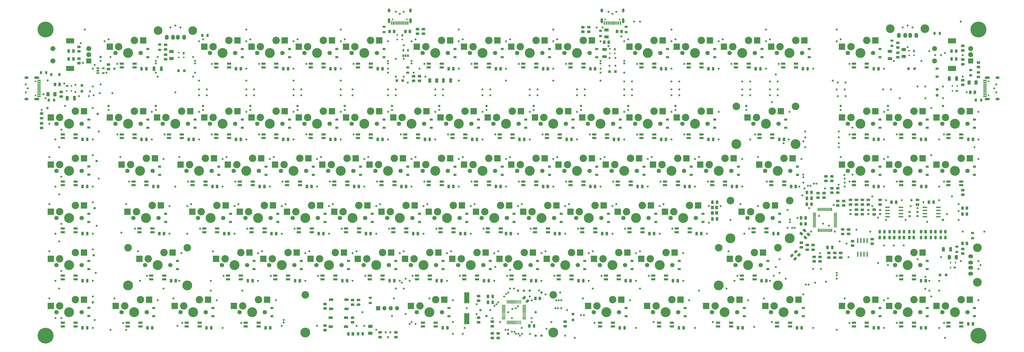
<source format=gbs>
%TF.GenerationSoftware,KiCad,Pcbnew,(5.1.10)-1*%
%TF.CreationDate,2021-11-05T09:14:13-04:00*%
%TF.ProjectId,custom_keyboard (f103_ fe2.1),63757374-6f6d-45f6-9b65-79626f617264,rev?*%
%TF.SameCoordinates,Original*%
%TF.FileFunction,Soldermask,Bot*%
%TF.FilePolarity,Negative*%
%FSLAX46Y46*%
G04 Gerber Fmt 4.6, Leading zero omitted, Abs format (unit mm)*
G04 Created by KiCad (PCBNEW (5.1.10)-1) date 2021-11-05 09:14:13*
%MOMM*%
%LPD*%
G01*
G04 APERTURE LIST*
%ADD10R,1.800000X0.900000*%
%ADD11R,2.550000X2.500000*%
%ADD12C,3.000000*%
%ADD13C,1.750000*%
%ADD14C,4.000000*%
%ADD15C,3.048000*%
%ADD16C,3.987800*%
%ADD17O,0.270000X1.500000*%
%ADD18O,1.500000X0.270000*%
%ADD19R,0.650000X1.060000*%
%ADD20R,1.800000X1.100000*%
%ADD21R,1.000000X1.000000*%
%ADD22C,1.000000*%
%ADD23O,1.700000X1.700000*%
%ADD24R,1.700000X1.700000*%
%ADD25R,2.000000X4.500000*%
%ADD26R,1.200000X0.900000*%
%ADD27O,0.588000X2.045000*%
%ADD28R,0.700000X1.000000*%
%ADD29R,0.700000X0.600000*%
%ADD30R,1.000000X0.700000*%
%ADD31R,0.600000X0.700000*%
%ADD32R,0.800000X0.900000*%
%ADD33R,1.060000X0.650000*%
%ADD34O,1.950000X0.568000*%
%ADD35R,1.450000X0.600000*%
%ADD36R,1.450000X0.300000*%
%ADD37C,0.650000*%
%ADD38O,2.100000X1.000000*%
%ADD39O,1.600000X1.000000*%
%ADD40C,3.500000*%
%ADD41O,1.500000X2.000000*%
%ADD42R,1.200000X1.400000*%
%ADD43R,0.600000X1.450000*%
%ADD44R,0.300000X1.450000*%
%ADD45O,1.000000X2.100000*%
%ADD46O,1.000000X1.600000*%
%ADD47O,2.000000X1.500000*%
%ADD48R,0.900000X1.200000*%
%ADD49R,2.000000X2.000000*%
%ADD50C,2.000000*%
%ADD51R,3.200000X2.000000*%
%ADD52C,6.400000*%
%ADD53C,0.800000*%
G04 APERTURE END LIST*
%TO.C,U14*%
G36*
G01*
X265370600Y-277857800D02*
X265370600Y-276532800D01*
G75*
G02*
X265445600Y-276457800I75000J0D01*
G01*
X265595600Y-276457800D01*
G75*
G02*
X265670600Y-276532800I0J-75000D01*
G01*
X265670600Y-277857800D01*
G75*
G02*
X265595600Y-277932800I-75000J0D01*
G01*
X265445600Y-277932800D01*
G75*
G02*
X265370600Y-277857800I0J75000D01*
G01*
G37*
G36*
G01*
X265870600Y-277857800D02*
X265870600Y-276532800D01*
G75*
G02*
X265945600Y-276457800I75000J0D01*
G01*
X266095600Y-276457800D01*
G75*
G02*
X266170600Y-276532800I0J-75000D01*
G01*
X266170600Y-277857800D01*
G75*
G02*
X266095600Y-277932800I-75000J0D01*
G01*
X265945600Y-277932800D01*
G75*
G02*
X265870600Y-277857800I0J75000D01*
G01*
G37*
G36*
G01*
X266370600Y-277857800D02*
X266370600Y-276532800D01*
G75*
G02*
X266445600Y-276457800I75000J0D01*
G01*
X266595600Y-276457800D01*
G75*
G02*
X266670600Y-276532800I0J-75000D01*
G01*
X266670600Y-277857800D01*
G75*
G02*
X266595600Y-277932800I-75000J0D01*
G01*
X266445600Y-277932800D01*
G75*
G02*
X266370600Y-277857800I0J75000D01*
G01*
G37*
G36*
G01*
X266870600Y-277857800D02*
X266870600Y-276532800D01*
G75*
G02*
X266945600Y-276457800I75000J0D01*
G01*
X267095600Y-276457800D01*
G75*
G02*
X267170600Y-276532800I0J-75000D01*
G01*
X267170600Y-277857800D01*
G75*
G02*
X267095600Y-277932800I-75000J0D01*
G01*
X266945600Y-277932800D01*
G75*
G02*
X266870600Y-277857800I0J75000D01*
G01*
G37*
G36*
G01*
X267370600Y-277857800D02*
X267370600Y-276532800D01*
G75*
G02*
X267445600Y-276457800I75000J0D01*
G01*
X267595600Y-276457800D01*
G75*
G02*
X267670600Y-276532800I0J-75000D01*
G01*
X267670600Y-277857800D01*
G75*
G02*
X267595600Y-277932800I-75000J0D01*
G01*
X267445600Y-277932800D01*
G75*
G02*
X267370600Y-277857800I0J75000D01*
G01*
G37*
G36*
G01*
X267870600Y-277857800D02*
X267870600Y-276532800D01*
G75*
G02*
X267945600Y-276457800I75000J0D01*
G01*
X268095600Y-276457800D01*
G75*
G02*
X268170600Y-276532800I0J-75000D01*
G01*
X268170600Y-277857800D01*
G75*
G02*
X268095600Y-277932800I-75000J0D01*
G01*
X267945600Y-277932800D01*
G75*
G02*
X267870600Y-277857800I0J75000D01*
G01*
G37*
G36*
G01*
X268370600Y-277857800D02*
X268370600Y-276532800D01*
G75*
G02*
X268445600Y-276457800I75000J0D01*
G01*
X268595600Y-276457800D01*
G75*
G02*
X268670600Y-276532800I0J-75000D01*
G01*
X268670600Y-277857800D01*
G75*
G02*
X268595600Y-277932800I-75000J0D01*
G01*
X268445600Y-277932800D01*
G75*
G02*
X268370600Y-277857800I0J75000D01*
G01*
G37*
G36*
G01*
X268870600Y-277857800D02*
X268870600Y-276532800D01*
G75*
G02*
X268945600Y-276457800I75000J0D01*
G01*
X269095600Y-276457800D01*
G75*
G02*
X269170600Y-276532800I0J-75000D01*
G01*
X269170600Y-277857800D01*
G75*
G02*
X269095600Y-277932800I-75000J0D01*
G01*
X268945600Y-277932800D01*
G75*
G02*
X268870600Y-277857800I0J75000D01*
G01*
G37*
G36*
G01*
X269370600Y-277857800D02*
X269370600Y-276532800D01*
G75*
G02*
X269445600Y-276457800I75000J0D01*
G01*
X269595600Y-276457800D01*
G75*
G02*
X269670600Y-276532800I0J-75000D01*
G01*
X269670600Y-277857800D01*
G75*
G02*
X269595600Y-277932800I-75000J0D01*
G01*
X269445600Y-277932800D01*
G75*
G02*
X269370600Y-277857800I0J75000D01*
G01*
G37*
G36*
G01*
X269870600Y-277857800D02*
X269870600Y-276532800D01*
G75*
G02*
X269945600Y-276457800I75000J0D01*
G01*
X270095600Y-276457800D01*
G75*
G02*
X270170600Y-276532800I0J-75000D01*
G01*
X270170600Y-277857800D01*
G75*
G02*
X270095600Y-277932800I-75000J0D01*
G01*
X269945600Y-277932800D01*
G75*
G02*
X269870600Y-277857800I0J75000D01*
G01*
G37*
G36*
G01*
X270370600Y-277857800D02*
X270370600Y-276532800D01*
G75*
G02*
X270445600Y-276457800I75000J0D01*
G01*
X270595600Y-276457800D01*
G75*
G02*
X270670600Y-276532800I0J-75000D01*
G01*
X270670600Y-277857800D01*
G75*
G02*
X270595600Y-277932800I-75000J0D01*
G01*
X270445600Y-277932800D01*
G75*
G02*
X270370600Y-277857800I0J75000D01*
G01*
G37*
G36*
G01*
X270870600Y-277857800D02*
X270870600Y-276532800D01*
G75*
G02*
X270945600Y-276457800I75000J0D01*
G01*
X271095600Y-276457800D01*
G75*
G02*
X271170600Y-276532800I0J-75000D01*
G01*
X271170600Y-277857800D01*
G75*
G02*
X271095600Y-277932800I-75000J0D01*
G01*
X270945600Y-277932800D01*
G75*
G02*
X270870600Y-277857800I0J75000D01*
G01*
G37*
G36*
G01*
X271695600Y-275857800D02*
X271695600Y-275707800D01*
G75*
G02*
X271770600Y-275632800I75000J0D01*
G01*
X273095600Y-275632800D01*
G75*
G02*
X273170600Y-275707800I0J-75000D01*
G01*
X273170600Y-275857800D01*
G75*
G02*
X273095600Y-275932800I-75000J0D01*
G01*
X271770600Y-275932800D01*
G75*
G02*
X271695600Y-275857800I0J75000D01*
G01*
G37*
G36*
G01*
X271695600Y-275357800D02*
X271695600Y-275207800D01*
G75*
G02*
X271770600Y-275132800I75000J0D01*
G01*
X273095600Y-275132800D01*
G75*
G02*
X273170600Y-275207800I0J-75000D01*
G01*
X273170600Y-275357800D01*
G75*
G02*
X273095600Y-275432800I-75000J0D01*
G01*
X271770600Y-275432800D01*
G75*
G02*
X271695600Y-275357800I0J75000D01*
G01*
G37*
G36*
G01*
X271695600Y-274857800D02*
X271695600Y-274707800D01*
G75*
G02*
X271770600Y-274632800I75000J0D01*
G01*
X273095600Y-274632800D01*
G75*
G02*
X273170600Y-274707800I0J-75000D01*
G01*
X273170600Y-274857800D01*
G75*
G02*
X273095600Y-274932800I-75000J0D01*
G01*
X271770600Y-274932800D01*
G75*
G02*
X271695600Y-274857800I0J75000D01*
G01*
G37*
G36*
G01*
X271695600Y-274357800D02*
X271695600Y-274207800D01*
G75*
G02*
X271770600Y-274132800I75000J0D01*
G01*
X273095600Y-274132800D01*
G75*
G02*
X273170600Y-274207800I0J-75000D01*
G01*
X273170600Y-274357800D01*
G75*
G02*
X273095600Y-274432800I-75000J0D01*
G01*
X271770600Y-274432800D01*
G75*
G02*
X271695600Y-274357800I0J75000D01*
G01*
G37*
G36*
G01*
X271695600Y-273857800D02*
X271695600Y-273707800D01*
G75*
G02*
X271770600Y-273632800I75000J0D01*
G01*
X273095600Y-273632800D01*
G75*
G02*
X273170600Y-273707800I0J-75000D01*
G01*
X273170600Y-273857800D01*
G75*
G02*
X273095600Y-273932800I-75000J0D01*
G01*
X271770600Y-273932800D01*
G75*
G02*
X271695600Y-273857800I0J75000D01*
G01*
G37*
G36*
G01*
X271695600Y-273357800D02*
X271695600Y-273207800D01*
G75*
G02*
X271770600Y-273132800I75000J0D01*
G01*
X273095600Y-273132800D01*
G75*
G02*
X273170600Y-273207800I0J-75000D01*
G01*
X273170600Y-273357800D01*
G75*
G02*
X273095600Y-273432800I-75000J0D01*
G01*
X271770600Y-273432800D01*
G75*
G02*
X271695600Y-273357800I0J75000D01*
G01*
G37*
G36*
G01*
X271695600Y-272857800D02*
X271695600Y-272707800D01*
G75*
G02*
X271770600Y-272632800I75000J0D01*
G01*
X273095600Y-272632800D01*
G75*
G02*
X273170600Y-272707800I0J-75000D01*
G01*
X273170600Y-272857800D01*
G75*
G02*
X273095600Y-272932800I-75000J0D01*
G01*
X271770600Y-272932800D01*
G75*
G02*
X271695600Y-272857800I0J75000D01*
G01*
G37*
G36*
G01*
X271695600Y-272357800D02*
X271695600Y-272207800D01*
G75*
G02*
X271770600Y-272132800I75000J0D01*
G01*
X273095600Y-272132800D01*
G75*
G02*
X273170600Y-272207800I0J-75000D01*
G01*
X273170600Y-272357800D01*
G75*
G02*
X273095600Y-272432800I-75000J0D01*
G01*
X271770600Y-272432800D01*
G75*
G02*
X271695600Y-272357800I0J75000D01*
G01*
G37*
G36*
G01*
X271695600Y-271857800D02*
X271695600Y-271707800D01*
G75*
G02*
X271770600Y-271632800I75000J0D01*
G01*
X273095600Y-271632800D01*
G75*
G02*
X273170600Y-271707800I0J-75000D01*
G01*
X273170600Y-271857800D01*
G75*
G02*
X273095600Y-271932800I-75000J0D01*
G01*
X271770600Y-271932800D01*
G75*
G02*
X271695600Y-271857800I0J75000D01*
G01*
G37*
G36*
G01*
X271695600Y-271357800D02*
X271695600Y-271207800D01*
G75*
G02*
X271770600Y-271132800I75000J0D01*
G01*
X273095600Y-271132800D01*
G75*
G02*
X273170600Y-271207800I0J-75000D01*
G01*
X273170600Y-271357800D01*
G75*
G02*
X273095600Y-271432800I-75000J0D01*
G01*
X271770600Y-271432800D01*
G75*
G02*
X271695600Y-271357800I0J75000D01*
G01*
G37*
G36*
G01*
X271695600Y-270857800D02*
X271695600Y-270707800D01*
G75*
G02*
X271770600Y-270632800I75000J0D01*
G01*
X273095600Y-270632800D01*
G75*
G02*
X273170600Y-270707800I0J-75000D01*
G01*
X273170600Y-270857800D01*
G75*
G02*
X273095600Y-270932800I-75000J0D01*
G01*
X271770600Y-270932800D01*
G75*
G02*
X271695600Y-270857800I0J75000D01*
G01*
G37*
G36*
G01*
X271695600Y-270357800D02*
X271695600Y-270207800D01*
G75*
G02*
X271770600Y-270132800I75000J0D01*
G01*
X273095600Y-270132800D01*
G75*
G02*
X273170600Y-270207800I0J-75000D01*
G01*
X273170600Y-270357800D01*
G75*
G02*
X273095600Y-270432800I-75000J0D01*
G01*
X271770600Y-270432800D01*
G75*
G02*
X271695600Y-270357800I0J75000D01*
G01*
G37*
G36*
G01*
X270870600Y-269532800D02*
X270870600Y-268207800D01*
G75*
G02*
X270945600Y-268132800I75000J0D01*
G01*
X271095600Y-268132800D01*
G75*
G02*
X271170600Y-268207800I0J-75000D01*
G01*
X271170600Y-269532800D01*
G75*
G02*
X271095600Y-269607800I-75000J0D01*
G01*
X270945600Y-269607800D01*
G75*
G02*
X270870600Y-269532800I0J75000D01*
G01*
G37*
G36*
G01*
X270370600Y-269532800D02*
X270370600Y-268207800D01*
G75*
G02*
X270445600Y-268132800I75000J0D01*
G01*
X270595600Y-268132800D01*
G75*
G02*
X270670600Y-268207800I0J-75000D01*
G01*
X270670600Y-269532800D01*
G75*
G02*
X270595600Y-269607800I-75000J0D01*
G01*
X270445600Y-269607800D01*
G75*
G02*
X270370600Y-269532800I0J75000D01*
G01*
G37*
G36*
G01*
X269870600Y-269532800D02*
X269870600Y-268207800D01*
G75*
G02*
X269945600Y-268132800I75000J0D01*
G01*
X270095600Y-268132800D01*
G75*
G02*
X270170600Y-268207800I0J-75000D01*
G01*
X270170600Y-269532800D01*
G75*
G02*
X270095600Y-269607800I-75000J0D01*
G01*
X269945600Y-269607800D01*
G75*
G02*
X269870600Y-269532800I0J75000D01*
G01*
G37*
G36*
G01*
X269370600Y-269532800D02*
X269370600Y-268207800D01*
G75*
G02*
X269445600Y-268132800I75000J0D01*
G01*
X269595600Y-268132800D01*
G75*
G02*
X269670600Y-268207800I0J-75000D01*
G01*
X269670600Y-269532800D01*
G75*
G02*
X269595600Y-269607800I-75000J0D01*
G01*
X269445600Y-269607800D01*
G75*
G02*
X269370600Y-269532800I0J75000D01*
G01*
G37*
G36*
G01*
X268870600Y-269532800D02*
X268870600Y-268207800D01*
G75*
G02*
X268945600Y-268132800I75000J0D01*
G01*
X269095600Y-268132800D01*
G75*
G02*
X269170600Y-268207800I0J-75000D01*
G01*
X269170600Y-269532800D01*
G75*
G02*
X269095600Y-269607800I-75000J0D01*
G01*
X268945600Y-269607800D01*
G75*
G02*
X268870600Y-269532800I0J75000D01*
G01*
G37*
G36*
G01*
X268370600Y-269532800D02*
X268370600Y-268207800D01*
G75*
G02*
X268445600Y-268132800I75000J0D01*
G01*
X268595600Y-268132800D01*
G75*
G02*
X268670600Y-268207800I0J-75000D01*
G01*
X268670600Y-269532800D01*
G75*
G02*
X268595600Y-269607800I-75000J0D01*
G01*
X268445600Y-269607800D01*
G75*
G02*
X268370600Y-269532800I0J75000D01*
G01*
G37*
G36*
G01*
X267870600Y-269532800D02*
X267870600Y-268207800D01*
G75*
G02*
X267945600Y-268132800I75000J0D01*
G01*
X268095600Y-268132800D01*
G75*
G02*
X268170600Y-268207800I0J-75000D01*
G01*
X268170600Y-269532800D01*
G75*
G02*
X268095600Y-269607800I-75000J0D01*
G01*
X267945600Y-269607800D01*
G75*
G02*
X267870600Y-269532800I0J75000D01*
G01*
G37*
G36*
G01*
X267370600Y-269532800D02*
X267370600Y-268207800D01*
G75*
G02*
X267445600Y-268132800I75000J0D01*
G01*
X267595600Y-268132800D01*
G75*
G02*
X267670600Y-268207800I0J-75000D01*
G01*
X267670600Y-269532800D01*
G75*
G02*
X267595600Y-269607800I-75000J0D01*
G01*
X267445600Y-269607800D01*
G75*
G02*
X267370600Y-269532800I0J75000D01*
G01*
G37*
G36*
G01*
X266870600Y-269532800D02*
X266870600Y-268207800D01*
G75*
G02*
X266945600Y-268132800I75000J0D01*
G01*
X267095600Y-268132800D01*
G75*
G02*
X267170600Y-268207800I0J-75000D01*
G01*
X267170600Y-269532800D01*
G75*
G02*
X267095600Y-269607800I-75000J0D01*
G01*
X266945600Y-269607800D01*
G75*
G02*
X266870600Y-269532800I0J75000D01*
G01*
G37*
G36*
G01*
X266370600Y-269532800D02*
X266370600Y-268207800D01*
G75*
G02*
X266445600Y-268132800I75000J0D01*
G01*
X266595600Y-268132800D01*
G75*
G02*
X266670600Y-268207800I0J-75000D01*
G01*
X266670600Y-269532800D01*
G75*
G02*
X266595600Y-269607800I-75000J0D01*
G01*
X266445600Y-269607800D01*
G75*
G02*
X266370600Y-269532800I0J75000D01*
G01*
G37*
G36*
G01*
X265870600Y-269532800D02*
X265870600Y-268207800D01*
G75*
G02*
X265945600Y-268132800I75000J0D01*
G01*
X266095600Y-268132800D01*
G75*
G02*
X266170600Y-268207800I0J-75000D01*
G01*
X266170600Y-269532800D01*
G75*
G02*
X266095600Y-269607800I-75000J0D01*
G01*
X265945600Y-269607800D01*
G75*
G02*
X265870600Y-269532800I0J75000D01*
G01*
G37*
G36*
G01*
X265370600Y-269532800D02*
X265370600Y-268207800D01*
G75*
G02*
X265445600Y-268132800I75000J0D01*
G01*
X265595600Y-268132800D01*
G75*
G02*
X265670600Y-268207800I0J-75000D01*
G01*
X265670600Y-269532800D01*
G75*
G02*
X265595600Y-269607800I-75000J0D01*
G01*
X265445600Y-269607800D01*
G75*
G02*
X265370600Y-269532800I0J75000D01*
G01*
G37*
G36*
G01*
X263370600Y-270357800D02*
X263370600Y-270207800D01*
G75*
G02*
X263445600Y-270132800I75000J0D01*
G01*
X264770600Y-270132800D01*
G75*
G02*
X264845600Y-270207800I0J-75000D01*
G01*
X264845600Y-270357800D01*
G75*
G02*
X264770600Y-270432800I-75000J0D01*
G01*
X263445600Y-270432800D01*
G75*
G02*
X263370600Y-270357800I0J75000D01*
G01*
G37*
G36*
G01*
X263370600Y-270857800D02*
X263370600Y-270707800D01*
G75*
G02*
X263445600Y-270632800I75000J0D01*
G01*
X264770600Y-270632800D01*
G75*
G02*
X264845600Y-270707800I0J-75000D01*
G01*
X264845600Y-270857800D01*
G75*
G02*
X264770600Y-270932800I-75000J0D01*
G01*
X263445600Y-270932800D01*
G75*
G02*
X263370600Y-270857800I0J75000D01*
G01*
G37*
G36*
G01*
X263370600Y-271357800D02*
X263370600Y-271207800D01*
G75*
G02*
X263445600Y-271132800I75000J0D01*
G01*
X264770600Y-271132800D01*
G75*
G02*
X264845600Y-271207800I0J-75000D01*
G01*
X264845600Y-271357800D01*
G75*
G02*
X264770600Y-271432800I-75000J0D01*
G01*
X263445600Y-271432800D01*
G75*
G02*
X263370600Y-271357800I0J75000D01*
G01*
G37*
G36*
G01*
X263370600Y-271857800D02*
X263370600Y-271707800D01*
G75*
G02*
X263445600Y-271632800I75000J0D01*
G01*
X264770600Y-271632800D01*
G75*
G02*
X264845600Y-271707800I0J-75000D01*
G01*
X264845600Y-271857800D01*
G75*
G02*
X264770600Y-271932800I-75000J0D01*
G01*
X263445600Y-271932800D01*
G75*
G02*
X263370600Y-271857800I0J75000D01*
G01*
G37*
G36*
G01*
X263370600Y-272357800D02*
X263370600Y-272207800D01*
G75*
G02*
X263445600Y-272132800I75000J0D01*
G01*
X264770600Y-272132800D01*
G75*
G02*
X264845600Y-272207800I0J-75000D01*
G01*
X264845600Y-272357800D01*
G75*
G02*
X264770600Y-272432800I-75000J0D01*
G01*
X263445600Y-272432800D01*
G75*
G02*
X263370600Y-272357800I0J75000D01*
G01*
G37*
G36*
G01*
X263370600Y-272857800D02*
X263370600Y-272707800D01*
G75*
G02*
X263445600Y-272632800I75000J0D01*
G01*
X264770600Y-272632800D01*
G75*
G02*
X264845600Y-272707800I0J-75000D01*
G01*
X264845600Y-272857800D01*
G75*
G02*
X264770600Y-272932800I-75000J0D01*
G01*
X263445600Y-272932800D01*
G75*
G02*
X263370600Y-272857800I0J75000D01*
G01*
G37*
G36*
G01*
X263370600Y-273357800D02*
X263370600Y-273207800D01*
G75*
G02*
X263445600Y-273132800I75000J0D01*
G01*
X264770600Y-273132800D01*
G75*
G02*
X264845600Y-273207800I0J-75000D01*
G01*
X264845600Y-273357800D01*
G75*
G02*
X264770600Y-273432800I-75000J0D01*
G01*
X263445600Y-273432800D01*
G75*
G02*
X263370600Y-273357800I0J75000D01*
G01*
G37*
G36*
G01*
X263370600Y-273857800D02*
X263370600Y-273707800D01*
G75*
G02*
X263445600Y-273632800I75000J0D01*
G01*
X264770600Y-273632800D01*
G75*
G02*
X264845600Y-273707800I0J-75000D01*
G01*
X264845600Y-273857800D01*
G75*
G02*
X264770600Y-273932800I-75000J0D01*
G01*
X263445600Y-273932800D01*
G75*
G02*
X263370600Y-273857800I0J75000D01*
G01*
G37*
G36*
G01*
X263370600Y-274357800D02*
X263370600Y-274207800D01*
G75*
G02*
X263445600Y-274132800I75000J0D01*
G01*
X264770600Y-274132800D01*
G75*
G02*
X264845600Y-274207800I0J-75000D01*
G01*
X264845600Y-274357800D01*
G75*
G02*
X264770600Y-274432800I-75000J0D01*
G01*
X263445600Y-274432800D01*
G75*
G02*
X263370600Y-274357800I0J75000D01*
G01*
G37*
G36*
G01*
X263370600Y-274857800D02*
X263370600Y-274707800D01*
G75*
G02*
X263445600Y-274632800I75000J0D01*
G01*
X264770600Y-274632800D01*
G75*
G02*
X264845600Y-274707800I0J-75000D01*
G01*
X264845600Y-274857800D01*
G75*
G02*
X264770600Y-274932800I-75000J0D01*
G01*
X263445600Y-274932800D01*
G75*
G02*
X263370600Y-274857800I0J75000D01*
G01*
G37*
G36*
G01*
X263370600Y-275357800D02*
X263370600Y-275207800D01*
G75*
G02*
X263445600Y-275132800I75000J0D01*
G01*
X264770600Y-275132800D01*
G75*
G02*
X264845600Y-275207800I0J-75000D01*
G01*
X264845600Y-275357800D01*
G75*
G02*
X264770600Y-275432800I-75000J0D01*
G01*
X263445600Y-275432800D01*
G75*
G02*
X263370600Y-275357800I0J75000D01*
G01*
G37*
G36*
G01*
X263370600Y-275857800D02*
X263370600Y-275707800D01*
G75*
G02*
X263445600Y-275632800I75000J0D01*
G01*
X264770600Y-275632800D01*
G75*
G02*
X264845600Y-275707800I0J-75000D01*
G01*
X264845600Y-275857800D01*
G75*
G02*
X264770600Y-275932800I-75000J0D01*
G01*
X263445600Y-275932800D01*
G75*
G02*
X263370600Y-275857800I0J75000D01*
G01*
G37*
%TD*%
D10*
%TO.C,MX84*%
X308174500Y-278832800D03*
X308174500Y-277332800D03*
X302974500Y-278832800D03*
X302974500Y-277332800D03*
D11*
X311589500Y-267952800D03*
X298164500Y-270492800D03*
D12*
X308114500Y-267952800D03*
X301764500Y-270492800D03*
D13*
X310654500Y-273032800D03*
X300494500Y-273032800D03*
D14*
X305574500Y-273032800D03*
%TD*%
D10*
%TO.C,MX14*%
X410561800Y-174064400D03*
X410561800Y-172564400D03*
X405361800Y-174064400D03*
X405361800Y-172564400D03*
D11*
X413976800Y-163184400D03*
X400551800Y-165724400D03*
D12*
X410501800Y-163184400D03*
X404151800Y-165724400D03*
D13*
X413041800Y-168264400D03*
X402881800Y-168264400D03*
D14*
X407961800Y-168264400D03*
%TD*%
%TO.C,R27*%
G36*
G01*
X277395000Y-267026898D02*
X277395000Y-267926902D01*
G75*
G02*
X277145002Y-268176900I-249998J0D01*
G01*
X276619998Y-268176900D01*
G75*
G02*
X276370000Y-267926902I0J249998D01*
G01*
X276370000Y-267026898D01*
G75*
G02*
X276619998Y-266776900I249998J0D01*
G01*
X277145002Y-266776900D01*
G75*
G02*
X277395000Y-267026898I0J-249998D01*
G01*
G37*
G36*
G01*
X279220000Y-267026898D02*
X279220000Y-267926902D01*
G75*
G02*
X278970002Y-268176900I-249998J0D01*
G01*
X278444998Y-268176900D01*
G75*
G02*
X278195000Y-267926902I0J249998D01*
G01*
X278195000Y-267026898D01*
G75*
G02*
X278444998Y-266776900I249998J0D01*
G01*
X278970002Y-266776900D01*
G75*
G02*
X279220000Y-267026898I0J-249998D01*
G01*
G37*
%TD*%
%TO.C,R65*%
G36*
G01*
X229722998Y-178982500D02*
X230623002Y-178982500D01*
G75*
G02*
X230873000Y-179232498I0J-249998D01*
G01*
X230873000Y-179757502D01*
G75*
G02*
X230623002Y-180007500I-249998J0D01*
G01*
X229722998Y-180007500D01*
G75*
G02*
X229473000Y-179757502I0J249998D01*
G01*
X229473000Y-179232498D01*
G75*
G02*
X229722998Y-178982500I249998J0D01*
G01*
G37*
G36*
G01*
X229722998Y-177157500D02*
X230623002Y-177157500D01*
G75*
G02*
X230873000Y-177407498I0J-249998D01*
G01*
X230873000Y-177932502D01*
G75*
G02*
X230623002Y-178182500I-249998J0D01*
G01*
X229722998Y-178182500D01*
G75*
G02*
X229473000Y-177932502I0J249998D01*
G01*
X229473000Y-177407498D01*
G75*
G02*
X229722998Y-177157500I249998J0D01*
G01*
G37*
%TD*%
%TO.C,D12*%
G36*
G01*
X228248150Y-178132500D02*
X227335650Y-178132500D01*
G75*
G02*
X227091900Y-177888750I0J243750D01*
G01*
X227091900Y-177401250D01*
G75*
G02*
X227335650Y-177157500I243750J0D01*
G01*
X228248150Y-177157500D01*
G75*
G02*
X228491900Y-177401250I0J-243750D01*
G01*
X228491900Y-177888750D01*
G75*
G02*
X228248150Y-178132500I-243750J0D01*
G01*
G37*
G36*
G01*
X228248150Y-180007500D02*
X227335650Y-180007500D01*
G75*
G02*
X227091900Y-179763750I0J243750D01*
G01*
X227091900Y-179276250D01*
G75*
G02*
X227335650Y-179032500I243750J0D01*
G01*
X228248150Y-179032500D01*
G75*
G02*
X228491900Y-179276250I0J-243750D01*
G01*
X228491900Y-179763750D01*
G75*
G02*
X228248150Y-180007500I-243750J0D01*
G01*
G37*
%TD*%
%TO.C,R64*%
G36*
G01*
X202793500Y-282258502D02*
X202793500Y-281358498D01*
G75*
G02*
X203043498Y-281108500I249998J0D01*
G01*
X203568502Y-281108500D01*
G75*
G02*
X203818500Y-281358498I0J-249998D01*
G01*
X203818500Y-282258502D01*
G75*
G02*
X203568502Y-282508500I-249998J0D01*
G01*
X203043498Y-282508500D01*
G75*
G02*
X202793500Y-282258502I0J249998D01*
G01*
G37*
G36*
G01*
X200968500Y-282258502D02*
X200968500Y-281358498D01*
G75*
G02*
X201218498Y-281108500I249998J0D01*
G01*
X201743502Y-281108500D01*
G75*
G02*
X201993500Y-281358498I0J-249998D01*
G01*
X201993500Y-282258502D01*
G75*
G02*
X201743502Y-282508500I-249998J0D01*
G01*
X201218498Y-282508500D01*
G75*
G02*
X200968500Y-282258502I0J249998D01*
G01*
G37*
%TD*%
%TO.C,D11*%
G36*
G01*
X206812000Y-282219750D02*
X206812000Y-281307250D01*
G75*
G02*
X207055750Y-281063500I243750J0D01*
G01*
X207543250Y-281063500D01*
G75*
G02*
X207787000Y-281307250I0J-243750D01*
G01*
X207787000Y-282219750D01*
G75*
G02*
X207543250Y-282463500I-243750J0D01*
G01*
X207055750Y-282463500D01*
G75*
G02*
X206812000Y-282219750I0J243750D01*
G01*
G37*
G36*
G01*
X204937000Y-282219750D02*
X204937000Y-281307250D01*
G75*
G02*
X205180750Y-281063500I243750J0D01*
G01*
X205668250Y-281063500D01*
G75*
G02*
X205912000Y-281307250I0J-243750D01*
G01*
X205912000Y-282219750D01*
G75*
G02*
X205668250Y-282463500I-243750J0D01*
G01*
X205180750Y-282463500D01*
G75*
G02*
X204937000Y-282219750I0J243750D01*
G01*
G37*
%TD*%
D15*
%TO.C,MX64*%
X379421100Y-227950200D03*
X355545100Y-227950200D03*
D16*
X379421100Y-243190200D03*
X355545100Y-243190200D03*
D10*
X370083100Y-240735200D03*
X370083100Y-239235200D03*
X364883100Y-240735200D03*
X364883100Y-239235200D03*
D11*
X373498100Y-229855200D03*
X360073100Y-232395200D03*
D12*
X370023100Y-229855200D03*
X363673100Y-232395200D03*
D13*
X372563100Y-234935200D03*
X362403100Y-234935200D03*
D14*
X367483100Y-234935200D03*
%TD*%
D17*
%TO.C,FE2.1*%
X396425200Y-239978900D03*
X395925200Y-239978900D03*
X395425200Y-239978900D03*
X394925200Y-239978900D03*
X394425200Y-239978900D03*
X393925200Y-239978900D03*
X393425200Y-239978900D03*
X392925200Y-239978900D03*
X392425200Y-239978900D03*
X391925200Y-239978900D03*
X391425200Y-239978900D03*
X390925200Y-239978900D03*
D18*
X389425200Y-238478900D03*
X389425200Y-237978900D03*
X389425200Y-237478900D03*
X389425200Y-236978900D03*
X389425200Y-236478900D03*
X389425200Y-235978900D03*
X389425200Y-235478900D03*
X389425200Y-234978900D03*
X389425200Y-234478900D03*
X389425200Y-233978900D03*
X389425200Y-233478900D03*
X389425200Y-232978900D03*
D17*
X390925200Y-231478900D03*
X391425200Y-231478900D03*
X391925200Y-231478900D03*
X392425200Y-231478900D03*
X392925200Y-231478900D03*
X393425200Y-231478900D03*
X393925200Y-231478900D03*
X394425200Y-231478900D03*
X394925200Y-231478900D03*
X395425200Y-231478900D03*
X395925200Y-231478900D03*
X396425200Y-231478900D03*
D18*
X397925200Y-232978900D03*
X397925200Y-233478900D03*
X397925200Y-233978900D03*
X397925200Y-234478900D03*
X397925200Y-234978900D03*
X397925200Y-235478900D03*
X397925200Y-235978900D03*
X397925200Y-236478900D03*
X397925200Y-236978900D03*
X397925200Y-237478900D03*
X397925200Y-237978900D03*
X397925200Y-238478900D03*
%TD*%
%TO.C,R24*%
G36*
G01*
X191625398Y-271051700D02*
X192525402Y-271051700D01*
G75*
G02*
X192775400Y-271301698I0J-249998D01*
G01*
X192775400Y-271826702D01*
G75*
G02*
X192525402Y-272076700I-249998J0D01*
G01*
X191625398Y-272076700D01*
G75*
G02*
X191375400Y-271826702I0J249998D01*
G01*
X191375400Y-271301698D01*
G75*
G02*
X191625398Y-271051700I249998J0D01*
G01*
G37*
G36*
G01*
X191625398Y-269226700D02*
X192525402Y-269226700D01*
G75*
G02*
X192775400Y-269476698I0J-249998D01*
G01*
X192775400Y-270001702D01*
G75*
G02*
X192525402Y-270251700I-249998J0D01*
G01*
X191625398Y-270251700D01*
G75*
G02*
X191375400Y-270001702I0J249998D01*
G01*
X191375400Y-269476698D01*
G75*
G02*
X191625398Y-269226700I249998J0D01*
G01*
G37*
%TD*%
%TO.C,R25*%
G36*
G01*
X202737198Y-276607600D02*
X203637202Y-276607600D01*
G75*
G02*
X203887200Y-276857598I0J-249998D01*
G01*
X203887200Y-277382602D01*
G75*
G02*
X203637202Y-277632600I-249998J0D01*
G01*
X202737198Y-277632600D01*
G75*
G02*
X202487200Y-277382602I0J249998D01*
G01*
X202487200Y-276857598D01*
G75*
G02*
X202737198Y-276607600I249998J0D01*
G01*
G37*
G36*
G01*
X202737198Y-274782600D02*
X203637202Y-274782600D01*
G75*
G02*
X203887200Y-275032598I0J-249998D01*
G01*
X203887200Y-275557602D01*
G75*
G02*
X203637202Y-275807600I-249998J0D01*
G01*
X202737198Y-275807600D01*
G75*
G02*
X202487200Y-275557602I0J249998D01*
G01*
X202487200Y-275032598D01*
G75*
G02*
X202737198Y-274782600I249998J0D01*
G01*
G37*
%TD*%
%TO.C,R19*%
G36*
G01*
X192525402Y-278982400D02*
X191625398Y-278982400D01*
G75*
G02*
X191375400Y-278732402I0J249998D01*
G01*
X191375400Y-278207398D01*
G75*
G02*
X191625398Y-277957400I249998J0D01*
G01*
X192525402Y-277957400D01*
G75*
G02*
X192775400Y-278207398I0J-249998D01*
G01*
X192775400Y-278732402D01*
G75*
G02*
X192525402Y-278982400I-249998J0D01*
G01*
G37*
G36*
G01*
X192525402Y-280807400D02*
X191625398Y-280807400D01*
G75*
G02*
X191375400Y-280557402I0J249998D01*
G01*
X191375400Y-280032398D01*
G75*
G02*
X191625398Y-279782400I249998J0D01*
G01*
X192525402Y-279782400D01*
G75*
G02*
X192775400Y-280032398I0J-249998D01*
G01*
X192775400Y-280557402D01*
G75*
G02*
X192525402Y-280807400I-249998J0D01*
G01*
G37*
%TD*%
%TO.C,R56*%
G36*
G01*
X453602700Y-184588402D02*
X453602700Y-183688398D01*
G75*
G02*
X453852698Y-183438400I249998J0D01*
G01*
X454377702Y-183438400D01*
G75*
G02*
X454627700Y-183688398I0J-249998D01*
G01*
X454627700Y-184588402D01*
G75*
G02*
X454377702Y-184838400I-249998J0D01*
G01*
X453852698Y-184838400D01*
G75*
G02*
X453602700Y-184588402I0J249998D01*
G01*
G37*
G36*
G01*
X451777700Y-184588402D02*
X451777700Y-183688398D01*
G75*
G02*
X452027698Y-183438400I249998J0D01*
G01*
X452552702Y-183438400D01*
G75*
G02*
X452802700Y-183688398I0J-249998D01*
G01*
X452802700Y-184588402D01*
G75*
G02*
X452552702Y-184838400I-249998J0D01*
G01*
X452027698Y-184838400D01*
G75*
G02*
X451777700Y-184588402I0J249998D01*
G01*
G37*
%TD*%
%TO.C,R50*%
G36*
G01*
X448784198Y-180569900D02*
X449684202Y-180569900D01*
G75*
G02*
X449934200Y-180819898I0J-249998D01*
G01*
X449934200Y-181344902D01*
G75*
G02*
X449684202Y-181594900I-249998J0D01*
G01*
X448784198Y-181594900D01*
G75*
G02*
X448534200Y-181344902I0J249998D01*
G01*
X448534200Y-180819898D01*
G75*
G02*
X448784198Y-180569900I249998J0D01*
G01*
G37*
G36*
G01*
X448784198Y-178744900D02*
X449684202Y-178744900D01*
G75*
G02*
X449934200Y-178994898I0J-249998D01*
G01*
X449934200Y-179519902D01*
G75*
G02*
X449684202Y-179769900I-249998J0D01*
G01*
X448784198Y-179769900D01*
G75*
G02*
X448534200Y-179519902I0J249998D01*
G01*
X448534200Y-178994898D01*
G75*
G02*
X448784198Y-178744900I249998J0D01*
G01*
G37*
%TD*%
%TO.C,R14*%
G36*
G01*
X83732200Y-180513598D02*
X83732200Y-181413602D01*
G75*
G02*
X83482202Y-181663600I-249998J0D01*
G01*
X82957198Y-181663600D01*
G75*
G02*
X82707200Y-181413602I0J249998D01*
G01*
X82707200Y-180513598D01*
G75*
G02*
X82957198Y-180263600I249998J0D01*
G01*
X83482202Y-180263600D01*
G75*
G02*
X83732200Y-180513598I0J-249998D01*
G01*
G37*
G36*
G01*
X85557200Y-180513598D02*
X85557200Y-181413602D01*
G75*
G02*
X85307202Y-181663600I-249998J0D01*
G01*
X84782198Y-181663600D01*
G75*
G02*
X84532200Y-181413602I0J249998D01*
G01*
X84532200Y-180513598D01*
G75*
G02*
X84782198Y-180263600I249998J0D01*
G01*
X85307202Y-180263600D01*
G75*
G02*
X85557200Y-180513598I0J-249998D01*
G01*
G37*
%TD*%
%TO.C,R7*%
G36*
G01*
X86169602Y-184532100D02*
X85269598Y-184532100D01*
G75*
G02*
X85019600Y-184282102I0J249998D01*
G01*
X85019600Y-183757098D01*
G75*
G02*
X85269598Y-183507100I249998J0D01*
G01*
X86169602Y-183507100D01*
G75*
G02*
X86419600Y-183757098I0J-249998D01*
G01*
X86419600Y-184282102D01*
G75*
G02*
X86169602Y-184532100I-249998J0D01*
G01*
G37*
G36*
G01*
X86169602Y-186357100D02*
X85269598Y-186357100D01*
G75*
G02*
X85019600Y-186107102I0J249998D01*
G01*
X85019600Y-185582098D01*
G75*
G02*
X85269598Y-185332100I249998J0D01*
G01*
X86169602Y-185332100D01*
G75*
G02*
X86419600Y-185582098I0J-249998D01*
G01*
X86419600Y-186107102D01*
G75*
G02*
X86169602Y-186357100I-249998J0D01*
G01*
G37*
%TD*%
%TO.C,R22*%
G36*
G01*
X203637202Y-268664300D02*
X202737198Y-268664300D01*
G75*
G02*
X202487200Y-268414302I0J249998D01*
G01*
X202487200Y-267889298D01*
G75*
G02*
X202737198Y-267639300I249998J0D01*
G01*
X203637202Y-267639300D01*
G75*
G02*
X203887200Y-267889298I0J-249998D01*
G01*
X203887200Y-268414302D01*
G75*
G02*
X203637202Y-268664300I-249998J0D01*
G01*
G37*
G36*
G01*
X203637202Y-270489300D02*
X202737198Y-270489300D01*
G75*
G02*
X202487200Y-270239302I0J249998D01*
G01*
X202487200Y-269714298D01*
G75*
G02*
X202737198Y-269464300I249998J0D01*
G01*
X203637202Y-269464300D01*
G75*
G02*
X203887200Y-269714298I0J-249998D01*
G01*
X203887200Y-270239302D01*
G75*
G02*
X203637202Y-270489300I-249998J0D01*
G01*
G37*
%TD*%
D19*
%TO.C,U1*%
X225567100Y-167164400D03*
X223667100Y-167164400D03*
X223667100Y-169364400D03*
X224617100Y-169364400D03*
X225567100Y-169364400D03*
%TD*%
D20*
%TO.C,SW2*%
X200562400Y-278933500D03*
X194362400Y-275233500D03*
X200562400Y-275233500D03*
X194362400Y-278933500D03*
%TD*%
%TO.C,F1*%
G36*
G01*
X236503900Y-180001200D02*
X236503900Y-178751200D01*
G75*
G02*
X236753900Y-178501200I250000J0D01*
G01*
X237503900Y-178501200D01*
G75*
G02*
X237753900Y-178751200I0J-250000D01*
G01*
X237753900Y-180001200D01*
G75*
G02*
X237503900Y-180251200I-250000J0D01*
G01*
X236753900Y-180251200D01*
G75*
G02*
X236503900Y-180001200I0J250000D01*
G01*
G37*
G36*
G01*
X233703900Y-180001200D02*
X233703900Y-178751200D01*
G75*
G02*
X233953900Y-178501200I250000J0D01*
G01*
X234703900Y-178501200D01*
G75*
G02*
X234953900Y-178751200I0J-250000D01*
G01*
X234953900Y-180001200D01*
G75*
G02*
X234703900Y-180251200I-250000J0D01*
G01*
X233953900Y-180251200D01*
G75*
G02*
X233703900Y-180001200I0J250000D01*
G01*
G37*
%TD*%
%TO.C,R36*%
G36*
G01*
X310333550Y-159083698D02*
X310333550Y-159983702D01*
G75*
G02*
X310083552Y-160233700I-249998J0D01*
G01*
X309558548Y-160233700D01*
G75*
G02*
X309308550Y-159983702I0J249998D01*
G01*
X309308550Y-159083698D01*
G75*
G02*
X309558548Y-158833700I249998J0D01*
G01*
X310083552Y-158833700D01*
G75*
G02*
X310333550Y-159083698I0J-249998D01*
G01*
G37*
G36*
G01*
X312158550Y-159083698D02*
X312158550Y-159983702D01*
G75*
G02*
X311908552Y-160233700I-249998J0D01*
G01*
X311383548Y-160233700D01*
G75*
G02*
X311133550Y-159983702I0J249998D01*
G01*
X311133550Y-159083698D01*
G75*
G02*
X311383548Y-158833700I249998J0D01*
G01*
X311908552Y-158833700D01*
G75*
G02*
X312158550Y-159083698I0J-249998D01*
G01*
G37*
%TD*%
%TO.C,R33*%
G36*
G01*
X305974500Y-164349052D02*
X305974500Y-163449048D01*
G75*
G02*
X306224498Y-163199050I249998J0D01*
G01*
X306749502Y-163199050D01*
G75*
G02*
X306999500Y-163449048I0J-249998D01*
G01*
X306999500Y-164349052D01*
G75*
G02*
X306749502Y-164599050I-249998J0D01*
G01*
X306224498Y-164599050D01*
G75*
G02*
X305974500Y-164349052I0J249998D01*
G01*
G37*
G36*
G01*
X304149500Y-164349052D02*
X304149500Y-163449048D01*
G75*
G02*
X304399498Y-163199050I249998J0D01*
G01*
X304924502Y-163199050D01*
G75*
G02*
X305174500Y-163449048I0J-249998D01*
G01*
X305174500Y-164349052D01*
G75*
G02*
X304924502Y-164599050I-249998J0D01*
G01*
X304399498Y-164599050D01*
G75*
G02*
X304149500Y-164349052I0J249998D01*
G01*
G37*
%TD*%
D21*
%TO.C,D+6*%
X429788550Y-174614000D03*
%TD*%
D15*
%TO.C,MX83*%
X284135050Y-266073200D03*
D16*
X284135050Y-281313200D03*
D15*
X184135250Y-266073200D03*
D16*
X184135250Y-281313200D03*
D10*
X236741500Y-278832800D03*
X236741500Y-277332800D03*
X231541500Y-278832800D03*
X231541500Y-277332800D03*
D11*
X240156500Y-267952800D03*
X226731500Y-270492800D03*
D12*
X236681500Y-267952800D03*
X230331500Y-270492800D03*
D13*
X239221500Y-273032800D03*
X229061500Y-273032800D03*
D14*
X234141500Y-273032800D03*
%TD*%
D21*
%TO.C,KD-1*%
X292081600Y-276207600D03*
%TD*%
%TO.C,KD+1*%
X292081600Y-273826500D03*
%TD*%
%TO.C,D+7*%
X438916100Y-185328950D03*
%TD*%
%TO.C,D-7*%
X438916100Y-182947850D03*
%TD*%
%TO.C,D-6*%
X427407450Y-174614000D03*
%TD*%
%TO.C,D+5*%
X309146150Y-175804550D03*
%TD*%
%TO.C,D-5*%
X306765050Y-175804550D03*
%TD*%
%TO.C,D-4*%
X440106650Y-257952500D03*
%TD*%
%TO.C,D+4*%
X442487750Y-257952500D03*
%TD*%
%TO.C,D+2*%
X94053450Y-181360450D03*
%TD*%
%TO.C,D-2*%
X94053450Y-183741550D03*
%TD*%
%TO.C,D-3*%
X132944750Y-175407700D03*
%TD*%
%TO.C,D+3*%
X135325850Y-175407700D03*
%TD*%
%TO.C,D+1*%
X223426550Y-179376200D03*
%TD*%
%TO.C,D-1*%
X221045450Y-179376200D03*
%TD*%
D22*
%TO.C,BOOT1*%
X279382400Y-265095800D03*
%TD*%
%TO.C,BOOT0*%
X265889500Y-281763500D03*
%TD*%
D23*
%TO.C,J1*%
X221125300Y-271445400D03*
X218585300Y-271445400D03*
X216045300Y-271445400D03*
D24*
X213505300Y-271445400D03*
%TD*%
%TO.C,C13*%
G36*
G01*
X205093300Y-269514300D02*
X206043300Y-269514300D01*
G75*
G02*
X206293300Y-269764300I0J-250000D01*
G01*
X206293300Y-270264300D01*
G75*
G02*
X206043300Y-270514300I-250000J0D01*
G01*
X205093300Y-270514300D01*
G75*
G02*
X204843300Y-270264300I0J250000D01*
G01*
X204843300Y-269764300D01*
G75*
G02*
X205093300Y-269514300I250000J0D01*
G01*
G37*
G36*
G01*
X205093300Y-267614300D02*
X206043300Y-267614300D01*
G75*
G02*
X206293300Y-267864300I0J-250000D01*
G01*
X206293300Y-268364300D01*
G75*
G02*
X206043300Y-268614300I-250000J0D01*
G01*
X205093300Y-268614300D01*
G75*
G02*
X204843300Y-268364300I0J250000D01*
G01*
X204843300Y-267864300D01*
G75*
G02*
X205093300Y-267614300I250000J0D01*
G01*
G37*
%TD*%
D22*
%TO.C,X2*%
X254777700Y-272239100D03*
%TD*%
%TO.C,X1*%
X257158800Y-274620200D03*
%TD*%
%TO.C,C18*%
G36*
G01*
X259064900Y-278245000D02*
X260014900Y-278245000D01*
G75*
G02*
X260264900Y-278495000I0J-250000D01*
G01*
X260264900Y-278995000D01*
G75*
G02*
X260014900Y-279245000I-250000J0D01*
G01*
X259064900Y-279245000D01*
G75*
G02*
X258814900Y-278995000I0J250000D01*
G01*
X258814900Y-278495000D01*
G75*
G02*
X259064900Y-278245000I250000J0D01*
G01*
G37*
G36*
G01*
X259064900Y-276345000D02*
X260014900Y-276345000D01*
G75*
G02*
X260264900Y-276595000I0J-250000D01*
G01*
X260264900Y-277095000D01*
G75*
G02*
X260014900Y-277345000I-250000J0D01*
G01*
X259064900Y-277345000D01*
G75*
G02*
X258814900Y-277095000I0J250000D01*
G01*
X258814900Y-276595000D01*
G75*
G02*
X259064900Y-276345000I250000J0D01*
G01*
G37*
%TD*%
D25*
%TO.C,Y2*%
X249221800Y-267195400D03*
X249221800Y-275695400D03*
%TD*%
D22*
%TO.C,BKL5*%
X107149500Y-174614000D03*
%TD*%
%TO.C,5-7*%
X428598000Y-227791900D03*
%TD*%
%TO.C,1-4*%
X441297200Y-235728900D03*
%TD*%
%TO.C,C1*%
G36*
G01*
X242184800Y-180026201D02*
X242184800Y-178726199D01*
G75*
G02*
X242434799Y-178476200I249999J0D01*
G01*
X243084801Y-178476200D01*
G75*
G02*
X243334800Y-178726199I0J-249999D01*
G01*
X243334800Y-180026201D01*
G75*
G02*
X243084801Y-180276200I-249999J0D01*
G01*
X242434799Y-180276200D01*
G75*
G02*
X242184800Y-180026201I0J249999D01*
G01*
G37*
G36*
G01*
X239234800Y-180026201D02*
X239234800Y-178726199D01*
G75*
G02*
X239484799Y-178476200I249999J0D01*
G01*
X240134801Y-178476200D01*
G75*
G02*
X240384800Y-178726199I0J-249999D01*
G01*
X240384800Y-180026201D01*
G75*
G02*
X240134801Y-180276200I-249999J0D01*
G01*
X239484799Y-180276200D01*
G75*
G02*
X239234800Y-180026201I0J249999D01*
G01*
G37*
%TD*%
%TO.C,ENCB2*%
X272239100Y-264302100D03*
%TD*%
%TO.C,D2*%
G36*
G01*
X228923050Y-159983700D02*
X229835550Y-159983700D01*
G75*
G02*
X230079300Y-160227450I0J-243750D01*
G01*
X230079300Y-160714950D01*
G75*
G02*
X229835550Y-160958700I-243750J0D01*
G01*
X228923050Y-160958700D01*
G75*
G02*
X228679300Y-160714950I0J243750D01*
G01*
X228679300Y-160227450D01*
G75*
G02*
X228923050Y-159983700I243750J0D01*
G01*
G37*
G36*
G01*
X228923050Y-158108700D02*
X229835550Y-158108700D01*
G75*
G02*
X230079300Y-158352450I0J-243750D01*
G01*
X230079300Y-158839950D01*
G75*
G02*
X229835550Y-159083700I-243750J0D01*
G01*
X228923050Y-159083700D01*
G75*
G02*
X228679300Y-158839950I0J243750D01*
G01*
X228679300Y-158352450D01*
G75*
G02*
X228923050Y-158108700I243750J0D01*
G01*
G37*
%TD*%
%TO.C,D9*%
G36*
G01*
X455127550Y-177445100D02*
X456040050Y-177445100D01*
G75*
G02*
X456283800Y-177688850I0J-243750D01*
G01*
X456283800Y-178176350D01*
G75*
G02*
X456040050Y-178420100I-243750J0D01*
G01*
X455127550Y-178420100D01*
G75*
G02*
X454883800Y-178176350I0J243750D01*
G01*
X454883800Y-177688850D01*
G75*
G02*
X455127550Y-177445100I243750J0D01*
G01*
G37*
G36*
G01*
X455127550Y-175570100D02*
X456040050Y-175570100D01*
G75*
G02*
X456283800Y-175813850I0J-243750D01*
G01*
X456283800Y-176301350D01*
G75*
G02*
X456040050Y-176545100I-243750J0D01*
G01*
X455127550Y-176545100D01*
G75*
G02*
X454883800Y-176301350I0J243750D01*
G01*
X454883800Y-175813850D01*
G75*
G02*
X455127550Y-175570100I243750J0D01*
G01*
G37*
%TD*%
%TO.C,D6*%
G36*
G01*
X297974950Y-159190000D02*
X298887450Y-159190000D01*
G75*
G02*
X299131200Y-159433750I0J-243750D01*
G01*
X299131200Y-159921250D01*
G75*
G02*
X298887450Y-160165000I-243750J0D01*
G01*
X297974950Y-160165000D01*
G75*
G02*
X297731200Y-159921250I0J243750D01*
G01*
X297731200Y-159433750D01*
G75*
G02*
X297974950Y-159190000I243750J0D01*
G01*
G37*
G36*
G01*
X297974950Y-157315000D02*
X298887450Y-157315000D01*
G75*
G02*
X299131200Y-157558750I0J-243750D01*
G01*
X299131200Y-158046250D01*
G75*
G02*
X298887450Y-158290000I-243750J0D01*
G01*
X297974950Y-158290000D01*
G75*
G02*
X297731200Y-158046250I0J243750D01*
G01*
X297731200Y-157558750D01*
G75*
G02*
X297974950Y-157315000I243750J0D01*
G01*
G37*
%TD*%
%TO.C,D1*%
G36*
G01*
X78238850Y-193212800D02*
X77326350Y-193212800D01*
G75*
G02*
X77082600Y-192969050I0J243750D01*
G01*
X77082600Y-192481550D01*
G75*
G02*
X77326350Y-192237800I243750J0D01*
G01*
X78238850Y-192237800D01*
G75*
G02*
X78482600Y-192481550I0J-243750D01*
G01*
X78482600Y-192969050D01*
G75*
G02*
X78238850Y-193212800I-243750J0D01*
G01*
G37*
G36*
G01*
X78238850Y-195087800D02*
X77326350Y-195087800D01*
G75*
G02*
X77082600Y-194844050I0J243750D01*
G01*
X77082600Y-194356550D01*
G75*
G02*
X77326350Y-194112800I243750J0D01*
G01*
X78238850Y-194112800D01*
G75*
G02*
X78482600Y-194356550I0J-243750D01*
G01*
X78482600Y-194844050D01*
G75*
G02*
X78238850Y-195087800I-243750J0D01*
G01*
G37*
%TD*%
%TO.C,R8*%
G36*
G01*
X232210402Y-159133700D02*
X231310398Y-159133700D01*
G75*
G02*
X231060400Y-158883702I0J249998D01*
G01*
X231060400Y-158358698D01*
G75*
G02*
X231310398Y-158108700I249998J0D01*
G01*
X232210402Y-158108700D01*
G75*
G02*
X232460400Y-158358698I0J-249998D01*
G01*
X232460400Y-158883702D01*
G75*
G02*
X232210402Y-159133700I-249998J0D01*
G01*
G37*
G36*
G01*
X232210402Y-160958700D02*
X231310398Y-160958700D01*
G75*
G02*
X231060400Y-160708702I0J249998D01*
G01*
X231060400Y-160183698D01*
G75*
G02*
X231310398Y-159933700I249998J0D01*
G01*
X232210402Y-159933700D01*
G75*
G02*
X232460400Y-160183698I0J-249998D01*
G01*
X232460400Y-160708702D01*
G75*
G02*
X232210402Y-160958700I-249998J0D01*
G01*
G37*
%TD*%
%TO.C,R48*%
G36*
G01*
X455133798Y-173426600D02*
X456033802Y-173426600D01*
G75*
G02*
X456283800Y-173676598I0J-249998D01*
G01*
X456283800Y-174201602D01*
G75*
G02*
X456033802Y-174451600I-249998J0D01*
G01*
X455133798Y-174451600D01*
G75*
G02*
X454883800Y-174201602I0J249998D01*
G01*
X454883800Y-173676598D01*
G75*
G02*
X455133798Y-173426600I249998J0D01*
G01*
G37*
G36*
G01*
X455133798Y-171601600D02*
X456033802Y-171601600D01*
G75*
G02*
X456283800Y-171851598I0J-249998D01*
G01*
X456283800Y-172376602D01*
G75*
G02*
X456033802Y-172626600I-249998J0D01*
G01*
X455133798Y-172626600D01*
G75*
G02*
X454883800Y-172376602I0J249998D01*
G01*
X454883800Y-171851598D01*
G75*
G02*
X455133798Y-171601600I249998J0D01*
G01*
G37*
%TD*%
%TO.C,R45*%
G36*
G01*
X423492102Y-168658100D02*
X422592098Y-168658100D01*
G75*
G02*
X422342100Y-168408102I0J249998D01*
G01*
X422342100Y-167883098D01*
G75*
G02*
X422592098Y-167633100I249998J0D01*
G01*
X423492102Y-167633100D01*
G75*
G02*
X423742100Y-167883098I0J-249998D01*
G01*
X423742100Y-168408102D01*
G75*
G02*
X423492102Y-168658100I-249998J0D01*
G01*
G37*
G36*
G01*
X423492102Y-170483100D02*
X422592098Y-170483100D01*
G75*
G02*
X422342100Y-170233102I0J249998D01*
G01*
X422342100Y-169708098D01*
G75*
G02*
X422592098Y-169458100I249998J0D01*
G01*
X423492102Y-169458100D01*
G75*
G02*
X423742100Y-169708098I0J-249998D01*
G01*
X423742100Y-170233102D01*
G75*
G02*
X423492102Y-170483100I-249998J0D01*
G01*
G37*
%TD*%
%TO.C,R28*%
G36*
G01*
X296500102Y-158340000D02*
X295600098Y-158340000D01*
G75*
G02*
X295350100Y-158090002I0J249998D01*
G01*
X295350100Y-157564998D01*
G75*
G02*
X295600098Y-157315000I249998J0D01*
G01*
X296500102Y-157315000D01*
G75*
G02*
X296750100Y-157564998I0J-249998D01*
G01*
X296750100Y-158090002D01*
G75*
G02*
X296500102Y-158340000I-249998J0D01*
G01*
G37*
G36*
G01*
X296500102Y-160165000D02*
X295600098Y-160165000D01*
G75*
G02*
X295350100Y-159915002I0J249998D01*
G01*
X295350100Y-159389998D01*
G75*
G02*
X295600098Y-159140000I249998J0D01*
G01*
X296500102Y-159140000D01*
G75*
G02*
X296750100Y-159389998I0J-249998D01*
G01*
X296750100Y-159915002D01*
G75*
G02*
X296500102Y-160165000I-249998J0D01*
G01*
G37*
%TD*%
%TO.C,R30*%
G36*
G01*
X449627900Y-244803298D02*
X449627900Y-245703302D01*
G75*
G02*
X449377902Y-245953300I-249998J0D01*
G01*
X448852898Y-245953300D01*
G75*
G02*
X448602900Y-245703302I0J249998D01*
G01*
X448602900Y-244803298D01*
G75*
G02*
X448852898Y-244553300I249998J0D01*
G01*
X449377902Y-244553300D01*
G75*
G02*
X449627900Y-244803298I0J-249998D01*
G01*
G37*
G36*
G01*
X451452900Y-244803298D02*
X451452900Y-245703302D01*
G75*
G02*
X451202902Y-245953300I-249998J0D01*
G01*
X450677898Y-245953300D01*
G75*
G02*
X450427900Y-245703302I0J249998D01*
G01*
X450427900Y-244803298D01*
G75*
G02*
X450677898Y-244553300I249998J0D01*
G01*
X451202902Y-244553300D01*
G75*
G02*
X451452900Y-244803298I0J-249998D01*
G01*
G37*
%TD*%
%TO.C,R2*%
G36*
G01*
X78232602Y-197231300D02*
X77332598Y-197231300D01*
G75*
G02*
X77082600Y-196981302I0J249998D01*
G01*
X77082600Y-196456298D01*
G75*
G02*
X77332598Y-196206300I249998J0D01*
G01*
X78232602Y-196206300D01*
G75*
G02*
X78482600Y-196456298I0J-249998D01*
G01*
X78482600Y-196981302D01*
G75*
G02*
X78232602Y-197231300I-249998J0D01*
G01*
G37*
G36*
G01*
X78232602Y-199056300D02*
X77332598Y-199056300D01*
G75*
G02*
X77082600Y-198806302I0J249998D01*
G01*
X77082600Y-198281298D01*
G75*
G02*
X77332598Y-198031300I249998J0D01*
G01*
X78232602Y-198031300D01*
G75*
G02*
X78482600Y-198281298I0J-249998D01*
G01*
X78482600Y-198806302D01*
G75*
G02*
X78232602Y-199056300I-249998J0D01*
G01*
G37*
%TD*%
%TO.C,R10*%
G36*
G01*
X128235702Y-169451800D02*
X127335698Y-169451800D01*
G75*
G02*
X127085700Y-169201802I0J249998D01*
G01*
X127085700Y-168676798D01*
G75*
G02*
X127335698Y-168426800I249998J0D01*
G01*
X128235702Y-168426800D01*
G75*
G02*
X128485700Y-168676798I0J-249998D01*
G01*
X128485700Y-169201802D01*
G75*
G02*
X128235702Y-169451800I-249998J0D01*
G01*
G37*
G36*
G01*
X128235702Y-171276800D02*
X127335698Y-171276800D01*
G75*
G02*
X127085700Y-171026802I0J249998D01*
G01*
X127085700Y-170501798D01*
G75*
G02*
X127335698Y-170251800I249998J0D01*
G01*
X128235702Y-170251800D01*
G75*
G02*
X128485700Y-170501798I0J-249998D01*
G01*
X128485700Y-171026802D01*
G75*
G02*
X128235702Y-171276800I-249998J0D01*
G01*
G37*
%TD*%
%TO.C,D8*%
G36*
G01*
X423498350Y-164639600D02*
X422585850Y-164639600D01*
G75*
G02*
X422342100Y-164395850I0J243750D01*
G01*
X422342100Y-163908350D01*
G75*
G02*
X422585850Y-163664600I243750J0D01*
G01*
X423498350Y-163664600D01*
G75*
G02*
X423742100Y-163908350I0J-243750D01*
G01*
X423742100Y-164395850D01*
G75*
G02*
X423498350Y-164639600I-243750J0D01*
G01*
G37*
G36*
G01*
X423498350Y-166514600D02*
X422585850Y-166514600D01*
G75*
G02*
X422342100Y-166270850I0J243750D01*
G01*
X422342100Y-165783350D01*
G75*
G02*
X422585850Y-165539600I243750J0D01*
G01*
X423498350Y-165539600D01*
G75*
G02*
X423742100Y-165783350I0J-243750D01*
G01*
X423742100Y-166270850D01*
G75*
G02*
X423498350Y-166514600I-243750J0D01*
G01*
G37*
%TD*%
%TO.C,D7*%
G36*
G01*
X448777950Y-248878100D02*
X449690450Y-248878100D01*
G75*
G02*
X449934200Y-249121850I0J-243750D01*
G01*
X449934200Y-249609350D01*
G75*
G02*
X449690450Y-249853100I-243750J0D01*
G01*
X448777950Y-249853100D01*
G75*
G02*
X448534200Y-249609350I0J243750D01*
G01*
X448534200Y-249121850D01*
G75*
G02*
X448777950Y-248878100I243750J0D01*
G01*
G37*
G36*
G01*
X448777950Y-247003100D02*
X449690450Y-247003100D01*
G75*
G02*
X449934200Y-247246850I0J-243750D01*
G01*
X449934200Y-247734350D01*
G75*
G02*
X449690450Y-247978100I-243750J0D01*
G01*
X448777950Y-247978100D01*
G75*
G02*
X448534200Y-247734350I0J243750D01*
G01*
X448534200Y-247246850D01*
G75*
G02*
X448777950Y-247003100I243750J0D01*
G01*
G37*
%TD*%
%TO.C,D5*%
G36*
G01*
X128241950Y-165433300D02*
X127329450Y-165433300D01*
G75*
G02*
X127085700Y-165189550I0J243750D01*
G01*
X127085700Y-164702050D01*
G75*
G02*
X127329450Y-164458300I243750J0D01*
G01*
X128241950Y-164458300D01*
G75*
G02*
X128485700Y-164702050I0J-243750D01*
G01*
X128485700Y-165189550D01*
G75*
G02*
X128241950Y-165433300I-243750J0D01*
G01*
G37*
G36*
G01*
X128241950Y-167308300D02*
X127329450Y-167308300D01*
G75*
G02*
X127085700Y-167064550I0J243750D01*
G01*
X127085700Y-166577050D01*
G75*
G02*
X127329450Y-166333300I243750J0D01*
G01*
X128241950Y-166333300D01*
G75*
G02*
X128485700Y-166577050I0J-243750D01*
G01*
X128485700Y-167064550D01*
G75*
G02*
X128241950Y-167308300I-243750J0D01*
G01*
G37*
%TD*%
%TO.C,COL1*%
X104768400Y-189694300D03*
%TD*%
%TO.C,COL2*%
X123817200Y-189694300D03*
%TD*%
%TO.C,COL14*%
X361927200Y-189694300D03*
%TD*%
%TO.C,KSDA1*%
X277001300Y-282557200D03*
%TD*%
%TO.C,KSCL1*%
X279382400Y-282557200D03*
%TD*%
%TO.C,BKL3*%
X277001300Y-273032800D03*
%TD*%
%TO.C,COL11*%
X295256400Y-189694300D03*
%TD*%
%TO.C,COL10*%
X276207600Y-189694300D03*
%TD*%
%TO.C,COL9*%
X257158800Y-189694300D03*
%TD*%
%TO.C,COL8*%
X238110000Y-189694300D03*
%TD*%
%TO.C,COL7*%
X219061200Y-189694300D03*
%TD*%
%TO.C,COL6*%
X200012400Y-189694300D03*
%TD*%
%TO.C,COL5*%
X180963600Y-189694300D03*
%TD*%
%TO.C,COL4*%
X161914800Y-189694300D03*
%TD*%
%TO.C,ENCB1*%
X274620200Y-264302100D03*
%TD*%
%TO.C,ENCA1*%
X269858000Y-264302100D03*
%TD*%
%TO.C,COL17*%
X441297200Y-189694300D03*
%TD*%
%TO.C,COL16*%
X419073600Y-189694300D03*
%TD*%
%TO.C,COL15*%
X400024800Y-189694300D03*
%TD*%
%TO.C,ROW0*%
X101593600Y-169851800D03*
%TD*%
%TO.C,ROW1*%
X100403050Y-192869100D03*
%TD*%
%TO.C,ROW2*%
X100006200Y-211917900D03*
%TD*%
%TO.C,ROW3*%
X99212500Y-230966700D03*
%TD*%
%TO.C,ROW4*%
X98815650Y-250015500D03*
%TD*%
%TO.C,ROW5*%
X98418800Y-269064300D03*
%TD*%
%TO.C,COL0*%
X80163700Y-190488000D03*
%TD*%
%TO.C,COL3*%
X142866000Y-189694300D03*
%TD*%
%TO.C,COL13*%
X333354000Y-189694300D03*
%TD*%
%TO.C,COL12*%
X314305200Y-189694300D03*
%TD*%
D10*
%TO.C,MX7*%
X258171400Y-174064400D03*
X258171400Y-172564400D03*
X252971400Y-174064400D03*
X252971400Y-172564400D03*
D11*
X261586400Y-163184400D03*
X248161400Y-165724400D03*
D12*
X258111400Y-163184400D03*
X251761400Y-165724400D03*
D13*
X260651400Y-168264400D03*
X250491400Y-168264400D03*
D14*
X255571400Y-168264400D03*
%TD*%
D10*
%TO.C,MX6*%
X239122600Y-174064400D03*
X239122600Y-172564400D03*
X233922600Y-174064400D03*
X233922600Y-172564400D03*
D11*
X242537600Y-163184400D03*
X229112600Y-165724400D03*
D12*
X239062600Y-163184400D03*
X232712600Y-165724400D03*
D13*
X241602600Y-168264400D03*
X231442600Y-168264400D03*
D14*
X236522600Y-168264400D03*
%TD*%
%TO.C,C3*%
G36*
G01*
X253509000Y-276657600D02*
X254459000Y-276657600D01*
G75*
G02*
X254709000Y-276907600I0J-250000D01*
G01*
X254709000Y-277407600D01*
G75*
G02*
X254459000Y-277657600I-250000J0D01*
G01*
X253509000Y-277657600D01*
G75*
G02*
X253259000Y-277407600I0J250000D01*
G01*
X253259000Y-276907600D01*
G75*
G02*
X253509000Y-276657600I250000J0D01*
G01*
G37*
G36*
G01*
X253509000Y-274757600D02*
X254459000Y-274757600D01*
G75*
G02*
X254709000Y-275007600I0J-250000D01*
G01*
X254709000Y-275507600D01*
G75*
G02*
X254459000Y-275757600I-250000J0D01*
G01*
X253509000Y-275757600D01*
G75*
G02*
X253259000Y-275507600I0J250000D01*
G01*
X253259000Y-275007600D01*
G75*
G02*
X253509000Y-274757600I250000J0D01*
G01*
G37*
%TD*%
%TO.C,C17*%
G36*
G01*
X304130799Y-169164400D02*
X305430801Y-169164400D01*
G75*
G02*
X305680800Y-169414399I0J-249999D01*
G01*
X305680800Y-170064401D01*
G75*
G02*
X305430801Y-170314400I-249999J0D01*
G01*
X304130799Y-170314400D01*
G75*
G02*
X303880800Y-170064401I0J249999D01*
G01*
X303880800Y-169414399D01*
G75*
G02*
X304130799Y-169164400I249999J0D01*
G01*
G37*
G36*
G01*
X304130799Y-166214400D02*
X305430801Y-166214400D01*
G75*
G02*
X305680800Y-166464399I0J-249999D01*
G01*
X305680800Y-167114401D01*
G75*
G02*
X305430801Y-167364400I-249999J0D01*
G01*
X304130799Y-167364400D01*
G75*
G02*
X303880800Y-167114401I0J249999D01*
G01*
X303880800Y-166464399D01*
G75*
G02*
X304130799Y-166214400I249999J0D01*
G01*
G37*
%TD*%
%TO.C,C7*%
G36*
G01*
X254459000Y-267026900D02*
X253509000Y-267026900D01*
G75*
G02*
X253259000Y-266776900I0J250000D01*
G01*
X253259000Y-266276900D01*
G75*
G02*
X253509000Y-266026900I250000J0D01*
G01*
X254459000Y-266026900D01*
G75*
G02*
X254709000Y-266276900I0J-250000D01*
G01*
X254709000Y-266776900D01*
G75*
G02*
X254459000Y-267026900I-250000J0D01*
G01*
G37*
G36*
G01*
X254459000Y-268926900D02*
X253509000Y-268926900D01*
G75*
G02*
X253259000Y-268676900I0J250000D01*
G01*
X253259000Y-268176900D01*
G75*
G02*
X253509000Y-267926900I250000J0D01*
G01*
X254459000Y-267926900D01*
G75*
G02*
X254709000Y-268176900I0J-250000D01*
G01*
X254709000Y-268676900D01*
G75*
G02*
X254459000Y-268926900I-250000J0D01*
G01*
G37*
%TD*%
%TO.C,C30*%
G36*
G01*
X444365700Y-177932499D02*
X444365700Y-179232501D01*
G75*
G02*
X444115701Y-179482500I-249999J0D01*
G01*
X443465699Y-179482500D01*
G75*
G02*
X443215700Y-179232501I0J249999D01*
G01*
X443215700Y-177932499D01*
G75*
G02*
X443465699Y-177682500I249999J0D01*
G01*
X444115701Y-177682500D01*
G75*
G02*
X444365700Y-177932499I0J-249999D01*
G01*
G37*
G36*
G01*
X447315700Y-177932499D02*
X447315700Y-179232501D01*
G75*
G02*
X447065701Y-179482500I-249999J0D01*
G01*
X446415699Y-179482500D01*
G75*
G02*
X446165700Y-179232501I0J249999D01*
G01*
X446165700Y-177932499D01*
G75*
G02*
X446415699Y-177682500I249999J0D01*
G01*
X447065701Y-177682500D01*
G75*
G02*
X447315700Y-177932499I0J-249999D01*
G01*
G37*
%TD*%
%TO.C,C25*%
G36*
G01*
X419217299Y-169958100D02*
X420517301Y-169958100D01*
G75*
G02*
X420767300Y-170208099I0J-249999D01*
G01*
X420767300Y-170858101D01*
G75*
G02*
X420517301Y-171108100I-249999J0D01*
G01*
X419217299Y-171108100D01*
G75*
G02*
X418967300Y-170858101I0J249999D01*
G01*
X418967300Y-170208099D01*
G75*
G02*
X419217299Y-169958100I249999J0D01*
G01*
G37*
G36*
G01*
X419217299Y-167008100D02*
X420517301Y-167008100D01*
G75*
G02*
X420767300Y-167258099I0J-249999D01*
G01*
X420767300Y-167908101D01*
G75*
G02*
X420517301Y-168158100I-249999J0D01*
G01*
X419217299Y-168158100D01*
G75*
G02*
X418967300Y-167908101I0J249999D01*
G01*
X418967300Y-167258099D01*
G75*
G02*
X419217299Y-167008100I249999J0D01*
G01*
G37*
%TD*%
%TO.C,C19*%
G36*
G01*
X273050478Y-267219677D02*
X272378727Y-267891428D01*
G75*
G02*
X272025173Y-267891428I-176777J176777D01*
G01*
X271671620Y-267537875D01*
G75*
G02*
X271671620Y-267184321I176777J176777D01*
G01*
X272343371Y-266512570D01*
G75*
G02*
X272696925Y-266512570I176777J-176777D01*
G01*
X273050478Y-266866123D01*
G75*
G02*
X273050478Y-267219677I-176777J-176777D01*
G01*
G37*
G36*
G01*
X274393980Y-268563179D02*
X273722229Y-269234930D01*
G75*
G02*
X273368675Y-269234930I-176777J176777D01*
G01*
X273015122Y-268881377D01*
G75*
G02*
X273015122Y-268527823I176777J176777D01*
G01*
X273686873Y-267856072D01*
G75*
G02*
X274040427Y-267856072I176777J-176777D01*
G01*
X274393980Y-268209625D01*
G75*
G02*
X274393980Y-268563179I-176777J-176777D01*
G01*
G37*
%TD*%
%TO.C,C6*%
G36*
G01*
X90475700Y-187169501D02*
X90475700Y-185869499D01*
G75*
G02*
X90725699Y-185619500I249999J0D01*
G01*
X91375701Y-185619500D01*
G75*
G02*
X91625700Y-185869499I0J-249999D01*
G01*
X91625700Y-187169501D01*
G75*
G02*
X91375701Y-187419500I-249999J0D01*
G01*
X90725699Y-187419500D01*
G75*
G02*
X90475700Y-187169501I0J249999D01*
G01*
G37*
G36*
G01*
X87525700Y-187169501D02*
X87525700Y-185869499D01*
G75*
G02*
X87775699Y-185619500I249999J0D01*
G01*
X88425701Y-185619500D01*
G75*
G02*
X88675700Y-185869499I0J-249999D01*
G01*
X88675700Y-187169501D01*
G75*
G02*
X88425701Y-187419500I-249999J0D01*
G01*
X87775699Y-187419500D01*
G75*
G02*
X87525700Y-187169501I0J249999D01*
G01*
G37*
%TD*%
%TO.C,C4*%
G36*
G01*
X123710900Y-173963999D02*
X123710900Y-175264001D01*
G75*
G02*
X123460901Y-175514000I-249999J0D01*
G01*
X122810899Y-175514000D01*
G75*
G02*
X122560900Y-175264001I0J249999D01*
G01*
X122560900Y-173963999D01*
G75*
G02*
X122810899Y-173714000I249999J0D01*
G01*
X123460901Y-173714000D01*
G75*
G02*
X123710900Y-173963999I0J-249999D01*
G01*
G37*
G36*
G01*
X126660900Y-173963999D02*
X126660900Y-175264001D01*
G75*
G02*
X126410901Y-175514000I-249999J0D01*
G01*
X125760899Y-175514000D01*
G75*
G02*
X125510900Y-175264001I0J249999D01*
G01*
X125510900Y-173963999D01*
G75*
G02*
X125760899Y-173714000I249999J0D01*
G01*
X126410901Y-173714000D01*
G75*
G02*
X126660900Y-173963999I0J-249999D01*
G01*
G37*
%TD*%
%TO.C,C29*%
G36*
G01*
X397168700Y-250465500D02*
X398118700Y-250465500D01*
G75*
G02*
X398368700Y-250715500I0J-250000D01*
G01*
X398368700Y-251215500D01*
G75*
G02*
X398118700Y-251465500I-250000J0D01*
G01*
X397168700Y-251465500D01*
G75*
G02*
X396918700Y-251215500I0J250000D01*
G01*
X396918700Y-250715500D01*
G75*
G02*
X397168700Y-250465500I250000J0D01*
G01*
G37*
G36*
G01*
X397168700Y-248565500D02*
X398118700Y-248565500D01*
G75*
G02*
X398368700Y-248815500I0J-250000D01*
G01*
X398368700Y-249315500D01*
G75*
G02*
X398118700Y-249565500I-250000J0D01*
G01*
X397168700Y-249565500D01*
G75*
G02*
X396918700Y-249315500I0J250000D01*
G01*
X396918700Y-248815500D01*
G75*
G02*
X397168700Y-248565500I250000J0D01*
G01*
G37*
%TD*%
%TO.C,C33*%
G36*
G01*
X387775600Y-227473200D02*
X387775600Y-226523200D01*
G75*
G02*
X388025600Y-226273200I250000J0D01*
G01*
X388525600Y-226273200D01*
G75*
G02*
X388775600Y-226523200I0J-250000D01*
G01*
X388775600Y-227473200D01*
G75*
G02*
X388525600Y-227723200I-250000J0D01*
G01*
X388025600Y-227723200D01*
G75*
G02*
X387775600Y-227473200I0J250000D01*
G01*
G37*
G36*
G01*
X385875600Y-227473200D02*
X385875600Y-226523200D01*
G75*
G02*
X386125600Y-226273200I250000J0D01*
G01*
X386625600Y-226273200D01*
G75*
G02*
X386875600Y-226523200I0J-250000D01*
G01*
X386875600Y-227473200D01*
G75*
G02*
X386625600Y-227723200I-250000J0D01*
G01*
X386125600Y-227723200D01*
G75*
G02*
X385875600Y-227473200I0J250000D01*
G01*
G37*
%TD*%
%TO.C,C12*%
G36*
G01*
X441984600Y-246984399D02*
X441984600Y-248284401D01*
G75*
G02*
X441734601Y-248534400I-249999J0D01*
G01*
X441084599Y-248534400D01*
G75*
G02*
X440834600Y-248284401I0J249999D01*
G01*
X440834600Y-246984399D01*
G75*
G02*
X441084599Y-246734400I249999J0D01*
G01*
X441734601Y-246734400D01*
G75*
G02*
X441984600Y-246984399I0J-249999D01*
G01*
G37*
G36*
G01*
X444934600Y-246984399D02*
X444934600Y-248284401D01*
G75*
G02*
X444684601Y-248534400I-249999J0D01*
G01*
X444034599Y-248534400D01*
G75*
G02*
X443784600Y-248284401I0J249999D01*
G01*
X443784600Y-246984399D01*
G75*
G02*
X444034599Y-246734400I249999J0D01*
G01*
X444684601Y-246734400D01*
G75*
G02*
X444934600Y-246984399I0J-249999D01*
G01*
G37*
%TD*%
D26*
%TO.C,D4*%
X438916100Y-174551400D03*
X438916100Y-177851400D03*
%TD*%
%TO.C,R29*%
G36*
G01*
X403718300Y-232979100D02*
X404268300Y-232979100D01*
G75*
G02*
X404468300Y-233179100I0J-200000D01*
G01*
X404468300Y-233579100D01*
G75*
G02*
X404268300Y-233779100I-200000J0D01*
G01*
X403718300Y-233779100D01*
G75*
G02*
X403518300Y-233579100I0J200000D01*
G01*
X403518300Y-233179100D01*
G75*
G02*
X403718300Y-232979100I200000J0D01*
G01*
G37*
G36*
G01*
X403718300Y-231329100D02*
X404268300Y-231329100D01*
G75*
G02*
X404468300Y-231529100I0J-200000D01*
G01*
X404468300Y-231929100D01*
G75*
G02*
X404268300Y-232129100I-200000J0D01*
G01*
X403718300Y-232129100D01*
G75*
G02*
X403518300Y-231929100I0J200000D01*
G01*
X403518300Y-231529100D01*
G75*
G02*
X403718300Y-231329100I200000J0D01*
G01*
G37*
%TD*%
%TO.C,R32*%
G36*
G01*
X411411600Y-232129100D02*
X410861600Y-232129100D01*
G75*
G02*
X410661600Y-231929100I0J200000D01*
G01*
X410661600Y-231529100D01*
G75*
G02*
X410861600Y-231329100I200000J0D01*
G01*
X411411600Y-231329100D01*
G75*
G02*
X411611600Y-231529100I0J-200000D01*
G01*
X411611600Y-231929100D01*
G75*
G02*
X411411600Y-232129100I-200000J0D01*
G01*
G37*
G36*
G01*
X411411600Y-233779100D02*
X410861600Y-233779100D01*
G75*
G02*
X410661600Y-233579100I0J200000D01*
G01*
X410661600Y-233179100D01*
G75*
G02*
X410861600Y-232979100I200000J0D01*
G01*
X411411600Y-232979100D01*
G75*
G02*
X411611600Y-233179100I0J-200000D01*
G01*
X411611600Y-233579100D01*
G75*
G02*
X411411600Y-233779100I-200000J0D01*
G01*
G37*
%TD*%
%TO.C,R49*%
G36*
G01*
X433760200Y-240941102D02*
X433760200Y-240041098D01*
G75*
G02*
X434010198Y-239791100I249998J0D01*
G01*
X434535202Y-239791100D01*
G75*
G02*
X434785200Y-240041098I0J-249998D01*
G01*
X434785200Y-240941102D01*
G75*
G02*
X434535202Y-241191100I-249998J0D01*
G01*
X434010198Y-241191100D01*
G75*
G02*
X433760200Y-240941102I0J249998D01*
G01*
G37*
G36*
G01*
X431935200Y-240941102D02*
X431935200Y-240041098D01*
G75*
G02*
X432185198Y-239791100I249998J0D01*
G01*
X432710202Y-239791100D01*
G75*
G02*
X432960200Y-240041098I0J-249998D01*
G01*
X432960200Y-240941102D01*
G75*
G02*
X432710202Y-241191100I-249998J0D01*
G01*
X432185198Y-241191100D01*
G75*
G02*
X431935200Y-240941102I0J249998D01*
G01*
G37*
%TD*%
%TO.C,R11*%
G36*
G01*
X383519500Y-235385202D02*
X383519500Y-234485198D01*
G75*
G02*
X383769498Y-234235200I249998J0D01*
G01*
X384294502Y-234235200D01*
G75*
G02*
X384544500Y-234485198I0J-249998D01*
G01*
X384544500Y-235385202D01*
G75*
G02*
X384294502Y-235635200I-249998J0D01*
G01*
X383769498Y-235635200D01*
G75*
G02*
X383519500Y-235385202I0J249998D01*
G01*
G37*
G36*
G01*
X385344500Y-235385202D02*
X385344500Y-234485198D01*
G75*
G02*
X385594498Y-234235200I249998J0D01*
G01*
X386119502Y-234235200D01*
G75*
G02*
X386369500Y-234485198I0J-249998D01*
G01*
X386369500Y-235385202D01*
G75*
G02*
X386119502Y-235635200I-249998J0D01*
G01*
X385594498Y-235635200D01*
G75*
G02*
X385344500Y-235385202I0J249998D01*
G01*
G37*
%TD*%
%TO.C,R18*%
G36*
G01*
X446062550Y-167920702D02*
X446062550Y-167020698D01*
G75*
G02*
X446312548Y-166770700I249998J0D01*
G01*
X446837552Y-166770700D01*
G75*
G02*
X447087550Y-167020698I0J-249998D01*
G01*
X447087550Y-167920702D01*
G75*
G02*
X446837552Y-168170700I-249998J0D01*
G01*
X446312548Y-168170700D01*
G75*
G02*
X446062550Y-167920702I0J249998D01*
G01*
G37*
G36*
G01*
X444237550Y-167920702D02*
X444237550Y-167020698D01*
G75*
G02*
X444487548Y-166770700I249998J0D01*
G01*
X445012552Y-166770700D01*
G75*
G02*
X445262550Y-167020698I0J-249998D01*
G01*
X445262550Y-167920702D01*
G75*
G02*
X445012552Y-168170700I-249998J0D01*
G01*
X444487548Y-168170700D01*
G75*
G02*
X444237550Y-167920702I0J249998D01*
G01*
G37*
%TD*%
%TO.C,R21*%
G36*
G01*
X412273998Y-244859600D02*
X413174002Y-244859600D01*
G75*
G02*
X413424000Y-245109598I0J-249998D01*
G01*
X413424000Y-245634602D01*
G75*
G02*
X413174002Y-245884600I-249998J0D01*
G01*
X412273998Y-245884600D01*
G75*
G02*
X412024000Y-245634602I0J249998D01*
G01*
X412024000Y-245109598D01*
G75*
G02*
X412273998Y-244859600I249998J0D01*
G01*
G37*
G36*
G01*
X412273998Y-243034600D02*
X413174002Y-243034600D01*
G75*
G02*
X413424000Y-243284598I0J-249998D01*
G01*
X413424000Y-243809602D01*
G75*
G02*
X413174002Y-244059600I-249998J0D01*
G01*
X412273998Y-244059600D01*
G75*
G02*
X412024000Y-243809602I0J249998D01*
G01*
X412024000Y-243284598D01*
G75*
G02*
X412273998Y-243034600I249998J0D01*
G01*
G37*
%TD*%
%TO.C,R20*%
G36*
G01*
X404336998Y-245653300D02*
X405237002Y-245653300D01*
G75*
G02*
X405487000Y-245903298I0J-249998D01*
G01*
X405487000Y-246428302D01*
G75*
G02*
X405237002Y-246678300I-249998J0D01*
G01*
X404336998Y-246678300D01*
G75*
G02*
X404087000Y-246428302I0J249998D01*
G01*
X404087000Y-245903298D01*
G75*
G02*
X404336998Y-245653300I249998J0D01*
G01*
G37*
G36*
G01*
X404336998Y-243828300D02*
X405237002Y-243828300D01*
G75*
G02*
X405487000Y-244078298I0J-249998D01*
G01*
X405487000Y-244603302D01*
G75*
G02*
X405237002Y-244853300I-249998J0D01*
G01*
X404336998Y-244853300D01*
G75*
G02*
X404087000Y-244603302I0J249998D01*
G01*
X404087000Y-244078298D01*
G75*
G02*
X404336998Y-243828300I249998J0D01*
G01*
G37*
%TD*%
%TO.C,R57*%
G36*
G01*
X430704100Y-233772800D02*
X431254100Y-233772800D01*
G75*
G02*
X431454100Y-233972800I0J-200000D01*
G01*
X431454100Y-234372800D01*
G75*
G02*
X431254100Y-234572800I-200000J0D01*
G01*
X430704100Y-234572800D01*
G75*
G02*
X430504100Y-234372800I0J200000D01*
G01*
X430504100Y-233972800D01*
G75*
G02*
X430704100Y-233772800I200000J0D01*
G01*
G37*
G36*
G01*
X430704100Y-232122800D02*
X431254100Y-232122800D01*
G75*
G02*
X431454100Y-232322800I0J-200000D01*
G01*
X431454100Y-232722800D01*
G75*
G02*
X431254100Y-232922800I-200000J0D01*
G01*
X430704100Y-232922800D01*
G75*
G02*
X430504100Y-232722800I0J200000D01*
G01*
X430504100Y-232322800D01*
G75*
G02*
X430704100Y-232122800I200000J0D01*
G01*
G37*
%TD*%
%TO.C,R60*%
G36*
G01*
X427529300Y-233804100D02*
X428079300Y-233804100D01*
G75*
G02*
X428279300Y-234004100I0J-200000D01*
G01*
X428279300Y-234404100D01*
G75*
G02*
X428079300Y-234604100I-200000J0D01*
G01*
X427529300Y-234604100D01*
G75*
G02*
X427329300Y-234404100I0J200000D01*
G01*
X427329300Y-234004100D01*
G75*
G02*
X427529300Y-233804100I200000J0D01*
G01*
G37*
G36*
G01*
X427529300Y-232154100D02*
X428079300Y-232154100D01*
G75*
G02*
X428279300Y-232354100I0J-200000D01*
G01*
X428279300Y-232754100D01*
G75*
G02*
X428079300Y-232954100I-200000J0D01*
G01*
X427529300Y-232954100D01*
G75*
G02*
X427329300Y-232754100I0J200000D01*
G01*
X427329300Y-232354100D01*
G75*
G02*
X427529300Y-232154100I200000J0D01*
G01*
G37*
%TD*%
%TO.C,R62*%
G36*
G01*
X415623800Y-232979100D02*
X416173800Y-232979100D01*
G75*
G02*
X416373800Y-233179100I0J-200000D01*
G01*
X416373800Y-233579100D01*
G75*
G02*
X416173800Y-233779100I-200000J0D01*
G01*
X415623800Y-233779100D01*
G75*
G02*
X415423800Y-233579100I0J200000D01*
G01*
X415423800Y-233179100D01*
G75*
G02*
X415623800Y-232979100I200000J0D01*
G01*
G37*
G36*
G01*
X415623800Y-231329100D02*
X416173800Y-231329100D01*
G75*
G02*
X416373800Y-231529100I0J-200000D01*
G01*
X416373800Y-231929100D01*
G75*
G02*
X416173800Y-232129100I-200000J0D01*
G01*
X415623800Y-232129100D01*
G75*
G02*
X415423800Y-231929100I0J200000D01*
G01*
X415423800Y-231529100D01*
G75*
G02*
X415623800Y-231329100I200000J0D01*
G01*
G37*
%TD*%
D27*
%TO.C,U5*%
X410660500Y-249612700D03*
X409390500Y-249612700D03*
X408120500Y-249612700D03*
X406850500Y-249612700D03*
X410660500Y-244068700D03*
X409390500Y-244068700D03*
X408120500Y-244068700D03*
X406850500Y-244068700D03*
%TD*%
D28*
%TO.C,U8*%
X429598000Y-167514400D03*
D29*
X427598000Y-167314400D03*
X429598000Y-169214400D03*
X427598000Y-169214400D03*
%TD*%
D30*
%TO.C,U6*%
X446015700Y-254984000D03*
D31*
X446215700Y-252984000D03*
X444315700Y-254984000D03*
X444315700Y-252984000D03*
%TD*%
D32*
%TO.C,U12*%
X217473800Y-283160350D03*
X218423800Y-281160350D03*
X216523800Y-281160350D03*
%TD*%
D33*
%TO.C,U13*%
X102693600Y-176357700D03*
X102693600Y-174457700D03*
X100493600Y-174457700D03*
X100493600Y-175407700D03*
X100493600Y-176357700D03*
%TD*%
D34*
%TO.C,U9*%
X433979101Y-234459100D03*
X433979101Y-233189100D03*
X433979101Y-231919100D03*
X433979101Y-230649100D03*
X439389101Y-234459100D03*
X439389101Y-233189100D03*
X439389101Y-231919100D03*
X439389101Y-230649100D03*
%TD*%
%TO.C,U11*%
X418898801Y-234459100D03*
X418898801Y-233189100D03*
X418898801Y-231919100D03*
X418898801Y-230649100D03*
X424308801Y-234459100D03*
X424308801Y-233189100D03*
X424308801Y-231919100D03*
X424308801Y-230649100D03*
%TD*%
D35*
%TO.C,USB2*%
X76746900Y-179326000D03*
X76746900Y-185776000D03*
X76746900Y-180101000D03*
X76746900Y-185001000D03*
D36*
X76746900Y-184301000D03*
X76746900Y-180801000D03*
X76746900Y-183801000D03*
X76746900Y-181301000D03*
X76746900Y-183301000D03*
X76746900Y-181801000D03*
X76746900Y-182301000D03*
X76746900Y-182801000D03*
D37*
X75301900Y-179661000D03*
X75301900Y-185441000D03*
D38*
X75831900Y-186871000D03*
X75831900Y-178231000D03*
D39*
X71651900Y-186871000D03*
X71651900Y-178231000D03*
%TD*%
D40*
%TO.C,USB3*%
X124754200Y-159204800D03*
D41*
X135254200Y-161914800D03*
X132754200Y-161914800D03*
X130754200Y-161914800D03*
D40*
X138754200Y-159204800D03*
D41*
X128254200Y-161914800D03*
%TD*%
D42*
%TO.C,Y1*%
X350021700Y-232950950D03*
X350021700Y-230750950D03*
X348321700Y-230750950D03*
X348321700Y-232950950D03*
%TD*%
%TO.C,D10*%
G36*
G01*
X400362250Y-240941100D02*
X401274750Y-240941100D01*
G75*
G02*
X401518500Y-241184850I0J-243750D01*
G01*
X401518500Y-241672350D01*
G75*
G02*
X401274750Y-241916100I-243750J0D01*
G01*
X400362250Y-241916100D01*
G75*
G02*
X400118500Y-241672350I0J243750D01*
G01*
X400118500Y-241184850D01*
G75*
G02*
X400362250Y-240941100I243750J0D01*
G01*
G37*
G36*
G01*
X400362250Y-239066100D02*
X401274750Y-239066100D01*
G75*
G02*
X401518500Y-239309850I0J-243750D01*
G01*
X401518500Y-239797350D01*
G75*
G02*
X401274750Y-240041100I-243750J0D01*
G01*
X400362250Y-240041100D01*
G75*
G02*
X400118500Y-239797350I0J243750D01*
G01*
X400118500Y-239309850D01*
G75*
G02*
X400362250Y-239066100I243750J0D01*
G01*
G37*
%TD*%
%TO.C,FB15*%
G36*
G01*
X210711750Y-267645600D02*
X209949250Y-267645600D01*
G75*
G02*
X209730500Y-267426850I0J218750D01*
G01*
X209730500Y-266989350D01*
G75*
G02*
X209949250Y-266770600I218750J0D01*
G01*
X210711750Y-266770600D01*
G75*
G02*
X210930500Y-266989350I0J-218750D01*
G01*
X210930500Y-267426850D01*
G75*
G02*
X210711750Y-267645600I-218750J0D01*
G01*
G37*
G36*
G01*
X210711750Y-269770600D02*
X209949250Y-269770600D01*
G75*
G02*
X209730500Y-269551850I0J218750D01*
G01*
X209730500Y-269114350D01*
G75*
G02*
X209949250Y-268895600I218750J0D01*
G01*
X210711750Y-268895600D01*
G75*
G02*
X210930500Y-269114350I0J-218750D01*
G01*
X210930500Y-269551850D01*
G75*
G02*
X210711750Y-269770600I-218750J0D01*
G01*
G37*
%TD*%
%TO.C,FB13*%
G36*
G01*
X452027750Y-176826400D02*
X452790250Y-176826400D01*
G75*
G02*
X453009000Y-177045150I0J-218750D01*
G01*
X453009000Y-177482650D01*
G75*
G02*
X452790250Y-177701400I-218750J0D01*
G01*
X452027750Y-177701400D01*
G75*
G02*
X451809000Y-177482650I0J218750D01*
G01*
X451809000Y-177045150D01*
G75*
G02*
X452027750Y-176826400I218750J0D01*
G01*
G37*
G36*
G01*
X452027750Y-174701400D02*
X452790250Y-174701400D01*
G75*
G02*
X453009000Y-174920150I0J-218750D01*
G01*
X453009000Y-175357650D01*
G75*
G02*
X452790250Y-175576400I-218750J0D01*
G01*
X452027750Y-175576400D01*
G75*
G02*
X451809000Y-175357650I0J218750D01*
G01*
X451809000Y-174920150D01*
G75*
G02*
X452027750Y-174701400I218750J0D01*
G01*
G37*
%TD*%
%TO.C,FB10*%
G36*
G01*
X420279750Y-164920900D02*
X421042250Y-164920900D01*
G75*
G02*
X421261000Y-165139650I0J-218750D01*
G01*
X421261000Y-165577150D01*
G75*
G02*
X421042250Y-165795900I-218750J0D01*
G01*
X420279750Y-165795900D01*
G75*
G02*
X420061000Y-165577150I0J218750D01*
G01*
X420061000Y-165139650D01*
G75*
G02*
X420279750Y-164920900I218750J0D01*
G01*
G37*
G36*
G01*
X420279750Y-162795900D02*
X421042250Y-162795900D01*
G75*
G02*
X421261000Y-163014650I0J-218750D01*
G01*
X421261000Y-163452150D01*
G75*
G02*
X421042250Y-163670900I-218750J0D01*
G01*
X420279750Y-163670900D01*
G75*
G02*
X420061000Y-163452150I0J218750D01*
G01*
X420061000Y-163014650D01*
G75*
G02*
X420279750Y-162795900I218750J0D01*
G01*
G37*
%TD*%
%TO.C,FB8*%
G36*
G01*
X302812150Y-160952400D02*
X303574650Y-160952400D01*
G75*
G02*
X303793400Y-161171150I0J-218750D01*
G01*
X303793400Y-161608650D01*
G75*
G02*
X303574650Y-161827400I-218750J0D01*
G01*
X302812150Y-161827400D01*
G75*
G02*
X302593400Y-161608650I0J218750D01*
G01*
X302593400Y-161171150D01*
G75*
G02*
X302812150Y-160952400I218750J0D01*
G01*
G37*
G36*
G01*
X302812150Y-158827400D02*
X303574650Y-158827400D01*
G75*
G02*
X303793400Y-159046150I0J-218750D01*
G01*
X303793400Y-159483650D01*
G75*
G02*
X303574650Y-159702400I-218750J0D01*
G01*
X302812150Y-159702400D01*
G75*
G02*
X302593400Y-159483650I0J218750D01*
G01*
X302593400Y-159046150D01*
G75*
G02*
X302812150Y-158827400I218750J0D01*
G01*
G37*
%TD*%
%TO.C,FB6*%
G36*
G01*
X446471850Y-248259400D02*
X447234350Y-248259400D01*
G75*
G02*
X447453100Y-248478150I0J-218750D01*
G01*
X447453100Y-248915650D01*
G75*
G02*
X447234350Y-249134400I-218750J0D01*
G01*
X446471850Y-249134400D01*
G75*
G02*
X446253100Y-248915650I0J218750D01*
G01*
X446253100Y-248478150D01*
G75*
G02*
X446471850Y-248259400I218750J0D01*
G01*
G37*
G36*
G01*
X446471850Y-246134400D02*
X447234350Y-246134400D01*
G75*
G02*
X447453100Y-246353150I0J-218750D01*
G01*
X447453100Y-246790650D01*
G75*
G02*
X447234350Y-247009400I-218750J0D01*
G01*
X446471850Y-247009400D01*
G75*
G02*
X446253100Y-246790650I0J218750D01*
G01*
X446253100Y-246353150D01*
G75*
G02*
X446471850Y-246134400I218750J0D01*
G01*
G37*
%TD*%
%TO.C,FB3*%
G36*
G01*
X82376100Y-187694450D02*
X82376100Y-186931950D01*
G75*
G02*
X82594850Y-186713200I218750J0D01*
G01*
X83032350Y-186713200D01*
G75*
G02*
X83251100Y-186931950I0J-218750D01*
G01*
X83251100Y-187694450D01*
G75*
G02*
X83032350Y-187913200I-218750J0D01*
G01*
X82594850Y-187913200D01*
G75*
G02*
X82376100Y-187694450I0J218750D01*
G01*
G37*
G36*
G01*
X80251100Y-187694450D02*
X80251100Y-186931950D01*
G75*
G02*
X80469850Y-186713200I218750J0D01*
G01*
X80907350Y-186713200D01*
G75*
G02*
X81126100Y-186931950I0J-218750D01*
G01*
X81126100Y-187694450D01*
G75*
G02*
X80907350Y-187913200I-218750J0D01*
G01*
X80469850Y-187913200D01*
G75*
G02*
X80251100Y-187694450I0J218750D01*
G01*
G37*
%TD*%
%TO.C,FB1*%
G36*
G01*
X125023350Y-166508300D02*
X125785850Y-166508300D01*
G75*
G02*
X126004600Y-166727050I0J-218750D01*
G01*
X126004600Y-167164550D01*
G75*
G02*
X125785850Y-167383300I-218750J0D01*
G01*
X125023350Y-167383300D01*
G75*
G02*
X124804600Y-167164550I0J218750D01*
G01*
X124804600Y-166727050D01*
G75*
G02*
X125023350Y-166508300I218750J0D01*
G01*
G37*
G36*
G01*
X125023350Y-164383300D02*
X125785850Y-164383300D01*
G75*
G02*
X126004600Y-164602050I0J-218750D01*
G01*
X126004600Y-165039550D01*
G75*
G02*
X125785850Y-165258300I-218750J0D01*
G01*
X125023350Y-165258300D01*
G75*
G02*
X124804600Y-165039550I0J218750D01*
G01*
X124804600Y-164602050D01*
G75*
G02*
X125023350Y-164383300I218750J0D01*
G01*
G37*
%TD*%
%TO.C,F3*%
G36*
G01*
X80976100Y-184307100D02*
X80976100Y-185557100D01*
G75*
G02*
X80726100Y-185807100I-250000J0D01*
G01*
X79976100Y-185807100D01*
G75*
G02*
X79726100Y-185557100I0J250000D01*
G01*
X79726100Y-184307100D01*
G75*
G02*
X79976100Y-184057100I250000J0D01*
G01*
X80726100Y-184057100D01*
G75*
G02*
X80976100Y-184307100I0J-250000D01*
G01*
G37*
G36*
G01*
X83776100Y-184307100D02*
X83776100Y-185557100D01*
G75*
G02*
X83526100Y-185807100I-250000J0D01*
G01*
X82776100Y-185807100D01*
G75*
G02*
X82526100Y-185557100I0J250000D01*
G01*
X82526100Y-184307100D01*
G75*
G02*
X82776100Y-184057100I250000J0D01*
G01*
X83526100Y-184057100D01*
G75*
G02*
X83776100Y-184307100I0J-250000D01*
G01*
G37*
%TD*%
%TO.C,C2*%
G36*
G01*
X349678000Y-235807050D02*
X349678000Y-234857050D01*
G75*
G02*
X349928000Y-234607050I250000J0D01*
G01*
X350428000Y-234607050D01*
G75*
G02*
X350678000Y-234857050I0J-250000D01*
G01*
X350678000Y-235807050D01*
G75*
G02*
X350428000Y-236057050I-250000J0D01*
G01*
X349928000Y-236057050D01*
G75*
G02*
X349678000Y-235807050I0J250000D01*
G01*
G37*
G36*
G01*
X347778000Y-235807050D02*
X347778000Y-234857050D01*
G75*
G02*
X348028000Y-234607050I250000J0D01*
G01*
X348528000Y-234607050D01*
G75*
G02*
X348778000Y-234857050I0J-250000D01*
G01*
X348778000Y-235807050D01*
G75*
G02*
X348528000Y-236057050I-250000J0D01*
G01*
X348028000Y-236057050D01*
G75*
G02*
X347778000Y-235807050I0J250000D01*
G01*
G37*
%TD*%
%TO.C,C5*%
G36*
G01*
X348778000Y-228110600D02*
X348778000Y-229060600D01*
G75*
G02*
X348528000Y-229310600I-250000J0D01*
G01*
X348028000Y-229310600D01*
G75*
G02*
X347778000Y-229060600I0J250000D01*
G01*
X347778000Y-228110600D01*
G75*
G02*
X348028000Y-227860600I250000J0D01*
G01*
X348528000Y-227860600D01*
G75*
G02*
X348778000Y-228110600I0J-250000D01*
G01*
G37*
G36*
G01*
X350678000Y-228110600D02*
X350678000Y-229060600D01*
G75*
G02*
X350428000Y-229310600I-250000J0D01*
G01*
X349928000Y-229310600D01*
G75*
G02*
X349678000Y-229060600I0J250000D01*
G01*
X349678000Y-228110600D01*
G75*
G02*
X349928000Y-227860600I250000J0D01*
G01*
X350428000Y-227860600D01*
G75*
G02*
X350678000Y-228110600I0J-250000D01*
G01*
G37*
%TD*%
%TO.C,F7*%
G36*
G01*
X453977700Y-180794900D02*
X453977700Y-179544900D01*
G75*
G02*
X454227700Y-179294900I250000J0D01*
G01*
X454977700Y-179294900D01*
G75*
G02*
X455227700Y-179544900I0J-250000D01*
G01*
X455227700Y-180794900D01*
G75*
G02*
X454977700Y-181044900I-250000J0D01*
G01*
X454227700Y-181044900D01*
G75*
G02*
X453977700Y-180794900I0J250000D01*
G01*
G37*
G36*
G01*
X451177700Y-180794900D02*
X451177700Y-179544900D01*
G75*
G02*
X451427700Y-179294900I250000J0D01*
G01*
X452177700Y-179294900D01*
G75*
G02*
X452427700Y-179544900I0J-250000D01*
G01*
X452427700Y-180794900D01*
G75*
G02*
X452177700Y-181044900I-250000J0D01*
G01*
X451427700Y-181044900D01*
G75*
G02*
X451177700Y-180794900I0J250000D01*
G01*
G37*
%TD*%
%TO.C,F5*%
G36*
G01*
X306199500Y-159552400D02*
X304949500Y-159552400D01*
G75*
G02*
X304699500Y-159302400I0J250000D01*
G01*
X304699500Y-158552400D01*
G75*
G02*
X304949500Y-158302400I250000J0D01*
G01*
X306199500Y-158302400D01*
G75*
G02*
X306449500Y-158552400I0J-250000D01*
G01*
X306449500Y-159302400D01*
G75*
G02*
X306199500Y-159552400I-250000J0D01*
G01*
G37*
G36*
G01*
X306199500Y-162352400D02*
X304949500Y-162352400D01*
G75*
G02*
X304699500Y-162102400I0J250000D01*
G01*
X304699500Y-161352400D01*
G75*
G02*
X304949500Y-161102400I250000J0D01*
G01*
X306199500Y-161102400D01*
G75*
G02*
X306449500Y-161352400I0J-250000D01*
G01*
X306449500Y-162102400D01*
G75*
G02*
X306199500Y-162352400I-250000J0D01*
G01*
G37*
%TD*%
%TO.C,F6*%
G36*
G01*
X424798200Y-169039400D02*
X426048200Y-169039400D01*
G75*
G02*
X426298200Y-169289400I0J-250000D01*
G01*
X426298200Y-170039400D01*
G75*
G02*
X426048200Y-170289400I-250000J0D01*
G01*
X424798200Y-170289400D01*
G75*
G02*
X424548200Y-170039400I0J250000D01*
G01*
X424548200Y-169289400D01*
G75*
G02*
X424798200Y-169039400I250000J0D01*
G01*
G37*
G36*
G01*
X424798200Y-166239400D02*
X426048200Y-166239400D01*
G75*
G02*
X426298200Y-166489400I0J-250000D01*
G01*
X426298200Y-167239400D01*
G75*
G02*
X426048200Y-167489400I-250000J0D01*
G01*
X424798200Y-167489400D01*
G75*
G02*
X424548200Y-167239400I0J250000D01*
G01*
X424548200Y-166489400D01*
G75*
G02*
X424798200Y-166239400I250000J0D01*
G01*
G37*
%TD*%
%TO.C,F4*%
G36*
G01*
X444490700Y-250184200D02*
X444490700Y-251434200D01*
G75*
G02*
X444240700Y-251684200I-250000J0D01*
G01*
X443490700Y-251684200D01*
G75*
G02*
X443240700Y-251434200I0J250000D01*
G01*
X443240700Y-250184200D01*
G75*
G02*
X443490700Y-249934200I250000J0D01*
G01*
X444240700Y-249934200D01*
G75*
G02*
X444490700Y-250184200I0J-250000D01*
G01*
G37*
G36*
G01*
X447290700Y-250184200D02*
X447290700Y-251434200D01*
G75*
G02*
X447040700Y-251684200I-250000J0D01*
G01*
X446290700Y-251684200D01*
G75*
G02*
X446040700Y-251434200I0J250000D01*
G01*
X446040700Y-250184200D01*
G75*
G02*
X446290700Y-249934200I250000J0D01*
G01*
X447040700Y-249934200D01*
G75*
G02*
X447290700Y-250184200I0J-250000D01*
G01*
G37*
%TD*%
D40*
%TO.C,USB6*%
X420010600Y-158411100D03*
D41*
X430510600Y-161121100D03*
X428010600Y-161121100D03*
X426010600Y-161121100D03*
D40*
X434010600Y-158411100D03*
D41*
X423510600Y-161121100D03*
%TD*%
D10*
%TO.C,MX78*%
X429610600Y-259784000D03*
X429610600Y-258284000D03*
X424410600Y-259784000D03*
X424410600Y-258284000D03*
D11*
X433025600Y-248904000D03*
X419600600Y-251444000D03*
D12*
X429550600Y-248904000D03*
X423200600Y-251444000D03*
D13*
X432090600Y-253984000D03*
X421930600Y-253984000D03*
D14*
X427010600Y-253984000D03*
%TD*%
%TO.C,C42*%
G36*
G01*
X421004700Y-228110600D02*
X421004700Y-229060600D01*
G75*
G02*
X420754700Y-229310600I-250000J0D01*
G01*
X420254700Y-229310600D01*
G75*
G02*
X420004700Y-229060600I0J250000D01*
G01*
X420004700Y-228110600D01*
G75*
G02*
X420254700Y-227860600I250000J0D01*
G01*
X420754700Y-227860600D01*
G75*
G02*
X421004700Y-228110600I0J-250000D01*
G01*
G37*
G36*
G01*
X422904700Y-228110600D02*
X422904700Y-229060600D01*
G75*
G02*
X422654700Y-229310600I-250000J0D01*
G01*
X422154700Y-229310600D01*
G75*
G02*
X421904700Y-229060600I0J250000D01*
G01*
X421904700Y-228110600D01*
G75*
G02*
X422154700Y-227860600I250000J0D01*
G01*
X422654700Y-227860600D01*
G75*
G02*
X422904700Y-228110600I0J-250000D01*
G01*
G37*
%TD*%
%TO.C,C41*%
G36*
G01*
X416373800Y-228135600D02*
X415423800Y-228135600D01*
G75*
G02*
X415173800Y-227885600I0J250000D01*
G01*
X415173800Y-227385600D01*
G75*
G02*
X415423800Y-227135600I250000J0D01*
G01*
X416373800Y-227135600D01*
G75*
G02*
X416623800Y-227385600I0J-250000D01*
G01*
X416623800Y-227885600D01*
G75*
G02*
X416373800Y-228135600I-250000J0D01*
G01*
G37*
G36*
G01*
X416373800Y-230035600D02*
X415423800Y-230035600D01*
G75*
G02*
X415173800Y-229785600I0J250000D01*
G01*
X415173800Y-229285600D01*
G75*
G02*
X415423800Y-229035600I250000J0D01*
G01*
X416373800Y-229035600D01*
G75*
G02*
X416623800Y-229285600I0J-250000D01*
G01*
X416623800Y-229785600D01*
G75*
G02*
X416373800Y-230035600I-250000J0D01*
G01*
G37*
%TD*%
%TO.C,C35*%
G36*
G01*
X436085000Y-228110600D02*
X436085000Y-229060600D01*
G75*
G02*
X435835000Y-229310600I-250000J0D01*
G01*
X435335000Y-229310600D01*
G75*
G02*
X435085000Y-229060600I0J250000D01*
G01*
X435085000Y-228110600D01*
G75*
G02*
X435335000Y-227860600I250000J0D01*
G01*
X435835000Y-227860600D01*
G75*
G02*
X436085000Y-228110600I0J-250000D01*
G01*
G37*
G36*
G01*
X437985000Y-228110600D02*
X437985000Y-229060600D01*
G75*
G02*
X437735000Y-229310600I-250000J0D01*
G01*
X437235000Y-229310600D01*
G75*
G02*
X436985000Y-229060600I0J250000D01*
G01*
X436985000Y-228110600D01*
G75*
G02*
X437235000Y-227860600I250000J0D01*
G01*
X437735000Y-227860600D01*
G75*
G02*
X437985000Y-228110600I0J-250000D01*
G01*
G37*
%TD*%
%TO.C,C34*%
G36*
G01*
X431454100Y-228135600D02*
X430504100Y-228135600D01*
G75*
G02*
X430254100Y-227885600I0J250000D01*
G01*
X430254100Y-227385600D01*
G75*
G02*
X430504100Y-227135600I250000J0D01*
G01*
X431454100Y-227135600D01*
G75*
G02*
X431704100Y-227385600I0J-250000D01*
G01*
X431704100Y-227885600D01*
G75*
G02*
X431454100Y-228135600I-250000J0D01*
G01*
G37*
G36*
G01*
X431454100Y-230035600D02*
X430504100Y-230035600D01*
G75*
G02*
X430254100Y-229785600I0J250000D01*
G01*
X430254100Y-229285600D01*
G75*
G02*
X430504100Y-229035600I250000J0D01*
G01*
X431454100Y-229035600D01*
G75*
G02*
X431704100Y-229285600I0J-250000D01*
G01*
X431704100Y-229785600D01*
G75*
G02*
X431454100Y-230035600I-250000J0D01*
G01*
G37*
%TD*%
D10*
%TO.C,MX19*%
X172451800Y-202637600D03*
X172451800Y-201137600D03*
X167251800Y-202637600D03*
X167251800Y-201137600D03*
D11*
X175866800Y-191757600D03*
X162441800Y-194297600D03*
D12*
X172391800Y-191757600D03*
X166041800Y-194297600D03*
D13*
X174931800Y-196837600D03*
X164771800Y-196837600D03*
D14*
X169851800Y-196837600D03*
%TD*%
D43*
%TO.C,USB1*%
X225461000Y-156116900D03*
X219011000Y-156116900D03*
X224686000Y-156116900D03*
X219786000Y-156116900D03*
D44*
X220486000Y-156116900D03*
X223986000Y-156116900D03*
X220986000Y-156116900D03*
X223486000Y-156116900D03*
X221486000Y-156116900D03*
X222986000Y-156116900D03*
X222486000Y-156116900D03*
X221986000Y-156116900D03*
D37*
X225126000Y-154671900D03*
X219346000Y-154671900D03*
D45*
X217916000Y-155201900D03*
X226556000Y-155201900D03*
D46*
X217916000Y-151021900D03*
X226556000Y-151021900D03*
%TD*%
%TO.C,R39*%
G36*
G01*
X449627900Y-232897798D02*
X449627900Y-233797802D01*
G75*
G02*
X449377902Y-234047800I-249998J0D01*
G01*
X448852898Y-234047800D01*
G75*
G02*
X448602900Y-233797802I0J249998D01*
G01*
X448602900Y-232897798D01*
G75*
G02*
X448852898Y-232647800I249998J0D01*
G01*
X449377902Y-232647800D01*
G75*
G02*
X449627900Y-232897798I0J-249998D01*
G01*
G37*
G36*
G01*
X451452900Y-232897798D02*
X451452900Y-233797802D01*
G75*
G02*
X451202902Y-234047800I-249998J0D01*
G01*
X450677898Y-234047800D01*
G75*
G02*
X450427900Y-233797802I0J249998D01*
G01*
X450427900Y-232897798D01*
G75*
G02*
X450677898Y-232647800I249998J0D01*
G01*
X451202902Y-232647800D01*
G75*
G02*
X451452900Y-232897798I0J-249998D01*
G01*
G37*
%TD*%
%TO.C,R38*%
G36*
G01*
X449627900Y-230516698D02*
X449627900Y-231416702D01*
G75*
G02*
X449377902Y-231666700I-249998J0D01*
G01*
X448852898Y-231666700D01*
G75*
G02*
X448602900Y-231416702I0J249998D01*
G01*
X448602900Y-230516698D01*
G75*
G02*
X448852898Y-230266700I249998J0D01*
G01*
X449377902Y-230266700D01*
G75*
G02*
X449627900Y-230516698I0J-249998D01*
G01*
G37*
G36*
G01*
X451452900Y-230516698D02*
X451452900Y-231416702D01*
G75*
G02*
X451202902Y-231666700I-249998J0D01*
G01*
X450677898Y-231666700D01*
G75*
G02*
X450427900Y-231416702I0J249998D01*
G01*
X450427900Y-230516698D01*
G75*
G02*
X450677898Y-230266700I249998J0D01*
G01*
X451202902Y-230266700D01*
G75*
G02*
X451452900Y-230516698I0J-249998D01*
G01*
G37*
%TD*%
%TO.C,FB2*%
G36*
G01*
X225792050Y-174513900D02*
X225029550Y-174513900D01*
G75*
G02*
X224810800Y-174295150I0J218750D01*
G01*
X224810800Y-173857650D01*
G75*
G02*
X225029550Y-173638900I218750J0D01*
G01*
X225792050Y-173638900D01*
G75*
G02*
X226010800Y-173857650I0J-218750D01*
G01*
X226010800Y-174295150D01*
G75*
G02*
X225792050Y-174513900I-218750J0D01*
G01*
G37*
G36*
G01*
X225792050Y-176638900D02*
X225029550Y-176638900D01*
G75*
G02*
X224810800Y-176420150I0J218750D01*
G01*
X224810800Y-175982650D01*
G75*
G02*
X225029550Y-175763900I218750J0D01*
G01*
X225792050Y-175763900D01*
G75*
G02*
X226010800Y-175982650I0J-218750D01*
G01*
X226010800Y-176420150D01*
G75*
G02*
X225792050Y-176638900I-218750J0D01*
G01*
G37*
%TD*%
D40*
%TO.C,USB4*%
X455119000Y-246984000D03*
D47*
X452409000Y-257484000D03*
X452409000Y-254984000D03*
X452409000Y-252984000D03*
D40*
X455119000Y-260984000D03*
D47*
X452409000Y-250484000D03*
%TD*%
D10*
%TO.C,MX32*%
X448659400Y-202637600D03*
X448659400Y-201137600D03*
X443459400Y-202637600D03*
X443459400Y-201137600D03*
D11*
X452074400Y-191757600D03*
X438649400Y-194297600D03*
D12*
X448599400Y-191757600D03*
X442249400Y-194297600D03*
D13*
X451139400Y-196837600D03*
X440979400Y-196837600D03*
D14*
X446059400Y-196837600D03*
%TD*%
D35*
%TO.C,USB7*%
X458206900Y-185776000D03*
X458206900Y-179326000D03*
X458206900Y-185001000D03*
X458206900Y-180101000D03*
D36*
X458206900Y-180801000D03*
X458206900Y-184301000D03*
X458206900Y-181301000D03*
X458206900Y-183801000D03*
X458206900Y-181801000D03*
X458206900Y-183301000D03*
X458206900Y-182801000D03*
X458206900Y-182301000D03*
D37*
X459651900Y-185441000D03*
X459651900Y-179661000D03*
D38*
X459121900Y-178231000D03*
X459121900Y-186871000D03*
D39*
X463301900Y-178231000D03*
X463301900Y-186871000D03*
%TD*%
%TO.C,UD7*%
G36*
G01*
X441747200Y-243328450D02*
X441747200Y-242415950D01*
G75*
G02*
X441990950Y-242172200I243750J0D01*
G01*
X442478450Y-242172200D01*
G75*
G02*
X442722200Y-242415950I0J-243750D01*
G01*
X442722200Y-243328450D01*
G75*
G02*
X442478450Y-243572200I-243750J0D01*
G01*
X441990950Y-243572200D01*
G75*
G02*
X441747200Y-243328450I0J243750D01*
G01*
G37*
G36*
G01*
X439872200Y-243328450D02*
X439872200Y-242415950D01*
G75*
G02*
X440115950Y-242172200I243750J0D01*
G01*
X440603450Y-242172200D01*
G75*
G02*
X440847200Y-242415950I0J-243750D01*
G01*
X440847200Y-243328450D01*
G75*
G02*
X440603450Y-243572200I-243750J0D01*
G01*
X440115950Y-243572200D01*
G75*
G02*
X439872200Y-243328450I0J243750D01*
G01*
G37*
%TD*%
%TO.C,UD6*%
G36*
G01*
X437778700Y-243328450D02*
X437778700Y-242415950D01*
G75*
G02*
X438022450Y-242172200I243750J0D01*
G01*
X438509950Y-242172200D01*
G75*
G02*
X438753700Y-242415950I0J-243750D01*
G01*
X438753700Y-243328450D01*
G75*
G02*
X438509950Y-243572200I-243750J0D01*
G01*
X438022450Y-243572200D01*
G75*
G02*
X437778700Y-243328450I0J243750D01*
G01*
G37*
G36*
G01*
X435903700Y-243328450D02*
X435903700Y-242415950D01*
G75*
G02*
X436147450Y-242172200I243750J0D01*
G01*
X436634950Y-242172200D01*
G75*
G02*
X436878700Y-242415950I0J-243750D01*
G01*
X436878700Y-243328450D01*
G75*
G02*
X436634950Y-243572200I-243750J0D01*
G01*
X436147450Y-243572200D01*
G75*
G02*
X435903700Y-243328450I0J243750D01*
G01*
G37*
%TD*%
%TO.C,UD5*%
G36*
G01*
X433810200Y-243328450D02*
X433810200Y-242415950D01*
G75*
G02*
X434053950Y-242172200I243750J0D01*
G01*
X434541450Y-242172200D01*
G75*
G02*
X434785200Y-242415950I0J-243750D01*
G01*
X434785200Y-243328450D01*
G75*
G02*
X434541450Y-243572200I-243750J0D01*
G01*
X434053950Y-243572200D01*
G75*
G02*
X433810200Y-243328450I0J243750D01*
G01*
G37*
G36*
G01*
X431935200Y-243328450D02*
X431935200Y-242415950D01*
G75*
G02*
X432178950Y-242172200I243750J0D01*
G01*
X432666450Y-242172200D01*
G75*
G02*
X432910200Y-242415950I0J-243750D01*
G01*
X432910200Y-243328450D01*
G75*
G02*
X432666450Y-243572200I-243750J0D01*
G01*
X432178950Y-243572200D01*
G75*
G02*
X431935200Y-243328450I0J243750D01*
G01*
G37*
%TD*%
%TO.C,UD4*%
G36*
G01*
X428148000Y-240034850D02*
X428148000Y-240947350D01*
G75*
G02*
X427904250Y-241191100I-243750J0D01*
G01*
X427416750Y-241191100D01*
G75*
G02*
X427173000Y-240947350I0J243750D01*
G01*
X427173000Y-240034850D01*
G75*
G02*
X427416750Y-239791100I243750J0D01*
G01*
X427904250Y-239791100D01*
G75*
G02*
X428148000Y-240034850I0J-243750D01*
G01*
G37*
G36*
G01*
X430023000Y-240034850D02*
X430023000Y-240947350D01*
G75*
G02*
X429779250Y-241191100I-243750J0D01*
G01*
X429291750Y-241191100D01*
G75*
G02*
X429048000Y-240947350I0J243750D01*
G01*
X429048000Y-240034850D01*
G75*
G02*
X429291750Y-239791100I243750J0D01*
G01*
X429779250Y-239791100D01*
G75*
G02*
X430023000Y-240034850I0J-243750D01*
G01*
G37*
%TD*%
%TO.C,UD3*%
G36*
G01*
X424179500Y-240034850D02*
X424179500Y-240947350D01*
G75*
G02*
X423935750Y-241191100I-243750J0D01*
G01*
X423448250Y-241191100D01*
G75*
G02*
X423204500Y-240947350I0J243750D01*
G01*
X423204500Y-240034850D01*
G75*
G02*
X423448250Y-239791100I243750J0D01*
G01*
X423935750Y-239791100D01*
G75*
G02*
X424179500Y-240034850I0J-243750D01*
G01*
G37*
G36*
G01*
X426054500Y-240034850D02*
X426054500Y-240947350D01*
G75*
G02*
X425810750Y-241191100I-243750J0D01*
G01*
X425323250Y-241191100D01*
G75*
G02*
X425079500Y-240947350I0J243750D01*
G01*
X425079500Y-240034850D01*
G75*
G02*
X425323250Y-239791100I243750J0D01*
G01*
X425810750Y-239791100D01*
G75*
G02*
X426054500Y-240034850I0J-243750D01*
G01*
G37*
%TD*%
%TO.C,UD2*%
G36*
G01*
X420211000Y-240034850D02*
X420211000Y-240947350D01*
G75*
G02*
X419967250Y-241191100I-243750J0D01*
G01*
X419479750Y-241191100D01*
G75*
G02*
X419236000Y-240947350I0J243750D01*
G01*
X419236000Y-240034850D01*
G75*
G02*
X419479750Y-239791100I243750J0D01*
G01*
X419967250Y-239791100D01*
G75*
G02*
X420211000Y-240034850I0J-243750D01*
G01*
G37*
G36*
G01*
X422086000Y-240034850D02*
X422086000Y-240947350D01*
G75*
G02*
X421842250Y-241191100I-243750J0D01*
G01*
X421354750Y-241191100D01*
G75*
G02*
X421111000Y-240947350I0J243750D01*
G01*
X421111000Y-240034850D01*
G75*
G02*
X421354750Y-239791100I243750J0D01*
G01*
X421842250Y-239791100D01*
G75*
G02*
X422086000Y-240034850I0J-243750D01*
G01*
G37*
%TD*%
%TO.C,UD1*%
G36*
G01*
X416242500Y-240034850D02*
X416242500Y-240947350D01*
G75*
G02*
X415998750Y-241191100I-243750J0D01*
G01*
X415511250Y-241191100D01*
G75*
G02*
X415267500Y-240947350I0J243750D01*
G01*
X415267500Y-240034850D01*
G75*
G02*
X415511250Y-239791100I243750J0D01*
G01*
X415998750Y-239791100D01*
G75*
G02*
X416242500Y-240034850I0J-243750D01*
G01*
G37*
G36*
G01*
X418117500Y-240034850D02*
X418117500Y-240947350D01*
G75*
G02*
X417873750Y-241191100I-243750J0D01*
G01*
X417386250Y-241191100D01*
G75*
G02*
X417142500Y-240947350I0J243750D01*
G01*
X417142500Y-240034850D01*
G75*
G02*
X417386250Y-239791100I243750J0D01*
G01*
X417873750Y-239791100D01*
G75*
G02*
X418117500Y-240034850I0J-243750D01*
G01*
G37*
%TD*%
%TO.C,C10*%
G36*
G01*
X449709200Y-171386050D02*
X448759200Y-171386050D01*
G75*
G02*
X448509200Y-171136050I0J250000D01*
G01*
X448509200Y-170636050D01*
G75*
G02*
X448759200Y-170386050I250000J0D01*
G01*
X449709200Y-170386050D01*
G75*
G02*
X449959200Y-170636050I0J-250000D01*
G01*
X449959200Y-171136050D01*
G75*
G02*
X449709200Y-171386050I-250000J0D01*
G01*
G37*
G36*
G01*
X449709200Y-173286050D02*
X448759200Y-173286050D01*
G75*
G02*
X448509200Y-173036050I0J250000D01*
G01*
X448509200Y-172536050D01*
G75*
G02*
X448759200Y-172286050I250000J0D01*
G01*
X449709200Y-172286050D01*
G75*
G02*
X449959200Y-172536050I0J-250000D01*
G01*
X449959200Y-173036050D01*
G75*
G02*
X449709200Y-173286050I-250000J0D01*
G01*
G37*
%TD*%
%TO.C,C11*%
G36*
G01*
X449709200Y-165830150D02*
X448759200Y-165830150D01*
G75*
G02*
X448509200Y-165580150I0J250000D01*
G01*
X448509200Y-165080150D01*
G75*
G02*
X448759200Y-164830150I250000J0D01*
G01*
X449709200Y-164830150D01*
G75*
G02*
X449959200Y-165080150I0J-250000D01*
G01*
X449959200Y-165580150D01*
G75*
G02*
X449709200Y-165830150I-250000J0D01*
G01*
G37*
G36*
G01*
X449709200Y-167730150D02*
X448759200Y-167730150D01*
G75*
G02*
X448509200Y-167480150I0J250000D01*
G01*
X448509200Y-166980150D01*
G75*
G02*
X448759200Y-166730150I250000J0D01*
G01*
X449709200Y-166730150D01*
G75*
G02*
X449959200Y-166980150I0J-250000D01*
G01*
X449959200Y-167480150D01*
G75*
G02*
X449709200Y-167730150I-250000J0D01*
G01*
G37*
%TD*%
%TO.C,C37*%
G36*
G01*
X396109450Y-247315700D02*
X396109450Y-246365700D01*
G75*
G02*
X396359450Y-246115700I250000J0D01*
G01*
X396859450Y-246115700D01*
G75*
G02*
X397109450Y-246365700I0J-250000D01*
G01*
X397109450Y-247315700D01*
G75*
G02*
X396859450Y-247565700I-250000J0D01*
G01*
X396359450Y-247565700D01*
G75*
G02*
X396109450Y-247315700I0J250000D01*
G01*
G37*
G36*
G01*
X394209450Y-247315700D02*
X394209450Y-246365700D01*
G75*
G02*
X394459450Y-246115700I250000J0D01*
G01*
X394959450Y-246115700D01*
G75*
G02*
X395209450Y-246365700I0J-250000D01*
G01*
X395209450Y-247315700D01*
G75*
G02*
X394959450Y-247565700I-250000J0D01*
G01*
X394459450Y-247565700D01*
G75*
G02*
X394209450Y-247315700I0J250000D01*
G01*
G37*
%TD*%
%TO.C,C14*%
G36*
G01*
X408280500Y-229035600D02*
X409230500Y-229035600D01*
G75*
G02*
X409480500Y-229285600I0J-250000D01*
G01*
X409480500Y-229785600D01*
G75*
G02*
X409230500Y-230035600I-250000J0D01*
G01*
X408280500Y-230035600D01*
G75*
G02*
X408030500Y-229785600I0J250000D01*
G01*
X408030500Y-229285600D01*
G75*
G02*
X408280500Y-229035600I250000J0D01*
G01*
G37*
G36*
G01*
X408280500Y-227135600D02*
X409230500Y-227135600D01*
G75*
G02*
X409480500Y-227385600I0J-250000D01*
G01*
X409480500Y-227885600D01*
G75*
G02*
X409230500Y-228135600I-250000J0D01*
G01*
X408280500Y-228135600D01*
G75*
G02*
X408030500Y-227885600I0J250000D01*
G01*
X408030500Y-227385600D01*
G75*
G02*
X408280500Y-227135600I250000J0D01*
G01*
G37*
%TD*%
D26*
%TO.C,KD15*%
X96831400Y-195125000D03*
X96831400Y-198425000D03*
%TD*%
%TO.C,KD33*%
X96831400Y-214173800D03*
X96831400Y-217473800D03*
%TD*%
%TO.C,KD51*%
X96831400Y-233285200D03*
X96831400Y-236585200D03*
%TD*%
%TO.C,KD65*%
X96831400Y-252334000D03*
X96831400Y-255634000D03*
%TD*%
%TO.C,KD80*%
X123023500Y-271382800D03*
X123023500Y-274682800D03*
%TD*%
%TO.C,KD1*%
X120642400Y-166614400D03*
X120642400Y-169914400D03*
%TD*%
%TO.C,KD16*%
X120642400Y-195187600D03*
X120642400Y-198487600D03*
%TD*%
%TO.C,KD34*%
X125404600Y-214236400D03*
X125404600Y-217536400D03*
%TD*%
%TO.C,KD52*%
X127785700Y-233285200D03*
X127785700Y-236585200D03*
%TD*%
%TO.C,KD79*%
X96831400Y-271320200D03*
X96831400Y-274620200D03*
%TD*%
%TO.C,KD2*%
X158740000Y-166614400D03*
X158740000Y-169914400D03*
%TD*%
%TO.C,KD18*%
X158740000Y-195187600D03*
X158740000Y-198487600D03*
%TD*%
%TO.C,KD36*%
X168264400Y-214236400D03*
X168264400Y-217536400D03*
%TD*%
%TO.C,KD54*%
X173026600Y-233285200D03*
X173026600Y-236585200D03*
%TD*%
%TO.C,KD67*%
X163502200Y-252334000D03*
X163502200Y-255634000D03*
%TD*%
%TO.C,KD82*%
X170645500Y-271382800D03*
X170645500Y-274682800D03*
%TD*%
%TO.C,KD17*%
X139691200Y-195187600D03*
X139691200Y-198487600D03*
%TD*%
%TO.C,KD35*%
X149215600Y-214236400D03*
X149215600Y-217536400D03*
%TD*%
%TO.C,KD53*%
X153977800Y-233285200D03*
X153977800Y-236585200D03*
%TD*%
%TO.C,KD66*%
X132547900Y-252334000D03*
X132547900Y-255634000D03*
%TD*%
%TO.C,KD81*%
X146834500Y-271382800D03*
X146834500Y-274682800D03*
%TD*%
%TO.C,KD3*%
X177788800Y-166614400D03*
X177788800Y-169914400D03*
%TD*%
%TO.C,KD19*%
X177788800Y-195187600D03*
X177788800Y-198487600D03*
%TD*%
%TO.C,KD37*%
X187313200Y-214236400D03*
X187313200Y-217536400D03*
%TD*%
%TO.C,KD55*%
X192075400Y-233285200D03*
X192075400Y-236585200D03*
%TD*%
%TO.C,KD68*%
X182551000Y-252334000D03*
X182551000Y-255634000D03*
%TD*%
%TO.C,KD70*%
X220648600Y-252334000D03*
X220648600Y-255634000D03*
%TD*%
%TO.C,KD4*%
X196837600Y-166614400D03*
X196837600Y-169914400D03*
%TD*%
%TO.C,KD20*%
X196837600Y-195187600D03*
X196837600Y-198487600D03*
%TD*%
%TO.C,KD38*%
X206362000Y-214236400D03*
X206362000Y-217536400D03*
%TD*%
%TO.C,KD56*%
X211124200Y-233285200D03*
X211124200Y-236585200D03*
%TD*%
%TO.C,KD69*%
X201599800Y-252334000D03*
X201599800Y-255634000D03*
%TD*%
%TO.C,KD5*%
X215886400Y-166614400D03*
X215886400Y-169914400D03*
%TD*%
%TO.C,KD21*%
X215886400Y-195187600D03*
X215886400Y-198487600D03*
%TD*%
%TO.C,KD39*%
X225410800Y-214236400D03*
X225410800Y-217536400D03*
%TD*%
%TO.C,KD57*%
X230173000Y-233285200D03*
X230173000Y-236585200D03*
%TD*%
%TO.C,KD71*%
X239697400Y-252334000D03*
X239697400Y-255634000D03*
%TD*%
%TO.C,KD83*%
X242078500Y-271382800D03*
X242078500Y-274682800D03*
%TD*%
%TO.C,KD6*%
X244459600Y-166614400D03*
X244459600Y-169914400D03*
%TD*%
%TO.C,KD22*%
X234935200Y-195187600D03*
X234935200Y-198487600D03*
%TD*%
%TO.C,KD40*%
X244459600Y-214236400D03*
X244459600Y-217536400D03*
%TD*%
%TO.C,KD58*%
X249221800Y-233285200D03*
X249221800Y-236585200D03*
%TD*%
%TO.C,KD72*%
X258746200Y-252334000D03*
X258746200Y-255634000D03*
%TD*%
%TO.C,KD7*%
X263508400Y-166614400D03*
X263508400Y-169914400D03*
%TD*%
%TO.C,KD23*%
X253984000Y-195187600D03*
X253984000Y-198487600D03*
%TD*%
%TO.C,KD41*%
X263508400Y-214236400D03*
X263508400Y-217536400D03*
%TD*%
%TO.C,KD59*%
X268270600Y-233285200D03*
X268270600Y-236585200D03*
%TD*%
%TO.C,KD73*%
X277795000Y-252334000D03*
X277795000Y-255634000D03*
%TD*%
%TO.C,KD8*%
X282557200Y-166614400D03*
X282557200Y-169914400D03*
%TD*%
%TO.C,KD24*%
X273032800Y-195187600D03*
X273032800Y-198487600D03*
%TD*%
%TO.C,KD42*%
X282557200Y-214236400D03*
X282557200Y-217536400D03*
%TD*%
%TO.C,KD60*%
X287319400Y-233285200D03*
X287319400Y-236585200D03*
%TD*%
%TO.C,KD74*%
X296843800Y-252334000D03*
X296843800Y-255634000D03*
%TD*%
%TO.C,KD9*%
X301606000Y-166614400D03*
X301606000Y-169914400D03*
%TD*%
%TO.C,KD25*%
X292081600Y-195187600D03*
X292081600Y-198487600D03*
%TD*%
%TO.C,KD43*%
X301606000Y-214236400D03*
X301606000Y-217536400D03*
%TD*%
%TO.C,KD61*%
X306368200Y-233285200D03*
X306368200Y-236585200D03*
%TD*%
%TO.C,KD75*%
X315892600Y-252334000D03*
X315892600Y-255634000D03*
%TD*%
%TO.C,KD84*%
X313511500Y-271382800D03*
X313511500Y-274682800D03*
%TD*%
%TO.C,KD10*%
X330179200Y-166614400D03*
X330179200Y-169914400D03*
%TD*%
%TO.C,KD26*%
X311130400Y-195187600D03*
X311130400Y-198487600D03*
%TD*%
%TO.C,KD44*%
X320654800Y-214236400D03*
X320654800Y-217536400D03*
%TD*%
%TO.C,KD62*%
X325417000Y-233285200D03*
X325417000Y-236585200D03*
%TD*%
%TO.C,KD76*%
X334941400Y-252334000D03*
X334941400Y-255634000D03*
%TD*%
%TO.C,KD11*%
X349228000Y-166614400D03*
X349228000Y-169914400D03*
%TD*%
%TO.C,KD27*%
X330179200Y-195187600D03*
X330179200Y-198487600D03*
%TD*%
%TO.C,KD45*%
X339703600Y-214236400D03*
X339703600Y-217536400D03*
%TD*%
%TO.C,KD63*%
X344465800Y-233285200D03*
X344465800Y-236585200D03*
%TD*%
%TO.C,KD85*%
X337322500Y-271382800D03*
X337322500Y-274682800D03*
%TD*%
%TO.C,KD86*%
X361133500Y-271382800D03*
X361133500Y-274682800D03*
%TD*%
%TO.C,KD12*%
X368276800Y-166614400D03*
X368276800Y-169914400D03*
%TD*%
%TO.C,KD28*%
X349228000Y-195187600D03*
X349228000Y-198487600D03*
%TD*%
%TO.C,KD46*%
X358752400Y-214236400D03*
X358752400Y-217536400D03*
%TD*%
%TO.C,KD87*%
X384944500Y-271382800D03*
X384944500Y-274682800D03*
%TD*%
%TO.C,KD13*%
X387325600Y-166614400D03*
X387325600Y-169914400D03*
%TD*%
%TO.C,KD29*%
X377801200Y-195187600D03*
X377801200Y-198487600D03*
%TD*%
%TO.C,KD47*%
X382563400Y-214236400D03*
X382563400Y-217536400D03*
%TD*%
%TO.C,KD64*%
X375420100Y-233285200D03*
X375420100Y-236585200D03*
%TD*%
%TO.C,KD77*%
X370657900Y-252334000D03*
X370657900Y-255634000D03*
%TD*%
%TO.C,KD88*%
X415898800Y-271382800D03*
X415898800Y-274682800D03*
%TD*%
%TO.C,KD14*%
X415898800Y-166614400D03*
X415898800Y-169914400D03*
%TD*%
%TO.C,KD30*%
X415898800Y-195187600D03*
X415898800Y-198487600D03*
%TD*%
%TO.C,KD48*%
X415898800Y-214236400D03*
X415898800Y-217536400D03*
%TD*%
%TO.C,KD31*%
X434947600Y-195187600D03*
X434947600Y-198487600D03*
%TD*%
%TO.C,KD49*%
X434947600Y-214236400D03*
X434947600Y-217536400D03*
%TD*%
%TO.C,KD78*%
X434947600Y-252334000D03*
X434947600Y-255634000D03*
%TD*%
%TO.C,KD89*%
X434947600Y-271382800D03*
X434947600Y-274682800D03*
%TD*%
%TO.C,KD32*%
X453996400Y-195187600D03*
X453996400Y-198487600D03*
%TD*%
%TO.C,KD50*%
X453996400Y-214236400D03*
X453996400Y-217536400D03*
%TD*%
%TO.C,KD90*%
X453996400Y-271382800D03*
X453996400Y-274682800D03*
%TD*%
%TO.C,R16*%
G36*
G01*
X445262550Y-170195498D02*
X445262550Y-171095502D01*
G75*
G02*
X445012552Y-171345500I-249998J0D01*
G01*
X444487548Y-171345500D01*
G75*
G02*
X444237550Y-171095502I0J249998D01*
G01*
X444237550Y-170195498D01*
G75*
G02*
X444487548Y-169945500I249998J0D01*
G01*
X445012552Y-169945500D01*
G75*
G02*
X445262550Y-170195498I0J-249998D01*
G01*
G37*
G36*
G01*
X447087550Y-170195498D02*
X447087550Y-171095502D01*
G75*
G02*
X446837552Y-171345500I-249998J0D01*
G01*
X446312548Y-171345500D01*
G75*
G02*
X446062550Y-171095502I0J249998D01*
G01*
X446062550Y-170195498D01*
G75*
G02*
X446312548Y-169945500I249998J0D01*
G01*
X446837552Y-169945500D01*
G75*
G02*
X447087550Y-170195498I0J-249998D01*
G01*
G37*
%TD*%
%TO.C,R4*%
G36*
G01*
X392831498Y-226207650D02*
X393731502Y-226207650D01*
G75*
G02*
X393981500Y-226457648I0J-249998D01*
G01*
X393981500Y-226982652D01*
G75*
G02*
X393731502Y-227232650I-249998J0D01*
G01*
X392831498Y-227232650D01*
G75*
G02*
X392581500Y-226982652I0J249998D01*
G01*
X392581500Y-226457648D01*
G75*
G02*
X392831498Y-226207650I249998J0D01*
G01*
G37*
G36*
G01*
X392831498Y-224382650D02*
X393731502Y-224382650D01*
G75*
G02*
X393981500Y-224632648I0J-249998D01*
G01*
X393981500Y-225157652D01*
G75*
G02*
X393731502Y-225407650I-249998J0D01*
G01*
X392831498Y-225407650D01*
G75*
G02*
X392581500Y-225157652I0J249998D01*
G01*
X392581500Y-224632648D01*
G75*
G02*
X392831498Y-224382650I249998J0D01*
G01*
G37*
%TD*%
%TO.C,R3*%
G36*
G01*
X390450398Y-226207650D02*
X391350402Y-226207650D01*
G75*
G02*
X391600400Y-226457648I0J-249998D01*
G01*
X391600400Y-226982652D01*
G75*
G02*
X391350402Y-227232650I-249998J0D01*
G01*
X390450398Y-227232650D01*
G75*
G02*
X390200400Y-226982652I0J249998D01*
G01*
X390200400Y-226457648D01*
G75*
G02*
X390450398Y-226207650I249998J0D01*
G01*
G37*
G36*
G01*
X390450398Y-224382650D02*
X391350402Y-224382650D01*
G75*
G02*
X391600400Y-224632648I0J-249998D01*
G01*
X391600400Y-225157652D01*
G75*
G02*
X391350402Y-225407650I-249998J0D01*
G01*
X390450398Y-225407650D01*
G75*
G02*
X390200400Y-225157652I0J249998D01*
G01*
X390200400Y-224632648D01*
G75*
G02*
X390450398Y-224382650I249998J0D01*
G01*
G37*
%TD*%
%TO.C,R31*%
G36*
G01*
X408305498Y-232954100D02*
X409205502Y-232954100D01*
G75*
G02*
X409455500Y-233204098I0J-249998D01*
G01*
X409455500Y-233729102D01*
G75*
G02*
X409205502Y-233979100I-249998J0D01*
G01*
X408305498Y-233979100D01*
G75*
G02*
X408055500Y-233729102I0J249998D01*
G01*
X408055500Y-233204098D01*
G75*
G02*
X408305498Y-232954100I249998J0D01*
G01*
G37*
G36*
G01*
X408305498Y-231129100D02*
X409205502Y-231129100D01*
G75*
G02*
X409455500Y-231379098I0J-249998D01*
G01*
X409455500Y-231904102D01*
G75*
G02*
X409205502Y-232154100I-249998J0D01*
G01*
X408305498Y-232154100D01*
G75*
G02*
X408055500Y-231904102I0J249998D01*
G01*
X408055500Y-231379098D01*
G75*
G02*
X408305498Y-231129100I249998J0D01*
G01*
G37*
%TD*%
%TO.C,R37*%
G36*
G01*
X416292500Y-242422198D02*
X416292500Y-243322202D01*
G75*
G02*
X416042502Y-243572200I-249998J0D01*
G01*
X415517498Y-243572200D01*
G75*
G02*
X415267500Y-243322202I0J249998D01*
G01*
X415267500Y-242422198D01*
G75*
G02*
X415517498Y-242172200I249998J0D01*
G01*
X416042502Y-242172200D01*
G75*
G02*
X416292500Y-242422198I0J-249998D01*
G01*
G37*
G36*
G01*
X418117500Y-242422198D02*
X418117500Y-243322202D01*
G75*
G02*
X417867502Y-243572200I-249998J0D01*
G01*
X417342498Y-243572200D01*
G75*
G02*
X417092500Y-243322202I0J249998D01*
G01*
X417092500Y-242422198D01*
G75*
G02*
X417342498Y-242172200I249998J0D01*
G01*
X417867502Y-242172200D01*
G75*
G02*
X418117500Y-242422198I0J-249998D01*
G01*
G37*
%TD*%
%TO.C,R44*%
G36*
G01*
X420261000Y-242422198D02*
X420261000Y-243322202D01*
G75*
G02*
X420011002Y-243572200I-249998J0D01*
G01*
X419485998Y-243572200D01*
G75*
G02*
X419236000Y-243322202I0J249998D01*
G01*
X419236000Y-242422198D01*
G75*
G02*
X419485998Y-242172200I249998J0D01*
G01*
X420011002Y-242172200D01*
G75*
G02*
X420261000Y-242422198I0J-249998D01*
G01*
G37*
G36*
G01*
X422086000Y-242422198D02*
X422086000Y-243322202D01*
G75*
G02*
X421836002Y-243572200I-249998J0D01*
G01*
X421310998Y-243572200D01*
G75*
G02*
X421061000Y-243322202I0J249998D01*
G01*
X421061000Y-242422198D01*
G75*
G02*
X421310998Y-242172200I249998J0D01*
G01*
X421836002Y-242172200D01*
G75*
G02*
X422086000Y-242422198I0J-249998D01*
G01*
G37*
%TD*%
%TO.C,R46*%
G36*
G01*
X424229500Y-242422198D02*
X424229500Y-243322202D01*
G75*
G02*
X423979502Y-243572200I-249998J0D01*
G01*
X423454498Y-243572200D01*
G75*
G02*
X423204500Y-243322202I0J249998D01*
G01*
X423204500Y-242422198D01*
G75*
G02*
X423454498Y-242172200I249998J0D01*
G01*
X423979502Y-242172200D01*
G75*
G02*
X424229500Y-242422198I0J-249998D01*
G01*
G37*
G36*
G01*
X426054500Y-242422198D02*
X426054500Y-243322202D01*
G75*
G02*
X425804502Y-243572200I-249998J0D01*
G01*
X425279498Y-243572200D01*
G75*
G02*
X425029500Y-243322202I0J249998D01*
G01*
X425029500Y-242422198D01*
G75*
G02*
X425279498Y-242172200I249998J0D01*
G01*
X425804502Y-242172200D01*
G75*
G02*
X426054500Y-242422198I0J-249998D01*
G01*
G37*
%TD*%
%TO.C,R47*%
G36*
G01*
X428198000Y-242422198D02*
X428198000Y-243322202D01*
G75*
G02*
X427948002Y-243572200I-249998J0D01*
G01*
X427422998Y-243572200D01*
G75*
G02*
X427173000Y-243322202I0J249998D01*
G01*
X427173000Y-242422198D01*
G75*
G02*
X427422998Y-242172200I249998J0D01*
G01*
X427948002Y-242172200D01*
G75*
G02*
X428198000Y-242422198I0J-249998D01*
G01*
G37*
G36*
G01*
X430023000Y-242422198D02*
X430023000Y-243322202D01*
G75*
G02*
X429773002Y-243572200I-249998J0D01*
G01*
X429247998Y-243572200D01*
G75*
G02*
X428998000Y-243322202I0J249998D01*
G01*
X428998000Y-242422198D01*
G75*
G02*
X429247998Y-242172200I249998J0D01*
G01*
X429773002Y-242172200D01*
G75*
G02*
X430023000Y-242422198I0J-249998D01*
G01*
G37*
%TD*%
%TO.C,R54*%
G36*
G01*
X437728700Y-240941102D02*
X437728700Y-240041098D01*
G75*
G02*
X437978698Y-239791100I249998J0D01*
G01*
X438503702Y-239791100D01*
G75*
G02*
X438753700Y-240041098I0J-249998D01*
G01*
X438753700Y-240941102D01*
G75*
G02*
X438503702Y-241191100I-249998J0D01*
G01*
X437978698Y-241191100D01*
G75*
G02*
X437728700Y-240941102I0J249998D01*
G01*
G37*
G36*
G01*
X435903700Y-240941102D02*
X435903700Y-240041098D01*
G75*
G02*
X436153698Y-239791100I249998J0D01*
G01*
X436678702Y-239791100D01*
G75*
G02*
X436928700Y-240041098I0J-249998D01*
G01*
X436928700Y-240941102D01*
G75*
G02*
X436678702Y-241191100I-249998J0D01*
G01*
X436153698Y-241191100D01*
G75*
G02*
X435903700Y-240941102I0J249998D01*
G01*
G37*
%TD*%
%TO.C,R59*%
G36*
G01*
X441697200Y-240941102D02*
X441697200Y-240041098D01*
G75*
G02*
X441947198Y-239791100I249998J0D01*
G01*
X442472202Y-239791100D01*
G75*
G02*
X442722200Y-240041098I0J-249998D01*
G01*
X442722200Y-240941102D01*
G75*
G02*
X442472202Y-241191100I-249998J0D01*
G01*
X441947198Y-241191100D01*
G75*
G02*
X441697200Y-240941102I0J249998D01*
G01*
G37*
G36*
G01*
X439872200Y-240941102D02*
X439872200Y-240041098D01*
G75*
G02*
X440122198Y-239791100I249998J0D01*
G01*
X440647202Y-239791100D01*
G75*
G02*
X440897200Y-240041098I0J-249998D01*
G01*
X440897200Y-240941102D01*
G75*
G02*
X440647202Y-241191100I-249998J0D01*
G01*
X440122198Y-241191100D01*
G75*
G02*
X439872200Y-240941102I0J249998D01*
G01*
G37*
%TD*%
%TO.C,R63*%
G36*
G01*
X403649602Y-240091100D02*
X402749598Y-240091100D01*
G75*
G02*
X402499600Y-239841102I0J249998D01*
G01*
X402499600Y-239316098D01*
G75*
G02*
X402749598Y-239066100I249998J0D01*
G01*
X403649602Y-239066100D01*
G75*
G02*
X403899600Y-239316098I0J-249998D01*
G01*
X403899600Y-239841102D01*
G75*
G02*
X403649602Y-240091100I-249998J0D01*
G01*
G37*
G36*
G01*
X403649602Y-241916100D02*
X402749598Y-241916100D01*
G75*
G02*
X402499600Y-241666102I0J249998D01*
G01*
X402499600Y-241141098D01*
G75*
G02*
X402749598Y-240891100I249998J0D01*
G01*
X403649602Y-240891100D01*
G75*
G02*
X403899600Y-241141098I0J-249998D01*
G01*
X403899600Y-241666102D01*
G75*
G02*
X403649602Y-241916100I-249998J0D01*
G01*
G37*
%TD*%
%TO.C,R13*%
G36*
G01*
X218661200Y-159083698D02*
X218661200Y-159983702D01*
G75*
G02*
X218411202Y-160233700I-249998J0D01*
G01*
X217886198Y-160233700D01*
G75*
G02*
X217636200Y-159983702I0J249998D01*
G01*
X217636200Y-159083698D01*
G75*
G02*
X217886198Y-158833700I249998J0D01*
G01*
X218411202Y-158833700D01*
G75*
G02*
X218661200Y-159083698I0J-249998D01*
G01*
G37*
G36*
G01*
X220486200Y-159083698D02*
X220486200Y-159983702D01*
G75*
G02*
X220236202Y-160233700I-249998J0D01*
G01*
X219711198Y-160233700D01*
G75*
G02*
X219461200Y-159983702I0J249998D01*
G01*
X219461200Y-159083698D01*
G75*
G02*
X219711198Y-158833700I249998J0D01*
G01*
X220236202Y-158833700D01*
G75*
G02*
X220486200Y-159083698I0J-249998D01*
G01*
G37*
%TD*%
%TO.C,R12*%
G36*
G01*
X225810800Y-159983702D02*
X225810800Y-159083698D01*
G75*
G02*
X226060798Y-158833700I249998J0D01*
G01*
X226585802Y-158833700D01*
G75*
G02*
X226835800Y-159083698I0J-249998D01*
G01*
X226835800Y-159983702D01*
G75*
G02*
X226585802Y-160233700I-249998J0D01*
G01*
X226060798Y-160233700D01*
G75*
G02*
X225810800Y-159983702I0J249998D01*
G01*
G37*
G36*
G01*
X223985800Y-159983702D02*
X223985800Y-159083698D01*
G75*
G02*
X224235798Y-158833700I249998J0D01*
G01*
X224760802Y-158833700D01*
G75*
G02*
X225010800Y-159083698I0J-249998D01*
G01*
X225010800Y-159983702D01*
G75*
G02*
X224760802Y-160233700I-249998J0D01*
G01*
X224235798Y-160233700D01*
G75*
G02*
X223985800Y-159983702I0J249998D01*
G01*
G37*
%TD*%
%TO.C,R51*%
G36*
G01*
X387725600Y-225067102D02*
X387725600Y-224167098D01*
G75*
G02*
X387975598Y-223917100I249998J0D01*
G01*
X388500602Y-223917100D01*
G75*
G02*
X388750600Y-224167098I0J-249998D01*
G01*
X388750600Y-225067102D01*
G75*
G02*
X388500602Y-225317100I-249998J0D01*
G01*
X387975598Y-225317100D01*
G75*
G02*
X387725600Y-225067102I0J249998D01*
G01*
G37*
G36*
G01*
X385900600Y-225067102D02*
X385900600Y-224167098D01*
G75*
G02*
X386150598Y-223917100I249998J0D01*
G01*
X386675602Y-223917100D01*
G75*
G02*
X386925600Y-224167098I0J-249998D01*
G01*
X386925600Y-225067102D01*
G75*
G02*
X386675602Y-225317100I-249998J0D01*
G01*
X386150598Y-225317100D01*
G75*
G02*
X385900600Y-225067102I0J249998D01*
G01*
G37*
%TD*%
D48*
%TO.C,D3*%
X81688500Y-176995100D03*
X84988500Y-176995100D03*
%TD*%
D49*
%TO.C,ROT1*%
X96831400Y-171439200D03*
D50*
X96831400Y-168939200D03*
X96831400Y-166439200D03*
D51*
X89331400Y-174539200D03*
X89331400Y-163339200D03*
D50*
X82331400Y-171439200D03*
X82331400Y-166439200D03*
%TD*%
D49*
%TO.C,ROT2*%
X452409000Y-171439200D03*
D50*
X452409000Y-168939200D03*
X452409000Y-166439200D03*
D51*
X444909000Y-174539200D03*
X444909000Y-163339200D03*
D50*
X437909000Y-171439200D03*
X437909000Y-166439200D03*
%TD*%
D28*
%TO.C,U2*%
X223236000Y-161164800D03*
D29*
X221236000Y-160964800D03*
X223236000Y-162864800D03*
X221236000Y-162864800D03*
%TD*%
%TO.C,C43*%
G36*
G01*
X214774000Y-281710350D02*
X213824000Y-281710350D01*
G75*
G02*
X213574000Y-281460350I0J250000D01*
G01*
X213574000Y-280960350D01*
G75*
G02*
X213824000Y-280710350I250000J0D01*
G01*
X214774000Y-280710350D01*
G75*
G02*
X215024000Y-280960350I0J-250000D01*
G01*
X215024000Y-281460350D01*
G75*
G02*
X214774000Y-281710350I-250000J0D01*
G01*
G37*
G36*
G01*
X214774000Y-283610350D02*
X213824000Y-283610350D01*
G75*
G02*
X213574000Y-283360350I0J250000D01*
G01*
X213574000Y-282860350D01*
G75*
G02*
X213824000Y-282610350I250000J0D01*
G01*
X214774000Y-282610350D01*
G75*
G02*
X215024000Y-282860350I0J-250000D01*
G01*
X215024000Y-283360350D01*
G75*
G02*
X214774000Y-283610350I-250000J0D01*
G01*
G37*
%TD*%
%TO.C,C20*%
G36*
G01*
X275863900Y-279063700D02*
X275863900Y-278113700D01*
G75*
G02*
X276113900Y-277863700I250000J0D01*
G01*
X276613900Y-277863700D01*
G75*
G02*
X276863900Y-278113700I0J-250000D01*
G01*
X276863900Y-279063700D01*
G75*
G02*
X276613900Y-279313700I-250000J0D01*
G01*
X276113900Y-279313700D01*
G75*
G02*
X275863900Y-279063700I0J250000D01*
G01*
G37*
G36*
G01*
X273963900Y-279063700D02*
X273963900Y-278113700D01*
G75*
G02*
X274213900Y-277863700I250000J0D01*
G01*
X274713900Y-277863700D01*
G75*
G02*
X274963900Y-278113700I0J-250000D01*
G01*
X274963900Y-279063700D01*
G75*
G02*
X274713900Y-279313700I-250000J0D01*
G01*
X274213900Y-279313700D01*
G75*
G02*
X273963900Y-279063700I0J250000D01*
G01*
G37*
%TD*%
%TO.C,C15*%
G36*
G01*
X410661600Y-229035600D02*
X411611600Y-229035600D01*
G75*
G02*
X411861600Y-229285600I0J-250000D01*
G01*
X411861600Y-229785600D01*
G75*
G02*
X411611600Y-230035600I-250000J0D01*
G01*
X410661600Y-230035600D01*
G75*
G02*
X410411600Y-229785600I0J250000D01*
G01*
X410411600Y-229285600D01*
G75*
G02*
X410661600Y-229035600I250000J0D01*
G01*
G37*
G36*
G01*
X410661600Y-227135600D02*
X411611600Y-227135600D01*
G75*
G02*
X411861600Y-227385600I0J-250000D01*
G01*
X411861600Y-227885600D01*
G75*
G02*
X411611600Y-228135600I-250000J0D01*
G01*
X410661600Y-228135600D01*
G75*
G02*
X410411600Y-227885600I0J250000D01*
G01*
X410411600Y-227385600D01*
G75*
G02*
X410661600Y-227135600I250000J0D01*
G01*
G37*
%TD*%
%TO.C,C44*%
G36*
G01*
X220173600Y-282610350D02*
X221123600Y-282610350D01*
G75*
G02*
X221373600Y-282860350I0J-250000D01*
G01*
X221373600Y-283360350D01*
G75*
G02*
X221123600Y-283610350I-250000J0D01*
G01*
X220173600Y-283610350D01*
G75*
G02*
X219923600Y-283360350I0J250000D01*
G01*
X219923600Y-282860350D01*
G75*
G02*
X220173600Y-282610350I250000J0D01*
G01*
G37*
G36*
G01*
X220173600Y-280710350D02*
X221123600Y-280710350D01*
G75*
G02*
X221373600Y-280960350I0J-250000D01*
G01*
X221373600Y-281460350D01*
G75*
G02*
X221123600Y-281710350I-250000J0D01*
G01*
X220173600Y-281710350D01*
G75*
G02*
X219923600Y-281460350I0J250000D01*
G01*
X219923600Y-280960350D01*
G75*
G02*
X220173600Y-280710350I250000J0D01*
G01*
G37*
%TD*%
%TO.C,C21*%
G36*
G01*
X261446000Y-283007200D02*
X262396000Y-283007200D01*
G75*
G02*
X262646000Y-283257200I0J-250000D01*
G01*
X262646000Y-283757200D01*
G75*
G02*
X262396000Y-284007200I-250000J0D01*
G01*
X261446000Y-284007200D01*
G75*
G02*
X261196000Y-283757200I0J250000D01*
G01*
X261196000Y-283257200D01*
G75*
G02*
X261446000Y-283007200I250000J0D01*
G01*
G37*
G36*
G01*
X261446000Y-281107200D02*
X262396000Y-281107200D01*
G75*
G02*
X262646000Y-281357200I0J-250000D01*
G01*
X262646000Y-281857200D01*
G75*
G02*
X262396000Y-282107200I-250000J0D01*
G01*
X261446000Y-282107200D01*
G75*
G02*
X261196000Y-281857200I0J250000D01*
G01*
X261196000Y-281357200D01*
G75*
G02*
X261446000Y-281107200I250000J0D01*
G01*
G37*
%TD*%
%TO.C,C22*%
G36*
G01*
X259064900Y-283007200D02*
X260014900Y-283007200D01*
G75*
G02*
X260264900Y-283257200I0J-250000D01*
G01*
X260264900Y-283757200D01*
G75*
G02*
X260014900Y-284007200I-250000J0D01*
G01*
X259064900Y-284007200D01*
G75*
G02*
X258814900Y-283757200I0J250000D01*
G01*
X258814900Y-283257200D01*
G75*
G02*
X259064900Y-283007200I250000J0D01*
G01*
G37*
G36*
G01*
X259064900Y-281107200D02*
X260014900Y-281107200D01*
G75*
G02*
X260264900Y-281357200I0J-250000D01*
G01*
X260264900Y-281857200D01*
G75*
G02*
X260014900Y-282107200I-250000J0D01*
G01*
X259064900Y-282107200D01*
G75*
G02*
X258814900Y-281857200I0J250000D01*
G01*
X258814900Y-281357200D01*
G75*
G02*
X259064900Y-281107200I250000J0D01*
G01*
G37*
%TD*%
%TO.C,C23*%
G36*
G01*
X259196200Y-269539300D02*
X259196200Y-268589300D01*
G75*
G02*
X259446200Y-268339300I250000J0D01*
G01*
X259946200Y-268339300D01*
G75*
G02*
X260196200Y-268589300I0J-250000D01*
G01*
X260196200Y-269539300D01*
G75*
G02*
X259946200Y-269789300I-250000J0D01*
G01*
X259446200Y-269789300D01*
G75*
G02*
X259196200Y-269539300I0J250000D01*
G01*
G37*
G36*
G01*
X257296200Y-269539300D02*
X257296200Y-268589300D01*
G75*
G02*
X257546200Y-268339300I250000J0D01*
G01*
X258046200Y-268339300D01*
G75*
G02*
X258296200Y-268589300I0J-250000D01*
G01*
X258296200Y-269539300D01*
G75*
G02*
X258046200Y-269789300I-250000J0D01*
G01*
X257546200Y-269789300D01*
G75*
G02*
X257296200Y-269539300I0J250000D01*
G01*
G37*
%TD*%
%TO.C,C24*%
G36*
G01*
X258296200Y-266208200D02*
X258296200Y-267158200D01*
G75*
G02*
X258046200Y-267408200I-250000J0D01*
G01*
X257546200Y-267408200D01*
G75*
G02*
X257296200Y-267158200I0J250000D01*
G01*
X257296200Y-266208200D01*
G75*
G02*
X257546200Y-265958200I250000J0D01*
G01*
X258046200Y-265958200D01*
G75*
G02*
X258296200Y-266208200I0J-250000D01*
G01*
G37*
G36*
G01*
X260196200Y-266208200D02*
X260196200Y-267158200D01*
G75*
G02*
X259946200Y-267408200I-250000J0D01*
G01*
X259446200Y-267408200D01*
G75*
G02*
X259196200Y-267158200I0J250000D01*
G01*
X259196200Y-266208200D01*
G75*
G02*
X259446200Y-265958200I250000J0D01*
G01*
X259946200Y-265958200D01*
G75*
G02*
X260196200Y-266208200I0J-250000D01*
G01*
G37*
%TD*%
%TO.C,C31*%
G36*
G01*
X388438000Y-247290700D02*
X389388000Y-247290700D01*
G75*
G02*
X389638000Y-247540700I0J-250000D01*
G01*
X389638000Y-248040700D01*
G75*
G02*
X389388000Y-248290700I-250000J0D01*
G01*
X388438000Y-248290700D01*
G75*
G02*
X388188000Y-248040700I0J250000D01*
G01*
X388188000Y-247540700D01*
G75*
G02*
X388438000Y-247290700I250000J0D01*
G01*
G37*
G36*
G01*
X388438000Y-245390700D02*
X389388000Y-245390700D01*
G75*
G02*
X389638000Y-245640700I0J-250000D01*
G01*
X389638000Y-246140700D01*
G75*
G02*
X389388000Y-246390700I-250000J0D01*
G01*
X388438000Y-246390700D01*
G75*
G02*
X388188000Y-246140700I0J250000D01*
G01*
X388188000Y-245640700D01*
G75*
G02*
X388438000Y-245390700I250000J0D01*
G01*
G37*
%TD*%
%TO.C,C28*%
G36*
G01*
X399549800Y-250465500D02*
X400499800Y-250465500D01*
G75*
G02*
X400749800Y-250715500I0J-250000D01*
G01*
X400749800Y-251215500D01*
G75*
G02*
X400499800Y-251465500I-250000J0D01*
G01*
X399549800Y-251465500D01*
G75*
G02*
X399299800Y-251215500I0J250000D01*
G01*
X399299800Y-250715500D01*
G75*
G02*
X399549800Y-250465500I250000J0D01*
G01*
G37*
G36*
G01*
X399549800Y-248565500D02*
X400499800Y-248565500D01*
G75*
G02*
X400749800Y-248815500I0J-250000D01*
G01*
X400749800Y-249315500D01*
G75*
G02*
X400499800Y-249565500I-250000J0D01*
G01*
X399549800Y-249565500D01*
G75*
G02*
X399299800Y-249315500I0J250000D01*
G01*
X399299800Y-248815500D01*
G75*
G02*
X399549800Y-248565500I250000J0D01*
G01*
G37*
%TD*%
%TO.C,C40*%
G36*
G01*
X386056900Y-247290700D02*
X387006900Y-247290700D01*
G75*
G02*
X387256900Y-247540700I0J-250000D01*
G01*
X387256900Y-248040700D01*
G75*
G02*
X387006900Y-248290700I-250000J0D01*
G01*
X386056900Y-248290700D01*
G75*
G02*
X385806900Y-248040700I0J250000D01*
G01*
X385806900Y-247540700D01*
G75*
G02*
X386056900Y-247290700I250000J0D01*
G01*
G37*
G36*
G01*
X386056900Y-245390700D02*
X387006900Y-245390700D01*
G75*
G02*
X387256900Y-245640700I0J-250000D01*
G01*
X387256900Y-246140700D01*
G75*
G02*
X387006900Y-246390700I-250000J0D01*
G01*
X386056900Y-246390700D01*
G75*
G02*
X385806900Y-246140700I0J250000D01*
G01*
X385806900Y-245640700D01*
G75*
G02*
X386056900Y-245390700I250000J0D01*
G01*
G37*
%TD*%
%TO.C,C39*%
G36*
G01*
X383675800Y-246340700D02*
X384625800Y-246340700D01*
G75*
G02*
X384875800Y-246590700I0J-250000D01*
G01*
X384875800Y-247090700D01*
G75*
G02*
X384625800Y-247340700I-250000J0D01*
G01*
X383675800Y-247340700D01*
G75*
G02*
X383425800Y-247090700I0J250000D01*
G01*
X383425800Y-246590700D01*
G75*
G02*
X383675800Y-246340700I250000J0D01*
G01*
G37*
G36*
G01*
X383675800Y-244440700D02*
X384625800Y-244440700D01*
G75*
G02*
X384875800Y-244690700I0J-250000D01*
G01*
X384875800Y-245190700D01*
G75*
G02*
X384625800Y-245440700I-250000J0D01*
G01*
X383675800Y-245440700D01*
G75*
G02*
X383425800Y-245190700I0J250000D01*
G01*
X383425800Y-244690700D01*
G75*
G02*
X383675800Y-244440700I250000J0D01*
G01*
G37*
%TD*%
%TO.C,C38*%
G36*
G01*
X387775600Y-229854300D02*
X387775600Y-228904300D01*
G75*
G02*
X388025600Y-228654300I250000J0D01*
G01*
X388525600Y-228654300D01*
G75*
G02*
X388775600Y-228904300I0J-250000D01*
G01*
X388775600Y-229854300D01*
G75*
G02*
X388525600Y-230104300I-250000J0D01*
G01*
X388025600Y-230104300D01*
G75*
G02*
X387775600Y-229854300I0J250000D01*
G01*
G37*
G36*
G01*
X385875600Y-229854300D02*
X385875600Y-228904300D01*
G75*
G02*
X386125600Y-228654300I250000J0D01*
G01*
X386625600Y-228654300D01*
G75*
G02*
X386875600Y-228904300I0J-250000D01*
G01*
X386875600Y-229854300D01*
G75*
G02*
X386625600Y-230104300I-250000J0D01*
G01*
X386125600Y-230104300D01*
G75*
G02*
X385875600Y-229854300I0J250000D01*
G01*
G37*
%TD*%
%TO.C,C32*%
G36*
G01*
X395737600Y-249565500D02*
X394787600Y-249565500D01*
G75*
G02*
X394537600Y-249315500I0J250000D01*
G01*
X394537600Y-248815500D01*
G75*
G02*
X394787600Y-248565500I250000J0D01*
G01*
X395737600Y-248565500D01*
G75*
G02*
X395987600Y-248815500I0J-250000D01*
G01*
X395987600Y-249315500D01*
G75*
G02*
X395737600Y-249565500I-250000J0D01*
G01*
G37*
G36*
G01*
X395737600Y-251465500D02*
X394787600Y-251465500D01*
G75*
G02*
X394537600Y-251215500I0J250000D01*
G01*
X394537600Y-250715500D01*
G75*
G02*
X394787600Y-250465500I250000J0D01*
G01*
X395737600Y-250465500D01*
G75*
G02*
X395987600Y-250715500I0J-250000D01*
G01*
X395987600Y-251215500D01*
G75*
G02*
X395737600Y-251465500I-250000J0D01*
G01*
G37*
%TD*%
%TO.C,C36*%
G36*
G01*
X413992700Y-232104100D02*
X413042700Y-232104100D01*
G75*
G02*
X412792700Y-231854100I0J250000D01*
G01*
X412792700Y-231354100D01*
G75*
G02*
X413042700Y-231104100I250000J0D01*
G01*
X413992700Y-231104100D01*
G75*
G02*
X414242700Y-231354100I0J-250000D01*
G01*
X414242700Y-231854100D01*
G75*
G02*
X413992700Y-232104100I-250000J0D01*
G01*
G37*
G36*
G01*
X413992700Y-234004100D02*
X413042700Y-234004100D01*
G75*
G02*
X412792700Y-233754100I0J250000D01*
G01*
X412792700Y-233254100D01*
G75*
G02*
X413042700Y-233004100I250000J0D01*
G01*
X413992700Y-233004100D01*
G75*
G02*
X414242700Y-233254100I0J-250000D01*
G01*
X414242700Y-233754100D01*
G75*
G02*
X413992700Y-234004100I-250000J0D01*
G01*
G37*
%TD*%
%TO.C,C16*%
G36*
G01*
X406849400Y-232104100D02*
X405899400Y-232104100D01*
G75*
G02*
X405649400Y-231854100I0J250000D01*
G01*
X405649400Y-231354100D01*
G75*
G02*
X405899400Y-231104100I250000J0D01*
G01*
X406849400Y-231104100D01*
G75*
G02*
X407099400Y-231354100I0J-250000D01*
G01*
X407099400Y-231854100D01*
G75*
G02*
X406849400Y-232104100I-250000J0D01*
G01*
G37*
G36*
G01*
X406849400Y-234004100D02*
X405899400Y-234004100D01*
G75*
G02*
X405649400Y-233754100I0J250000D01*
G01*
X405649400Y-233254100D01*
G75*
G02*
X405899400Y-233004100I250000J0D01*
G01*
X406849400Y-233004100D01*
G75*
G02*
X407099400Y-233254100I0J-250000D01*
G01*
X407099400Y-233754100D01*
G75*
G02*
X406849400Y-234004100I-250000J0D01*
G01*
G37*
%TD*%
%TO.C,C26*%
G36*
G01*
X406849400Y-228135600D02*
X405899400Y-228135600D01*
G75*
G02*
X405649400Y-227885600I0J250000D01*
G01*
X405649400Y-227385600D01*
G75*
G02*
X405899400Y-227135600I250000J0D01*
G01*
X406849400Y-227135600D01*
G75*
G02*
X407099400Y-227385600I0J-250000D01*
G01*
X407099400Y-227885600D01*
G75*
G02*
X406849400Y-228135600I-250000J0D01*
G01*
G37*
G36*
G01*
X406849400Y-230035600D02*
X405899400Y-230035600D01*
G75*
G02*
X405649400Y-229785600I0J250000D01*
G01*
X405649400Y-229285600D01*
G75*
G02*
X405899400Y-229035600I250000J0D01*
G01*
X406849400Y-229035600D01*
G75*
G02*
X407099400Y-229285600I0J-250000D01*
G01*
X407099400Y-229785600D01*
G75*
G02*
X406849400Y-230035600I-250000J0D01*
G01*
G37*
%TD*%
%TO.C,C27*%
G36*
G01*
X404468300Y-228135600D02*
X403518300Y-228135600D01*
G75*
G02*
X403268300Y-227885600I0J250000D01*
G01*
X403268300Y-227385600D01*
G75*
G02*
X403518300Y-227135600I250000J0D01*
G01*
X404468300Y-227135600D01*
G75*
G02*
X404718300Y-227385600I0J-250000D01*
G01*
X404718300Y-227885600D01*
G75*
G02*
X404468300Y-228135600I-250000J0D01*
G01*
G37*
G36*
G01*
X404468300Y-230035600D02*
X403518300Y-230035600D01*
G75*
G02*
X403268300Y-229785600I0J250000D01*
G01*
X403268300Y-229285600D01*
G75*
G02*
X403518300Y-229035600I250000J0D01*
G01*
X404468300Y-229035600D01*
G75*
G02*
X404718300Y-229285600I0J-250000D01*
G01*
X404718300Y-229785600D01*
G75*
G02*
X404468300Y-230035600I-250000J0D01*
G01*
G37*
%TD*%
%TO.C,F8*%
G36*
G01*
X210955500Y-279401100D02*
X209705500Y-279401100D01*
G75*
G02*
X209455500Y-279151100I0J250000D01*
G01*
X209455500Y-278401100D01*
G75*
G02*
X209705500Y-278151100I250000J0D01*
G01*
X210955500Y-278151100D01*
G75*
G02*
X211205500Y-278401100I0J-250000D01*
G01*
X211205500Y-279151100D01*
G75*
G02*
X210955500Y-279401100I-250000J0D01*
G01*
G37*
G36*
G01*
X210955500Y-282201100D02*
X209705500Y-282201100D01*
G75*
G02*
X209455500Y-281951100I0J250000D01*
G01*
X209455500Y-281201100D01*
G75*
G02*
X209705500Y-280951100I250000J0D01*
G01*
X210955500Y-280951100D01*
G75*
G02*
X211205500Y-281201100I0J-250000D01*
G01*
X211205500Y-281951100D01*
G75*
G02*
X210955500Y-282201100I-250000J0D01*
G01*
G37*
%TD*%
%TO.C,F2*%
G36*
G01*
X129541800Y-169833100D02*
X130791800Y-169833100D01*
G75*
G02*
X131041800Y-170083100I0J-250000D01*
G01*
X131041800Y-170833100D01*
G75*
G02*
X130791800Y-171083100I-250000J0D01*
G01*
X129541800Y-171083100D01*
G75*
G02*
X129291800Y-170833100I0J250000D01*
G01*
X129291800Y-170083100D01*
G75*
G02*
X129541800Y-169833100I250000J0D01*
G01*
G37*
G36*
G01*
X129541800Y-167033100D02*
X130791800Y-167033100D01*
G75*
G02*
X131041800Y-167283100I0J-250000D01*
G01*
X131041800Y-168033100D01*
G75*
G02*
X130791800Y-168283100I-250000J0D01*
G01*
X129541800Y-168283100D01*
G75*
G02*
X129291800Y-168033100I0J250000D01*
G01*
X129291800Y-167283100D01*
G75*
G02*
X129541800Y-167033100I250000J0D01*
G01*
G37*
%TD*%
%TO.C,FB5*%
G36*
G01*
X216267650Y-158115000D02*
X215505150Y-158115000D01*
G75*
G02*
X215286400Y-157896250I0J218750D01*
G01*
X215286400Y-157458750D01*
G75*
G02*
X215505150Y-157240000I218750J0D01*
G01*
X216267650Y-157240000D01*
G75*
G02*
X216486400Y-157458750I0J-218750D01*
G01*
X216486400Y-157896250D01*
G75*
G02*
X216267650Y-158115000I-218750J0D01*
G01*
G37*
G36*
G01*
X216267650Y-160240000D02*
X215505150Y-160240000D01*
G75*
G02*
X215286400Y-160021250I0J218750D01*
G01*
X215286400Y-159583750D01*
G75*
G02*
X215505150Y-159365000I218750J0D01*
G01*
X216267650Y-159365000D01*
G75*
G02*
X216486400Y-159583750I0J-218750D01*
G01*
X216486400Y-160021250D01*
G75*
G02*
X216267650Y-160240000I-218750J0D01*
G01*
G37*
%TD*%
%TO.C,FB14*%
G36*
G01*
X454958800Y-186931950D02*
X454958800Y-187694450D01*
G75*
G02*
X454740050Y-187913200I-218750J0D01*
G01*
X454302550Y-187913200D01*
G75*
G02*
X454083800Y-187694450I0J218750D01*
G01*
X454083800Y-186931950D01*
G75*
G02*
X454302550Y-186713200I218750J0D01*
G01*
X454740050Y-186713200D01*
G75*
G02*
X454958800Y-186931950I0J-218750D01*
G01*
G37*
G36*
G01*
X457083800Y-186931950D02*
X457083800Y-187694450D01*
G75*
G02*
X456865050Y-187913200I-218750J0D01*
G01*
X456427550Y-187913200D01*
G75*
G02*
X456208800Y-187694450I0J218750D01*
G01*
X456208800Y-186931950D01*
G75*
G02*
X456427550Y-186713200I218750J0D01*
G01*
X456865050Y-186713200D01*
G75*
G02*
X457083800Y-186931950I0J-218750D01*
G01*
G37*
%TD*%
%TO.C,FB7*%
G36*
G01*
X79201300Y-176582650D02*
X79201300Y-175820150D01*
G75*
G02*
X79420050Y-175601400I218750J0D01*
G01*
X79857550Y-175601400D01*
G75*
G02*
X80076300Y-175820150I0J-218750D01*
G01*
X80076300Y-176582650D01*
G75*
G02*
X79857550Y-176801400I-218750J0D01*
G01*
X79420050Y-176801400D01*
G75*
G02*
X79201300Y-176582650I0J218750D01*
G01*
G37*
G36*
G01*
X77076300Y-176582650D02*
X77076300Y-175820150D01*
G75*
G02*
X77295050Y-175601400I218750J0D01*
G01*
X77732550Y-175601400D01*
G75*
G02*
X77951300Y-175820150I0J-218750D01*
G01*
X77951300Y-176582650D01*
G75*
G02*
X77732550Y-176801400I-218750J0D01*
G01*
X77295050Y-176801400D01*
G75*
G02*
X77076300Y-176582650I0J218750D01*
G01*
G37*
%TD*%
%TO.C,FB11*%
G36*
G01*
X313130250Y-159365000D02*
X313892750Y-159365000D01*
G75*
G02*
X314111500Y-159583750I0J-218750D01*
G01*
X314111500Y-160021250D01*
G75*
G02*
X313892750Y-160240000I-218750J0D01*
G01*
X313130250Y-160240000D01*
G75*
G02*
X312911500Y-160021250I0J218750D01*
G01*
X312911500Y-159583750D01*
G75*
G02*
X313130250Y-159365000I218750J0D01*
G01*
G37*
G36*
G01*
X313130250Y-157240000D02*
X313892750Y-157240000D01*
G75*
G02*
X314111500Y-157458750I0J-218750D01*
G01*
X314111500Y-157896250D01*
G75*
G02*
X313892750Y-158115000I-218750J0D01*
G01*
X313130250Y-158115000D01*
G75*
G02*
X312911500Y-157896250I0J218750D01*
G01*
X312911500Y-157458750D01*
G75*
G02*
X313130250Y-157240000I218750J0D01*
G01*
G37*
%TD*%
%TO.C,FB12*%
G36*
G01*
X438291100Y-159946150D02*
X438291100Y-160708650D01*
G75*
G02*
X438072350Y-160927400I-218750J0D01*
G01*
X437634850Y-160927400D01*
G75*
G02*
X437416100Y-160708650I0J218750D01*
G01*
X437416100Y-159946150D01*
G75*
G02*
X437634850Y-159727400I218750J0D01*
G01*
X438072350Y-159727400D01*
G75*
G02*
X438291100Y-159946150I0J-218750D01*
G01*
G37*
G36*
G01*
X440416100Y-159946150D02*
X440416100Y-160708650D01*
G75*
G02*
X440197350Y-160927400I-218750J0D01*
G01*
X439759850Y-160927400D01*
G75*
G02*
X439541100Y-160708650I0J218750D01*
G01*
X439541100Y-159946150D01*
G75*
G02*
X439759850Y-159727400I218750J0D01*
G01*
X440197350Y-159727400D01*
G75*
G02*
X440416100Y-159946150I0J-218750D01*
G01*
G37*
%TD*%
%TO.C,FB4*%
G36*
G01*
X143034700Y-160739850D02*
X143034700Y-161502350D01*
G75*
G02*
X142815950Y-161721100I-218750J0D01*
G01*
X142378450Y-161721100D01*
G75*
G02*
X142159700Y-161502350I0J218750D01*
G01*
X142159700Y-160739850D01*
G75*
G02*
X142378450Y-160521100I218750J0D01*
G01*
X142815950Y-160521100D01*
G75*
G02*
X143034700Y-160739850I0J-218750D01*
G01*
G37*
G36*
G01*
X145159700Y-160739850D02*
X145159700Y-161502350D01*
G75*
G02*
X144940950Y-161721100I-218750J0D01*
G01*
X144503450Y-161721100D01*
G75*
G02*
X144284700Y-161502350I0J218750D01*
G01*
X144284700Y-160739850D01*
G75*
G02*
X144503450Y-160521100I218750J0D01*
G01*
X144940950Y-160521100D01*
G75*
G02*
X145159700Y-160739850I0J-218750D01*
G01*
G37*
%TD*%
%TO.C,FB9*%
G36*
G01*
X452821450Y-242703500D02*
X453583950Y-242703500D01*
G75*
G02*
X453802700Y-242922250I0J-218750D01*
G01*
X453802700Y-243359750D01*
G75*
G02*
X453583950Y-243578500I-218750J0D01*
G01*
X452821450Y-243578500D01*
G75*
G02*
X452602700Y-243359750I0J218750D01*
G01*
X452602700Y-242922250D01*
G75*
G02*
X452821450Y-242703500I218750J0D01*
G01*
G37*
G36*
G01*
X452821450Y-240578500D02*
X453583950Y-240578500D01*
G75*
G02*
X453802700Y-240797250I0J-218750D01*
G01*
X453802700Y-241234750D01*
G75*
G02*
X453583950Y-241453500I-218750J0D01*
G01*
X452821450Y-241453500D01*
G75*
G02*
X452602700Y-241234750I0J218750D01*
G01*
X452602700Y-240797250D01*
G75*
G02*
X452821450Y-240578500I218750J0D01*
G01*
G37*
%TD*%
%TO.C,R41*%
G36*
G01*
X382528044Y-249822843D02*
X383164443Y-249186444D01*
G75*
G02*
X383517993Y-249186444I176775J-176775D01*
G01*
X383889226Y-249557677D01*
G75*
G02*
X383889226Y-249911227I-176775J-176775D01*
G01*
X383252827Y-250547626D01*
G75*
G02*
X382899277Y-250547626I-176775J176775D01*
G01*
X382528044Y-250176393D01*
G75*
G02*
X382528044Y-249822843I176775J176775D01*
G01*
G37*
G36*
G01*
X381237574Y-248532373D02*
X381873973Y-247895974D01*
G75*
G02*
X382227523Y-247895974I176775J-176775D01*
G01*
X382598756Y-248267207D01*
G75*
G02*
X382598756Y-248620757I-176775J-176775D01*
G01*
X381962357Y-249257156D01*
G75*
G02*
X381608807Y-249257156I-176775J176775D01*
G01*
X381237574Y-248885923D01*
G75*
G02*
X381237574Y-248532373I176775J176775D01*
G01*
G37*
%TD*%
%TO.C,R40*%
G36*
G01*
X398384248Y-224223400D02*
X399284252Y-224223400D01*
G75*
G02*
X399534250Y-224473398I0J-249998D01*
G01*
X399534250Y-224998402D01*
G75*
G02*
X399284252Y-225248400I-249998J0D01*
G01*
X398384248Y-225248400D01*
G75*
G02*
X398134250Y-224998402I0J249998D01*
G01*
X398134250Y-224473398D01*
G75*
G02*
X398384248Y-224223400I249998J0D01*
G01*
G37*
G36*
G01*
X398384248Y-222398400D02*
X399284252Y-222398400D01*
G75*
G02*
X399534250Y-222648398I0J-249998D01*
G01*
X399534250Y-223173402D01*
G75*
G02*
X399284252Y-223423400I-249998J0D01*
G01*
X398384248Y-223423400D01*
G75*
G02*
X398134250Y-223173402I0J249998D01*
G01*
X398134250Y-222648398D01*
G75*
G02*
X398384248Y-222398400I249998J0D01*
G01*
G37*
%TD*%
%TO.C,R42*%
G36*
G01*
X396003148Y-224223400D02*
X396903152Y-224223400D01*
G75*
G02*
X397153150Y-224473398I0J-249998D01*
G01*
X397153150Y-224998402D01*
G75*
G02*
X396903152Y-225248400I-249998J0D01*
G01*
X396003148Y-225248400D01*
G75*
G02*
X395753150Y-224998402I0J249998D01*
G01*
X395753150Y-224473398D01*
G75*
G02*
X396003148Y-224223400I249998J0D01*
G01*
G37*
G36*
G01*
X396003148Y-222398400D02*
X396903152Y-222398400D01*
G75*
G02*
X397153150Y-222648398I0J-249998D01*
G01*
X397153150Y-223173402D01*
G75*
G02*
X396903152Y-223423400I-249998J0D01*
G01*
X396003148Y-223423400D01*
G75*
G02*
X395753150Y-223173402I0J249998D01*
G01*
X395753150Y-222648398D01*
G75*
G02*
X396003148Y-222398400I249998J0D01*
G01*
G37*
%TD*%
%TO.C,R43*%
G36*
G01*
X380940644Y-251410243D02*
X381577043Y-250773844D01*
G75*
G02*
X381930593Y-250773844I176775J-176775D01*
G01*
X382301826Y-251145077D01*
G75*
G02*
X382301826Y-251498627I-176775J-176775D01*
G01*
X381665427Y-252135026D01*
G75*
G02*
X381311877Y-252135026I-176775J176775D01*
G01*
X380940644Y-251763793D01*
G75*
G02*
X380940644Y-251410243I176775J176775D01*
G01*
G37*
G36*
G01*
X379650174Y-250119773D02*
X380286573Y-249483374D01*
G75*
G02*
X380640123Y-249483374I176775J-176775D01*
G01*
X381011356Y-249854607D01*
G75*
G02*
X381011356Y-250208157I-176775J-176775D01*
G01*
X380374957Y-250844556D01*
G75*
G02*
X380021407Y-250844556I-176775J176775D01*
G01*
X379650174Y-250473323D01*
G75*
G02*
X379650174Y-250119773I176775J176775D01*
G01*
G37*
%TD*%
%TO.C,R58*%
G36*
G01*
X289356802Y-277395000D02*
X288456798Y-277395000D01*
G75*
G02*
X288206800Y-277145002I0J249998D01*
G01*
X288206800Y-276619998D01*
G75*
G02*
X288456798Y-276370000I249998J0D01*
G01*
X289356802Y-276370000D01*
G75*
G02*
X289606800Y-276619998I0J-249998D01*
G01*
X289606800Y-277145002D01*
G75*
G02*
X289356802Y-277395000I-249998J0D01*
G01*
G37*
G36*
G01*
X289356802Y-279220000D02*
X288456798Y-279220000D01*
G75*
G02*
X288206800Y-278970002I0J249998D01*
G01*
X288206800Y-278444998D01*
G75*
G02*
X288456798Y-278195000I249998J0D01*
G01*
X289356802Y-278195000D01*
G75*
G02*
X289606800Y-278444998I0J-249998D01*
G01*
X289606800Y-278970002D01*
G75*
G02*
X289356802Y-279220000I-249998J0D01*
G01*
G37*
%TD*%
%TO.C,R53*%
G36*
G01*
X400765348Y-229382450D02*
X401665352Y-229382450D01*
G75*
G02*
X401915350Y-229632448I0J-249998D01*
G01*
X401915350Y-230157452D01*
G75*
G02*
X401665352Y-230407450I-249998J0D01*
G01*
X400765348Y-230407450D01*
G75*
G02*
X400515350Y-230157452I0J249998D01*
G01*
X400515350Y-229632448D01*
G75*
G02*
X400765348Y-229382450I249998J0D01*
G01*
G37*
G36*
G01*
X400765348Y-227557450D02*
X401665352Y-227557450D01*
G75*
G02*
X401915350Y-227807448I0J-249998D01*
G01*
X401915350Y-228332452D01*
G75*
G02*
X401665352Y-228582450I-249998J0D01*
G01*
X400765348Y-228582450D01*
G75*
G02*
X400515350Y-228332452I0J249998D01*
G01*
X400515350Y-227807448D01*
G75*
G02*
X400765348Y-227557450I249998J0D01*
G01*
G37*
%TD*%
%TO.C,R52*%
G36*
G01*
X398384248Y-229382450D02*
X399284252Y-229382450D01*
G75*
G02*
X399534250Y-229632448I0J-249998D01*
G01*
X399534250Y-230157452D01*
G75*
G02*
X399284252Y-230407450I-249998J0D01*
G01*
X398384248Y-230407450D01*
G75*
G02*
X398134250Y-230157452I0J249998D01*
G01*
X398134250Y-229632448D01*
G75*
G02*
X398384248Y-229382450I249998J0D01*
G01*
G37*
G36*
G01*
X398384248Y-227557450D02*
X399284252Y-227557450D01*
G75*
G02*
X399534250Y-227807448I0J-249998D01*
G01*
X399534250Y-228332452D01*
G75*
G02*
X399284252Y-228582450I-249998J0D01*
G01*
X398384248Y-228582450D01*
G75*
G02*
X398134250Y-228332452I0J249998D01*
G01*
X398134250Y-227807448D01*
G75*
G02*
X398384248Y-227557450I249998J0D01*
G01*
G37*
%TD*%
%TO.C,R9*%
G36*
G01*
X383519500Y-237766302D02*
X383519500Y-236866298D01*
G75*
G02*
X383769498Y-236616300I249998J0D01*
G01*
X384294502Y-236616300D01*
G75*
G02*
X384544500Y-236866298I0J-249998D01*
G01*
X384544500Y-237766302D01*
G75*
G02*
X384294502Y-238016300I-249998J0D01*
G01*
X383769498Y-238016300D01*
G75*
G02*
X383519500Y-237766302I0J249998D01*
G01*
G37*
G36*
G01*
X385344500Y-237766302D02*
X385344500Y-236866298D01*
G75*
G02*
X385594498Y-236616300I249998J0D01*
G01*
X386119502Y-236616300D01*
G75*
G02*
X386369500Y-236866298I0J-249998D01*
G01*
X386369500Y-237766302D01*
G75*
G02*
X386119502Y-238016300I-249998J0D01*
G01*
X385594498Y-238016300D01*
G75*
G02*
X385344500Y-237766302I0J249998D01*
G01*
G37*
%TD*%
%TO.C,R34*%
G36*
G01*
X394522052Y-218661200D02*
X393622048Y-218661200D01*
G75*
G02*
X393372050Y-218411202I0J249998D01*
G01*
X393372050Y-217886198D01*
G75*
G02*
X393622048Y-217636200I249998J0D01*
G01*
X394522052Y-217636200D01*
G75*
G02*
X394772050Y-217886198I0J-249998D01*
G01*
X394772050Y-218411202D01*
G75*
G02*
X394522052Y-218661200I-249998J0D01*
G01*
G37*
G36*
G01*
X394522052Y-220486200D02*
X393622048Y-220486200D01*
G75*
G02*
X393372050Y-220236202I0J249998D01*
G01*
X393372050Y-219711198D01*
G75*
G02*
X393622048Y-219461200I249998J0D01*
G01*
X394522052Y-219461200D01*
G75*
G02*
X394772050Y-219711198I0J-249998D01*
G01*
X394772050Y-220236202D01*
G75*
G02*
X394522052Y-220486200I-249998J0D01*
G01*
G37*
%TD*%
%TO.C,R35*%
G36*
G01*
X396903152Y-218661200D02*
X396003148Y-218661200D01*
G75*
G02*
X395753150Y-218411202I0J249998D01*
G01*
X395753150Y-217886198D01*
G75*
G02*
X396003148Y-217636200I249998J0D01*
G01*
X396903152Y-217636200D01*
G75*
G02*
X397153150Y-217886198I0J-249998D01*
G01*
X397153150Y-218411202D01*
G75*
G02*
X396903152Y-218661200I-249998J0D01*
G01*
G37*
G36*
G01*
X396903152Y-220486200D02*
X396003148Y-220486200D01*
G75*
G02*
X395753150Y-220236202I0J249998D01*
G01*
X395753150Y-219711198D01*
G75*
G02*
X396003148Y-219461200I249998J0D01*
G01*
X396903152Y-219461200D01*
G75*
G02*
X397153150Y-219711198I0J-249998D01*
G01*
X397153150Y-220236202D01*
G75*
G02*
X396903152Y-220486200I-249998J0D01*
G01*
G37*
%TD*%
%TO.C,R5*%
G36*
G01*
X385397078Y-240674921D02*
X384760679Y-240038522D01*
G75*
G02*
X384760679Y-239684972I176775J176775D01*
G01*
X385131912Y-239313739D01*
G75*
G02*
X385485462Y-239313739I176775J-176775D01*
G01*
X386121861Y-239950138D01*
G75*
G02*
X386121861Y-240303688I-176775J-176775D01*
G01*
X385750628Y-240674921D01*
G75*
G02*
X385397078Y-240674921I-176775J176775D01*
G01*
G37*
G36*
G01*
X384106608Y-241965391D02*
X383470209Y-241328992D01*
G75*
G02*
X383470209Y-240975442I176775J176775D01*
G01*
X383841442Y-240604209D01*
G75*
G02*
X384194992Y-240604209I176775J-176775D01*
G01*
X384831391Y-241240608D01*
G75*
G02*
X384831391Y-241594158I-176775J-176775D01*
G01*
X384460158Y-241965391D01*
G75*
G02*
X384106608Y-241965391I-176775J176775D01*
G01*
G37*
%TD*%
%TO.C,R6*%
G36*
G01*
X386984478Y-242262321D02*
X386348079Y-241625922D01*
G75*
G02*
X386348079Y-241272372I176775J176775D01*
G01*
X386719312Y-240901139D01*
G75*
G02*
X387072862Y-240901139I176775J-176775D01*
G01*
X387709261Y-241537538D01*
G75*
G02*
X387709261Y-241891088I-176775J-176775D01*
G01*
X387338028Y-242262321D01*
G75*
G02*
X386984478Y-242262321I-176775J176775D01*
G01*
G37*
G36*
G01*
X385694008Y-243552791D02*
X385057609Y-242916392D01*
G75*
G02*
X385057609Y-242562842I176775J176775D01*
G01*
X385428842Y-242191609D01*
G75*
G02*
X385782392Y-242191609I176775J-176775D01*
G01*
X386418791Y-242828008D01*
G75*
G02*
X386418791Y-243181558I-176775J-176775D01*
G01*
X386047558Y-243552791D01*
G75*
G02*
X385694008Y-243552791I-176775J176775D01*
G01*
G37*
%TD*%
%TO.C,R23*%
G36*
G01*
X389759852Y-251202900D02*
X388859848Y-251202900D01*
G75*
G02*
X388609850Y-250952902I0J249998D01*
G01*
X388609850Y-250427898D01*
G75*
G02*
X388859848Y-250177900I249998J0D01*
G01*
X389759852Y-250177900D01*
G75*
G02*
X390009850Y-250427898I0J-249998D01*
G01*
X390009850Y-250952902D01*
G75*
G02*
X389759852Y-251202900I-249998J0D01*
G01*
G37*
G36*
G01*
X389759852Y-253027900D02*
X388859848Y-253027900D01*
G75*
G02*
X388609850Y-252777902I0J249998D01*
G01*
X388609850Y-252252898D01*
G75*
G02*
X388859848Y-252002900I249998J0D01*
G01*
X389759852Y-252002900D01*
G75*
G02*
X390009850Y-252252898I0J-249998D01*
G01*
X390009850Y-252777902D01*
G75*
G02*
X389759852Y-253027900I-249998J0D01*
G01*
G37*
%TD*%
%TO.C,R26*%
G36*
G01*
X392140952Y-251202900D02*
X391240948Y-251202900D01*
G75*
G02*
X390990950Y-250952902I0J249998D01*
G01*
X390990950Y-250427898D01*
G75*
G02*
X391240948Y-250177900I249998J0D01*
G01*
X392140952Y-250177900D01*
G75*
G02*
X392390950Y-250427898I0J-249998D01*
G01*
X392390950Y-250952902D01*
G75*
G02*
X392140952Y-251202900I-249998J0D01*
G01*
G37*
G36*
G01*
X392140952Y-253027900D02*
X391240948Y-253027900D01*
G75*
G02*
X390990950Y-252777902I0J249998D01*
G01*
X390990950Y-252252898D01*
G75*
G02*
X391240948Y-252002900I249998J0D01*
G01*
X392140952Y-252002900D01*
G75*
G02*
X392390950Y-252252898I0J-249998D01*
G01*
X392390950Y-252777902D01*
G75*
G02*
X392140952Y-253027900I-249998J0D01*
G01*
G37*
%TD*%
D20*
%TO.C,SW1*%
X200731300Y-271708000D03*
X194531300Y-268008000D03*
X200731300Y-268008000D03*
X194531300Y-271708000D03*
%TD*%
D30*
%TO.C,U10*%
X446809400Y-183551000D03*
D31*
X447009400Y-181551000D03*
X445109400Y-183551000D03*
X445109400Y-181551000D03*
%TD*%
D30*
%TO.C,U4*%
X88144400Y-181551000D03*
D31*
X87944400Y-183551000D03*
X89844400Y-181551000D03*
X89844400Y-183551000D03*
%TD*%
D43*
%TO.C,USB5*%
X311180600Y-156116900D03*
X304730600Y-156116900D03*
X310405600Y-156116900D03*
X305505600Y-156116900D03*
D44*
X306205600Y-156116900D03*
X309705600Y-156116900D03*
X306705600Y-156116900D03*
X309205600Y-156116900D03*
X307205600Y-156116900D03*
X308705600Y-156116900D03*
X308205600Y-156116900D03*
X307705600Y-156116900D03*
D37*
X310845600Y-154671900D03*
X305065600Y-154671900D03*
D45*
X303635600Y-155201900D03*
X312275600Y-155201900D03*
D46*
X303635600Y-151021900D03*
X312275600Y-151021900D03*
%TD*%
%TO.C,LC2*%
G36*
G01*
X156702600Y-174139000D02*
X156702600Y-175089000D01*
G75*
G02*
X156452600Y-175339000I-250000J0D01*
G01*
X155952600Y-175339000D01*
G75*
G02*
X155702600Y-175089000I0J250000D01*
G01*
X155702600Y-174139000D01*
G75*
G02*
X155952600Y-173889000I250000J0D01*
G01*
X156452600Y-173889000D01*
G75*
G02*
X156702600Y-174139000I0J-250000D01*
G01*
G37*
G36*
G01*
X158602600Y-174139000D02*
X158602600Y-175089000D01*
G75*
G02*
X158352600Y-175339000I-250000J0D01*
G01*
X157852600Y-175339000D01*
G75*
G02*
X157602600Y-175089000I0J250000D01*
G01*
X157602600Y-174139000D01*
G75*
G02*
X157852600Y-173889000I250000J0D01*
G01*
X158352600Y-173889000D01*
G75*
G02*
X158602600Y-174139000I0J-250000D01*
G01*
G37*
%TD*%
%TO.C,LC3*%
G36*
G01*
X175751400Y-174139000D02*
X175751400Y-175089000D01*
G75*
G02*
X175501400Y-175339000I-250000J0D01*
G01*
X175001400Y-175339000D01*
G75*
G02*
X174751400Y-175089000I0J250000D01*
G01*
X174751400Y-174139000D01*
G75*
G02*
X175001400Y-173889000I250000J0D01*
G01*
X175501400Y-173889000D01*
G75*
G02*
X175751400Y-174139000I0J-250000D01*
G01*
G37*
G36*
G01*
X177651400Y-174139000D02*
X177651400Y-175089000D01*
G75*
G02*
X177401400Y-175339000I-250000J0D01*
G01*
X176901400Y-175339000D01*
G75*
G02*
X176651400Y-175089000I0J250000D01*
G01*
X176651400Y-174139000D01*
G75*
G02*
X176901400Y-173889000I250000J0D01*
G01*
X177401400Y-173889000D01*
G75*
G02*
X177651400Y-174139000I0J-250000D01*
G01*
G37*
%TD*%
%TO.C,LC4*%
G36*
G01*
X194800200Y-174139000D02*
X194800200Y-175089000D01*
G75*
G02*
X194550200Y-175339000I-250000J0D01*
G01*
X194050200Y-175339000D01*
G75*
G02*
X193800200Y-175089000I0J250000D01*
G01*
X193800200Y-174139000D01*
G75*
G02*
X194050200Y-173889000I250000J0D01*
G01*
X194550200Y-173889000D01*
G75*
G02*
X194800200Y-174139000I0J-250000D01*
G01*
G37*
G36*
G01*
X196700200Y-174139000D02*
X196700200Y-175089000D01*
G75*
G02*
X196450200Y-175339000I-250000J0D01*
G01*
X195950200Y-175339000D01*
G75*
G02*
X195700200Y-175089000I0J250000D01*
G01*
X195700200Y-174139000D01*
G75*
G02*
X195950200Y-173889000I250000J0D01*
G01*
X196450200Y-173889000D01*
G75*
G02*
X196700200Y-174139000I0J-250000D01*
G01*
G37*
%TD*%
%TO.C,LC5*%
G36*
G01*
X213849000Y-174139000D02*
X213849000Y-175089000D01*
G75*
G02*
X213599000Y-175339000I-250000J0D01*
G01*
X213099000Y-175339000D01*
G75*
G02*
X212849000Y-175089000I0J250000D01*
G01*
X212849000Y-174139000D01*
G75*
G02*
X213099000Y-173889000I250000J0D01*
G01*
X213599000Y-173889000D01*
G75*
G02*
X213849000Y-174139000I0J-250000D01*
G01*
G37*
G36*
G01*
X215749000Y-174139000D02*
X215749000Y-175089000D01*
G75*
G02*
X215499000Y-175339000I-250000J0D01*
G01*
X214999000Y-175339000D01*
G75*
G02*
X214749000Y-175089000I0J250000D01*
G01*
X214749000Y-174139000D01*
G75*
G02*
X214999000Y-173889000I250000J0D01*
G01*
X215499000Y-173889000D01*
G75*
G02*
X215749000Y-174139000I0J-250000D01*
G01*
G37*
%TD*%
%TO.C,LC6*%
G36*
G01*
X242422200Y-174139000D02*
X242422200Y-175089000D01*
G75*
G02*
X242172200Y-175339000I-250000J0D01*
G01*
X241672200Y-175339000D01*
G75*
G02*
X241422200Y-175089000I0J250000D01*
G01*
X241422200Y-174139000D01*
G75*
G02*
X241672200Y-173889000I250000J0D01*
G01*
X242172200Y-173889000D01*
G75*
G02*
X242422200Y-174139000I0J-250000D01*
G01*
G37*
G36*
G01*
X244322200Y-174139000D02*
X244322200Y-175089000D01*
G75*
G02*
X244072200Y-175339000I-250000J0D01*
G01*
X243572200Y-175339000D01*
G75*
G02*
X243322200Y-175089000I0J250000D01*
G01*
X243322200Y-174139000D01*
G75*
G02*
X243572200Y-173889000I250000J0D01*
G01*
X244072200Y-173889000D01*
G75*
G02*
X244322200Y-174139000I0J-250000D01*
G01*
G37*
%TD*%
%TO.C,LC7*%
G36*
G01*
X261471000Y-174139000D02*
X261471000Y-175089000D01*
G75*
G02*
X261221000Y-175339000I-250000J0D01*
G01*
X260721000Y-175339000D01*
G75*
G02*
X260471000Y-175089000I0J250000D01*
G01*
X260471000Y-174139000D01*
G75*
G02*
X260721000Y-173889000I250000J0D01*
G01*
X261221000Y-173889000D01*
G75*
G02*
X261471000Y-174139000I0J-250000D01*
G01*
G37*
G36*
G01*
X263371000Y-174139000D02*
X263371000Y-175089000D01*
G75*
G02*
X263121000Y-175339000I-250000J0D01*
G01*
X262621000Y-175339000D01*
G75*
G02*
X262371000Y-175089000I0J250000D01*
G01*
X262371000Y-174139000D01*
G75*
G02*
X262621000Y-173889000I250000J0D01*
G01*
X263121000Y-173889000D01*
G75*
G02*
X263371000Y-174139000I0J-250000D01*
G01*
G37*
%TD*%
%TO.C,LC8*%
G36*
G01*
X280519800Y-174139000D02*
X280519800Y-175089000D01*
G75*
G02*
X280269800Y-175339000I-250000J0D01*
G01*
X279769800Y-175339000D01*
G75*
G02*
X279519800Y-175089000I0J250000D01*
G01*
X279519800Y-174139000D01*
G75*
G02*
X279769800Y-173889000I250000J0D01*
G01*
X280269800Y-173889000D01*
G75*
G02*
X280519800Y-174139000I0J-250000D01*
G01*
G37*
G36*
G01*
X282419800Y-174139000D02*
X282419800Y-175089000D01*
G75*
G02*
X282169800Y-175339000I-250000J0D01*
G01*
X281669800Y-175339000D01*
G75*
G02*
X281419800Y-175089000I0J250000D01*
G01*
X281419800Y-174139000D01*
G75*
G02*
X281669800Y-173889000I250000J0D01*
G01*
X282169800Y-173889000D01*
G75*
G02*
X282419800Y-174139000I0J-250000D01*
G01*
G37*
%TD*%
%TO.C,LC9*%
G36*
G01*
X299568600Y-174139000D02*
X299568600Y-175089000D01*
G75*
G02*
X299318600Y-175339000I-250000J0D01*
G01*
X298818600Y-175339000D01*
G75*
G02*
X298568600Y-175089000I0J250000D01*
G01*
X298568600Y-174139000D01*
G75*
G02*
X298818600Y-173889000I250000J0D01*
G01*
X299318600Y-173889000D01*
G75*
G02*
X299568600Y-174139000I0J-250000D01*
G01*
G37*
G36*
G01*
X301468600Y-174139000D02*
X301468600Y-175089000D01*
G75*
G02*
X301218600Y-175339000I-250000J0D01*
G01*
X300718600Y-175339000D01*
G75*
G02*
X300468600Y-175089000I0J250000D01*
G01*
X300468600Y-174139000D01*
G75*
G02*
X300718600Y-173889000I250000J0D01*
G01*
X301218600Y-173889000D01*
G75*
G02*
X301468600Y-174139000I0J-250000D01*
G01*
G37*
%TD*%
%TO.C,LC10*%
G36*
G01*
X328141800Y-174139000D02*
X328141800Y-175089000D01*
G75*
G02*
X327891800Y-175339000I-250000J0D01*
G01*
X327391800Y-175339000D01*
G75*
G02*
X327141800Y-175089000I0J250000D01*
G01*
X327141800Y-174139000D01*
G75*
G02*
X327391800Y-173889000I250000J0D01*
G01*
X327891800Y-173889000D01*
G75*
G02*
X328141800Y-174139000I0J-250000D01*
G01*
G37*
G36*
G01*
X330041800Y-174139000D02*
X330041800Y-175089000D01*
G75*
G02*
X329791800Y-175339000I-250000J0D01*
G01*
X329291800Y-175339000D01*
G75*
G02*
X329041800Y-175089000I0J250000D01*
G01*
X329041800Y-174139000D01*
G75*
G02*
X329291800Y-173889000I250000J0D01*
G01*
X329791800Y-173889000D01*
G75*
G02*
X330041800Y-174139000I0J-250000D01*
G01*
G37*
%TD*%
%TO.C,LC11*%
G36*
G01*
X347190600Y-174139000D02*
X347190600Y-175089000D01*
G75*
G02*
X346940600Y-175339000I-250000J0D01*
G01*
X346440600Y-175339000D01*
G75*
G02*
X346190600Y-175089000I0J250000D01*
G01*
X346190600Y-174139000D01*
G75*
G02*
X346440600Y-173889000I250000J0D01*
G01*
X346940600Y-173889000D01*
G75*
G02*
X347190600Y-174139000I0J-250000D01*
G01*
G37*
G36*
G01*
X349090600Y-174139000D02*
X349090600Y-175089000D01*
G75*
G02*
X348840600Y-175339000I-250000J0D01*
G01*
X348340600Y-175339000D01*
G75*
G02*
X348090600Y-175089000I0J250000D01*
G01*
X348090600Y-174139000D01*
G75*
G02*
X348340600Y-173889000I250000J0D01*
G01*
X348840600Y-173889000D01*
G75*
G02*
X349090600Y-174139000I0J-250000D01*
G01*
G37*
%TD*%
%TO.C,LC12*%
G36*
G01*
X366239400Y-174139000D02*
X366239400Y-175089000D01*
G75*
G02*
X365989400Y-175339000I-250000J0D01*
G01*
X365489400Y-175339000D01*
G75*
G02*
X365239400Y-175089000I0J250000D01*
G01*
X365239400Y-174139000D01*
G75*
G02*
X365489400Y-173889000I250000J0D01*
G01*
X365989400Y-173889000D01*
G75*
G02*
X366239400Y-174139000I0J-250000D01*
G01*
G37*
G36*
G01*
X368139400Y-174139000D02*
X368139400Y-175089000D01*
G75*
G02*
X367889400Y-175339000I-250000J0D01*
G01*
X367389400Y-175339000D01*
G75*
G02*
X367139400Y-175089000I0J250000D01*
G01*
X367139400Y-174139000D01*
G75*
G02*
X367389400Y-173889000I250000J0D01*
G01*
X367889400Y-173889000D01*
G75*
G02*
X368139400Y-174139000I0J-250000D01*
G01*
G37*
%TD*%
%TO.C,LC13*%
G36*
G01*
X385288200Y-174139000D02*
X385288200Y-175089000D01*
G75*
G02*
X385038200Y-175339000I-250000J0D01*
G01*
X384538200Y-175339000D01*
G75*
G02*
X384288200Y-175089000I0J250000D01*
G01*
X384288200Y-174139000D01*
G75*
G02*
X384538200Y-173889000I250000J0D01*
G01*
X385038200Y-173889000D01*
G75*
G02*
X385288200Y-174139000I0J-250000D01*
G01*
G37*
G36*
G01*
X387188200Y-174139000D02*
X387188200Y-175089000D01*
G75*
G02*
X386938200Y-175339000I-250000J0D01*
G01*
X386438200Y-175339000D01*
G75*
G02*
X386188200Y-175089000I0J250000D01*
G01*
X386188200Y-174139000D01*
G75*
G02*
X386438200Y-173889000I250000J0D01*
G01*
X386938200Y-173889000D01*
G75*
G02*
X387188200Y-174139000I0J-250000D01*
G01*
G37*
%TD*%
%TO.C,LC14*%
G36*
G01*
X413861400Y-174139000D02*
X413861400Y-175089000D01*
G75*
G02*
X413611400Y-175339000I-250000J0D01*
G01*
X413111400Y-175339000D01*
G75*
G02*
X412861400Y-175089000I0J250000D01*
G01*
X412861400Y-174139000D01*
G75*
G02*
X413111400Y-173889000I250000J0D01*
G01*
X413611400Y-173889000D01*
G75*
G02*
X413861400Y-174139000I0J-250000D01*
G01*
G37*
G36*
G01*
X415761400Y-174139000D02*
X415761400Y-175089000D01*
G75*
G02*
X415511400Y-175339000I-250000J0D01*
G01*
X415011400Y-175339000D01*
G75*
G02*
X414761400Y-175089000I0J250000D01*
G01*
X414761400Y-174139000D01*
G75*
G02*
X415011400Y-173889000I250000J0D01*
G01*
X415511400Y-173889000D01*
G75*
G02*
X415761400Y-174139000I0J-250000D01*
G01*
G37*
%TD*%
%TO.C,LC18*%
G36*
G01*
X156702600Y-202712200D02*
X156702600Y-203662200D01*
G75*
G02*
X156452600Y-203912200I-250000J0D01*
G01*
X155952600Y-203912200D01*
G75*
G02*
X155702600Y-203662200I0J250000D01*
G01*
X155702600Y-202712200D01*
G75*
G02*
X155952600Y-202462200I250000J0D01*
G01*
X156452600Y-202462200D01*
G75*
G02*
X156702600Y-202712200I0J-250000D01*
G01*
G37*
G36*
G01*
X158602600Y-202712200D02*
X158602600Y-203662200D01*
G75*
G02*
X158352600Y-203912200I-250000J0D01*
G01*
X157852600Y-203912200D01*
G75*
G02*
X157602600Y-203662200I0J250000D01*
G01*
X157602600Y-202712200D01*
G75*
G02*
X157852600Y-202462200I250000J0D01*
G01*
X158352600Y-202462200D01*
G75*
G02*
X158602600Y-202712200I0J-250000D01*
G01*
G37*
%TD*%
%TO.C,LC19*%
G36*
G01*
X175751400Y-202712200D02*
X175751400Y-203662200D01*
G75*
G02*
X175501400Y-203912200I-250000J0D01*
G01*
X175001400Y-203912200D01*
G75*
G02*
X174751400Y-203662200I0J250000D01*
G01*
X174751400Y-202712200D01*
G75*
G02*
X175001400Y-202462200I250000J0D01*
G01*
X175501400Y-202462200D01*
G75*
G02*
X175751400Y-202712200I0J-250000D01*
G01*
G37*
G36*
G01*
X177651400Y-202712200D02*
X177651400Y-203662200D01*
G75*
G02*
X177401400Y-203912200I-250000J0D01*
G01*
X176901400Y-203912200D01*
G75*
G02*
X176651400Y-203662200I0J250000D01*
G01*
X176651400Y-202712200D01*
G75*
G02*
X176901400Y-202462200I250000J0D01*
G01*
X177401400Y-202462200D01*
G75*
G02*
X177651400Y-202712200I0J-250000D01*
G01*
G37*
%TD*%
%TO.C,LC20*%
G36*
G01*
X194800200Y-202712200D02*
X194800200Y-203662200D01*
G75*
G02*
X194550200Y-203912200I-250000J0D01*
G01*
X194050200Y-203912200D01*
G75*
G02*
X193800200Y-203662200I0J250000D01*
G01*
X193800200Y-202712200D01*
G75*
G02*
X194050200Y-202462200I250000J0D01*
G01*
X194550200Y-202462200D01*
G75*
G02*
X194800200Y-202712200I0J-250000D01*
G01*
G37*
G36*
G01*
X196700200Y-202712200D02*
X196700200Y-203662200D01*
G75*
G02*
X196450200Y-203912200I-250000J0D01*
G01*
X195950200Y-203912200D01*
G75*
G02*
X195700200Y-203662200I0J250000D01*
G01*
X195700200Y-202712200D01*
G75*
G02*
X195950200Y-202462200I250000J0D01*
G01*
X196450200Y-202462200D01*
G75*
G02*
X196700200Y-202712200I0J-250000D01*
G01*
G37*
%TD*%
%TO.C,LC21*%
G36*
G01*
X213849000Y-202712200D02*
X213849000Y-203662200D01*
G75*
G02*
X213599000Y-203912200I-250000J0D01*
G01*
X213099000Y-203912200D01*
G75*
G02*
X212849000Y-203662200I0J250000D01*
G01*
X212849000Y-202712200D01*
G75*
G02*
X213099000Y-202462200I250000J0D01*
G01*
X213599000Y-202462200D01*
G75*
G02*
X213849000Y-202712200I0J-250000D01*
G01*
G37*
G36*
G01*
X215749000Y-202712200D02*
X215749000Y-203662200D01*
G75*
G02*
X215499000Y-203912200I-250000J0D01*
G01*
X214999000Y-203912200D01*
G75*
G02*
X214749000Y-203662200I0J250000D01*
G01*
X214749000Y-202712200D01*
G75*
G02*
X214999000Y-202462200I250000J0D01*
G01*
X215499000Y-202462200D01*
G75*
G02*
X215749000Y-202712200I0J-250000D01*
G01*
G37*
%TD*%
%TO.C,LC22*%
G36*
G01*
X232897800Y-202712200D02*
X232897800Y-203662200D01*
G75*
G02*
X232647800Y-203912200I-250000J0D01*
G01*
X232147800Y-203912200D01*
G75*
G02*
X231897800Y-203662200I0J250000D01*
G01*
X231897800Y-202712200D01*
G75*
G02*
X232147800Y-202462200I250000J0D01*
G01*
X232647800Y-202462200D01*
G75*
G02*
X232897800Y-202712200I0J-250000D01*
G01*
G37*
G36*
G01*
X234797800Y-202712200D02*
X234797800Y-203662200D01*
G75*
G02*
X234547800Y-203912200I-250000J0D01*
G01*
X234047800Y-203912200D01*
G75*
G02*
X233797800Y-203662200I0J250000D01*
G01*
X233797800Y-202712200D01*
G75*
G02*
X234047800Y-202462200I250000J0D01*
G01*
X234547800Y-202462200D01*
G75*
G02*
X234797800Y-202712200I0J-250000D01*
G01*
G37*
%TD*%
%TO.C,LC23*%
G36*
G01*
X251946600Y-202712200D02*
X251946600Y-203662200D01*
G75*
G02*
X251696600Y-203912200I-250000J0D01*
G01*
X251196600Y-203912200D01*
G75*
G02*
X250946600Y-203662200I0J250000D01*
G01*
X250946600Y-202712200D01*
G75*
G02*
X251196600Y-202462200I250000J0D01*
G01*
X251696600Y-202462200D01*
G75*
G02*
X251946600Y-202712200I0J-250000D01*
G01*
G37*
G36*
G01*
X253846600Y-202712200D02*
X253846600Y-203662200D01*
G75*
G02*
X253596600Y-203912200I-250000J0D01*
G01*
X253096600Y-203912200D01*
G75*
G02*
X252846600Y-203662200I0J250000D01*
G01*
X252846600Y-202712200D01*
G75*
G02*
X253096600Y-202462200I250000J0D01*
G01*
X253596600Y-202462200D01*
G75*
G02*
X253846600Y-202712200I0J-250000D01*
G01*
G37*
%TD*%
%TO.C,LC24*%
G36*
G01*
X270995400Y-202712200D02*
X270995400Y-203662200D01*
G75*
G02*
X270745400Y-203912200I-250000J0D01*
G01*
X270245400Y-203912200D01*
G75*
G02*
X269995400Y-203662200I0J250000D01*
G01*
X269995400Y-202712200D01*
G75*
G02*
X270245400Y-202462200I250000J0D01*
G01*
X270745400Y-202462200D01*
G75*
G02*
X270995400Y-202712200I0J-250000D01*
G01*
G37*
G36*
G01*
X272895400Y-202712200D02*
X272895400Y-203662200D01*
G75*
G02*
X272645400Y-203912200I-250000J0D01*
G01*
X272145400Y-203912200D01*
G75*
G02*
X271895400Y-203662200I0J250000D01*
G01*
X271895400Y-202712200D01*
G75*
G02*
X272145400Y-202462200I250000J0D01*
G01*
X272645400Y-202462200D01*
G75*
G02*
X272895400Y-202712200I0J-250000D01*
G01*
G37*
%TD*%
%TO.C,LC25*%
G36*
G01*
X290044200Y-202712200D02*
X290044200Y-203662200D01*
G75*
G02*
X289794200Y-203912200I-250000J0D01*
G01*
X289294200Y-203912200D01*
G75*
G02*
X289044200Y-203662200I0J250000D01*
G01*
X289044200Y-202712200D01*
G75*
G02*
X289294200Y-202462200I250000J0D01*
G01*
X289794200Y-202462200D01*
G75*
G02*
X290044200Y-202712200I0J-250000D01*
G01*
G37*
G36*
G01*
X291944200Y-202712200D02*
X291944200Y-203662200D01*
G75*
G02*
X291694200Y-203912200I-250000J0D01*
G01*
X291194200Y-203912200D01*
G75*
G02*
X290944200Y-203662200I0J250000D01*
G01*
X290944200Y-202712200D01*
G75*
G02*
X291194200Y-202462200I250000J0D01*
G01*
X291694200Y-202462200D01*
G75*
G02*
X291944200Y-202712200I0J-250000D01*
G01*
G37*
%TD*%
%TO.C,LC26*%
G36*
G01*
X309093000Y-202712200D02*
X309093000Y-203662200D01*
G75*
G02*
X308843000Y-203912200I-250000J0D01*
G01*
X308343000Y-203912200D01*
G75*
G02*
X308093000Y-203662200I0J250000D01*
G01*
X308093000Y-202712200D01*
G75*
G02*
X308343000Y-202462200I250000J0D01*
G01*
X308843000Y-202462200D01*
G75*
G02*
X309093000Y-202712200I0J-250000D01*
G01*
G37*
G36*
G01*
X310993000Y-202712200D02*
X310993000Y-203662200D01*
G75*
G02*
X310743000Y-203912200I-250000J0D01*
G01*
X310243000Y-203912200D01*
G75*
G02*
X309993000Y-203662200I0J250000D01*
G01*
X309993000Y-202712200D01*
G75*
G02*
X310243000Y-202462200I250000J0D01*
G01*
X310743000Y-202462200D01*
G75*
G02*
X310993000Y-202712200I0J-250000D01*
G01*
G37*
%TD*%
%TO.C,LC27*%
G36*
G01*
X328141800Y-202712200D02*
X328141800Y-203662200D01*
G75*
G02*
X327891800Y-203912200I-250000J0D01*
G01*
X327391800Y-203912200D01*
G75*
G02*
X327141800Y-203662200I0J250000D01*
G01*
X327141800Y-202712200D01*
G75*
G02*
X327391800Y-202462200I250000J0D01*
G01*
X327891800Y-202462200D01*
G75*
G02*
X328141800Y-202712200I0J-250000D01*
G01*
G37*
G36*
G01*
X330041800Y-202712200D02*
X330041800Y-203662200D01*
G75*
G02*
X329791800Y-203912200I-250000J0D01*
G01*
X329291800Y-203912200D01*
G75*
G02*
X329041800Y-203662200I0J250000D01*
G01*
X329041800Y-202712200D01*
G75*
G02*
X329291800Y-202462200I250000J0D01*
G01*
X329791800Y-202462200D01*
G75*
G02*
X330041800Y-202712200I0J-250000D01*
G01*
G37*
%TD*%
%TO.C,LC28*%
G36*
G01*
X347190600Y-202712200D02*
X347190600Y-203662200D01*
G75*
G02*
X346940600Y-203912200I-250000J0D01*
G01*
X346440600Y-203912200D01*
G75*
G02*
X346190600Y-203662200I0J250000D01*
G01*
X346190600Y-202712200D01*
G75*
G02*
X346440600Y-202462200I250000J0D01*
G01*
X346940600Y-202462200D01*
G75*
G02*
X347190600Y-202712200I0J-250000D01*
G01*
G37*
G36*
G01*
X349090600Y-202712200D02*
X349090600Y-203662200D01*
G75*
G02*
X348840600Y-203912200I-250000J0D01*
G01*
X348340600Y-203912200D01*
G75*
G02*
X348090600Y-203662200I0J250000D01*
G01*
X348090600Y-202712200D01*
G75*
G02*
X348340600Y-202462200I250000J0D01*
G01*
X348840600Y-202462200D01*
G75*
G02*
X349090600Y-202712200I0J-250000D01*
G01*
G37*
%TD*%
%TO.C,LC29*%
G36*
G01*
X375763800Y-202712200D02*
X375763800Y-203662200D01*
G75*
G02*
X375513800Y-203912200I-250000J0D01*
G01*
X375013800Y-203912200D01*
G75*
G02*
X374763800Y-203662200I0J250000D01*
G01*
X374763800Y-202712200D01*
G75*
G02*
X375013800Y-202462200I250000J0D01*
G01*
X375513800Y-202462200D01*
G75*
G02*
X375763800Y-202712200I0J-250000D01*
G01*
G37*
G36*
G01*
X377663800Y-202712200D02*
X377663800Y-203662200D01*
G75*
G02*
X377413800Y-203912200I-250000J0D01*
G01*
X376913800Y-203912200D01*
G75*
G02*
X376663800Y-203662200I0J250000D01*
G01*
X376663800Y-202712200D01*
G75*
G02*
X376913800Y-202462200I250000J0D01*
G01*
X377413800Y-202462200D01*
G75*
G02*
X377663800Y-202712200I0J-250000D01*
G01*
G37*
%TD*%
%TO.C,LC30*%
G36*
G01*
X413861400Y-202712200D02*
X413861400Y-203662200D01*
G75*
G02*
X413611400Y-203912200I-250000J0D01*
G01*
X413111400Y-203912200D01*
G75*
G02*
X412861400Y-203662200I0J250000D01*
G01*
X412861400Y-202712200D01*
G75*
G02*
X413111400Y-202462200I250000J0D01*
G01*
X413611400Y-202462200D01*
G75*
G02*
X413861400Y-202712200I0J-250000D01*
G01*
G37*
G36*
G01*
X415761400Y-202712200D02*
X415761400Y-203662200D01*
G75*
G02*
X415511400Y-203912200I-250000J0D01*
G01*
X415011400Y-203912200D01*
G75*
G02*
X414761400Y-203662200I0J250000D01*
G01*
X414761400Y-202712200D01*
G75*
G02*
X415011400Y-202462200I250000J0D01*
G01*
X415511400Y-202462200D01*
G75*
G02*
X415761400Y-202712200I0J-250000D01*
G01*
G37*
%TD*%
%TO.C,LC31*%
G36*
G01*
X432910200Y-202712200D02*
X432910200Y-203662200D01*
G75*
G02*
X432660200Y-203912200I-250000J0D01*
G01*
X432160200Y-203912200D01*
G75*
G02*
X431910200Y-203662200I0J250000D01*
G01*
X431910200Y-202712200D01*
G75*
G02*
X432160200Y-202462200I250000J0D01*
G01*
X432660200Y-202462200D01*
G75*
G02*
X432910200Y-202712200I0J-250000D01*
G01*
G37*
G36*
G01*
X434810200Y-202712200D02*
X434810200Y-203662200D01*
G75*
G02*
X434560200Y-203912200I-250000J0D01*
G01*
X434060200Y-203912200D01*
G75*
G02*
X433810200Y-203662200I0J250000D01*
G01*
X433810200Y-202712200D01*
G75*
G02*
X434060200Y-202462200I250000J0D01*
G01*
X434560200Y-202462200D01*
G75*
G02*
X434810200Y-202712200I0J-250000D01*
G01*
G37*
%TD*%
%TO.C,LC32*%
G36*
G01*
X451959000Y-202712200D02*
X451959000Y-203662200D01*
G75*
G02*
X451709000Y-203912200I-250000J0D01*
G01*
X451209000Y-203912200D01*
G75*
G02*
X450959000Y-203662200I0J250000D01*
G01*
X450959000Y-202712200D01*
G75*
G02*
X451209000Y-202462200I250000J0D01*
G01*
X451709000Y-202462200D01*
G75*
G02*
X451959000Y-202712200I0J-250000D01*
G01*
G37*
G36*
G01*
X453859000Y-202712200D02*
X453859000Y-203662200D01*
G75*
G02*
X453609000Y-203912200I-250000J0D01*
G01*
X453109000Y-203912200D01*
G75*
G02*
X452859000Y-203662200I0J250000D01*
G01*
X452859000Y-202712200D01*
G75*
G02*
X453109000Y-202462200I250000J0D01*
G01*
X453609000Y-202462200D01*
G75*
G02*
X453859000Y-202712200I0J-250000D01*
G01*
G37*
%TD*%
%TO.C,LC36*%
G36*
G01*
X166227000Y-221761000D02*
X166227000Y-222711000D01*
G75*
G02*
X165977000Y-222961000I-250000J0D01*
G01*
X165477000Y-222961000D01*
G75*
G02*
X165227000Y-222711000I0J250000D01*
G01*
X165227000Y-221761000D01*
G75*
G02*
X165477000Y-221511000I250000J0D01*
G01*
X165977000Y-221511000D01*
G75*
G02*
X166227000Y-221761000I0J-250000D01*
G01*
G37*
G36*
G01*
X168127000Y-221761000D02*
X168127000Y-222711000D01*
G75*
G02*
X167877000Y-222961000I-250000J0D01*
G01*
X167377000Y-222961000D01*
G75*
G02*
X167127000Y-222711000I0J250000D01*
G01*
X167127000Y-221761000D01*
G75*
G02*
X167377000Y-221511000I250000J0D01*
G01*
X167877000Y-221511000D01*
G75*
G02*
X168127000Y-221761000I0J-250000D01*
G01*
G37*
%TD*%
%TO.C,LC37*%
G36*
G01*
X185275800Y-221761000D02*
X185275800Y-222711000D01*
G75*
G02*
X185025800Y-222961000I-250000J0D01*
G01*
X184525800Y-222961000D01*
G75*
G02*
X184275800Y-222711000I0J250000D01*
G01*
X184275800Y-221761000D01*
G75*
G02*
X184525800Y-221511000I250000J0D01*
G01*
X185025800Y-221511000D01*
G75*
G02*
X185275800Y-221761000I0J-250000D01*
G01*
G37*
G36*
G01*
X187175800Y-221761000D02*
X187175800Y-222711000D01*
G75*
G02*
X186925800Y-222961000I-250000J0D01*
G01*
X186425800Y-222961000D01*
G75*
G02*
X186175800Y-222711000I0J250000D01*
G01*
X186175800Y-221761000D01*
G75*
G02*
X186425800Y-221511000I250000J0D01*
G01*
X186925800Y-221511000D01*
G75*
G02*
X187175800Y-221761000I0J-250000D01*
G01*
G37*
%TD*%
%TO.C,LC38*%
G36*
G01*
X204324600Y-221761000D02*
X204324600Y-222711000D01*
G75*
G02*
X204074600Y-222961000I-250000J0D01*
G01*
X203574600Y-222961000D01*
G75*
G02*
X203324600Y-222711000I0J250000D01*
G01*
X203324600Y-221761000D01*
G75*
G02*
X203574600Y-221511000I250000J0D01*
G01*
X204074600Y-221511000D01*
G75*
G02*
X204324600Y-221761000I0J-250000D01*
G01*
G37*
G36*
G01*
X206224600Y-221761000D02*
X206224600Y-222711000D01*
G75*
G02*
X205974600Y-222961000I-250000J0D01*
G01*
X205474600Y-222961000D01*
G75*
G02*
X205224600Y-222711000I0J250000D01*
G01*
X205224600Y-221761000D01*
G75*
G02*
X205474600Y-221511000I250000J0D01*
G01*
X205974600Y-221511000D01*
G75*
G02*
X206224600Y-221761000I0J-250000D01*
G01*
G37*
%TD*%
%TO.C,LC39*%
G36*
G01*
X223373400Y-221761000D02*
X223373400Y-222711000D01*
G75*
G02*
X223123400Y-222961000I-250000J0D01*
G01*
X222623400Y-222961000D01*
G75*
G02*
X222373400Y-222711000I0J250000D01*
G01*
X222373400Y-221761000D01*
G75*
G02*
X222623400Y-221511000I250000J0D01*
G01*
X223123400Y-221511000D01*
G75*
G02*
X223373400Y-221761000I0J-250000D01*
G01*
G37*
G36*
G01*
X225273400Y-221761000D02*
X225273400Y-222711000D01*
G75*
G02*
X225023400Y-222961000I-250000J0D01*
G01*
X224523400Y-222961000D01*
G75*
G02*
X224273400Y-222711000I0J250000D01*
G01*
X224273400Y-221761000D01*
G75*
G02*
X224523400Y-221511000I250000J0D01*
G01*
X225023400Y-221511000D01*
G75*
G02*
X225273400Y-221761000I0J-250000D01*
G01*
G37*
%TD*%
%TO.C,LC40*%
G36*
G01*
X242422200Y-221761000D02*
X242422200Y-222711000D01*
G75*
G02*
X242172200Y-222961000I-250000J0D01*
G01*
X241672200Y-222961000D01*
G75*
G02*
X241422200Y-222711000I0J250000D01*
G01*
X241422200Y-221761000D01*
G75*
G02*
X241672200Y-221511000I250000J0D01*
G01*
X242172200Y-221511000D01*
G75*
G02*
X242422200Y-221761000I0J-250000D01*
G01*
G37*
G36*
G01*
X244322200Y-221761000D02*
X244322200Y-222711000D01*
G75*
G02*
X244072200Y-222961000I-250000J0D01*
G01*
X243572200Y-222961000D01*
G75*
G02*
X243322200Y-222711000I0J250000D01*
G01*
X243322200Y-221761000D01*
G75*
G02*
X243572200Y-221511000I250000J0D01*
G01*
X244072200Y-221511000D01*
G75*
G02*
X244322200Y-221761000I0J-250000D01*
G01*
G37*
%TD*%
%TO.C,LC41*%
G36*
G01*
X261471000Y-221761000D02*
X261471000Y-222711000D01*
G75*
G02*
X261221000Y-222961000I-250000J0D01*
G01*
X260721000Y-222961000D01*
G75*
G02*
X260471000Y-222711000I0J250000D01*
G01*
X260471000Y-221761000D01*
G75*
G02*
X260721000Y-221511000I250000J0D01*
G01*
X261221000Y-221511000D01*
G75*
G02*
X261471000Y-221761000I0J-250000D01*
G01*
G37*
G36*
G01*
X263371000Y-221761000D02*
X263371000Y-222711000D01*
G75*
G02*
X263121000Y-222961000I-250000J0D01*
G01*
X262621000Y-222961000D01*
G75*
G02*
X262371000Y-222711000I0J250000D01*
G01*
X262371000Y-221761000D01*
G75*
G02*
X262621000Y-221511000I250000J0D01*
G01*
X263121000Y-221511000D01*
G75*
G02*
X263371000Y-221761000I0J-250000D01*
G01*
G37*
%TD*%
%TO.C,LC42*%
G36*
G01*
X280519800Y-221761000D02*
X280519800Y-222711000D01*
G75*
G02*
X280269800Y-222961000I-250000J0D01*
G01*
X279769800Y-222961000D01*
G75*
G02*
X279519800Y-222711000I0J250000D01*
G01*
X279519800Y-221761000D01*
G75*
G02*
X279769800Y-221511000I250000J0D01*
G01*
X280269800Y-221511000D01*
G75*
G02*
X280519800Y-221761000I0J-250000D01*
G01*
G37*
G36*
G01*
X282419800Y-221761000D02*
X282419800Y-222711000D01*
G75*
G02*
X282169800Y-222961000I-250000J0D01*
G01*
X281669800Y-222961000D01*
G75*
G02*
X281419800Y-222711000I0J250000D01*
G01*
X281419800Y-221761000D01*
G75*
G02*
X281669800Y-221511000I250000J0D01*
G01*
X282169800Y-221511000D01*
G75*
G02*
X282419800Y-221761000I0J-250000D01*
G01*
G37*
%TD*%
%TO.C,LC43*%
G36*
G01*
X299568600Y-221761000D02*
X299568600Y-222711000D01*
G75*
G02*
X299318600Y-222961000I-250000J0D01*
G01*
X298818600Y-222961000D01*
G75*
G02*
X298568600Y-222711000I0J250000D01*
G01*
X298568600Y-221761000D01*
G75*
G02*
X298818600Y-221511000I250000J0D01*
G01*
X299318600Y-221511000D01*
G75*
G02*
X299568600Y-221761000I0J-250000D01*
G01*
G37*
G36*
G01*
X301468600Y-221761000D02*
X301468600Y-222711000D01*
G75*
G02*
X301218600Y-222961000I-250000J0D01*
G01*
X300718600Y-222961000D01*
G75*
G02*
X300468600Y-222711000I0J250000D01*
G01*
X300468600Y-221761000D01*
G75*
G02*
X300718600Y-221511000I250000J0D01*
G01*
X301218600Y-221511000D01*
G75*
G02*
X301468600Y-221761000I0J-250000D01*
G01*
G37*
%TD*%
%TO.C,LC44*%
G36*
G01*
X318617400Y-221761000D02*
X318617400Y-222711000D01*
G75*
G02*
X318367400Y-222961000I-250000J0D01*
G01*
X317867400Y-222961000D01*
G75*
G02*
X317617400Y-222711000I0J250000D01*
G01*
X317617400Y-221761000D01*
G75*
G02*
X317867400Y-221511000I250000J0D01*
G01*
X318367400Y-221511000D01*
G75*
G02*
X318617400Y-221761000I0J-250000D01*
G01*
G37*
G36*
G01*
X320517400Y-221761000D02*
X320517400Y-222711000D01*
G75*
G02*
X320267400Y-222961000I-250000J0D01*
G01*
X319767400Y-222961000D01*
G75*
G02*
X319517400Y-222711000I0J250000D01*
G01*
X319517400Y-221761000D01*
G75*
G02*
X319767400Y-221511000I250000J0D01*
G01*
X320267400Y-221511000D01*
G75*
G02*
X320517400Y-221761000I0J-250000D01*
G01*
G37*
%TD*%
%TO.C,LC45*%
G36*
G01*
X337666200Y-221761000D02*
X337666200Y-222711000D01*
G75*
G02*
X337416200Y-222961000I-250000J0D01*
G01*
X336916200Y-222961000D01*
G75*
G02*
X336666200Y-222711000I0J250000D01*
G01*
X336666200Y-221761000D01*
G75*
G02*
X336916200Y-221511000I250000J0D01*
G01*
X337416200Y-221511000D01*
G75*
G02*
X337666200Y-221761000I0J-250000D01*
G01*
G37*
G36*
G01*
X339566200Y-221761000D02*
X339566200Y-222711000D01*
G75*
G02*
X339316200Y-222961000I-250000J0D01*
G01*
X338816200Y-222961000D01*
G75*
G02*
X338566200Y-222711000I0J250000D01*
G01*
X338566200Y-221761000D01*
G75*
G02*
X338816200Y-221511000I250000J0D01*
G01*
X339316200Y-221511000D01*
G75*
G02*
X339566200Y-221761000I0J-250000D01*
G01*
G37*
%TD*%
%TO.C,LC46*%
G36*
G01*
X356715000Y-221761000D02*
X356715000Y-222711000D01*
G75*
G02*
X356465000Y-222961000I-250000J0D01*
G01*
X355965000Y-222961000D01*
G75*
G02*
X355715000Y-222711000I0J250000D01*
G01*
X355715000Y-221761000D01*
G75*
G02*
X355965000Y-221511000I250000J0D01*
G01*
X356465000Y-221511000D01*
G75*
G02*
X356715000Y-221761000I0J-250000D01*
G01*
G37*
G36*
G01*
X358615000Y-221761000D02*
X358615000Y-222711000D01*
G75*
G02*
X358365000Y-222961000I-250000J0D01*
G01*
X357865000Y-222961000D01*
G75*
G02*
X357615000Y-222711000I0J250000D01*
G01*
X357615000Y-221761000D01*
G75*
G02*
X357865000Y-221511000I250000J0D01*
G01*
X358365000Y-221511000D01*
G75*
G02*
X358615000Y-221761000I0J-250000D01*
G01*
G37*
%TD*%
%TO.C,LC47*%
G36*
G01*
X380526000Y-221761000D02*
X380526000Y-222711000D01*
G75*
G02*
X380276000Y-222961000I-250000J0D01*
G01*
X379776000Y-222961000D01*
G75*
G02*
X379526000Y-222711000I0J250000D01*
G01*
X379526000Y-221761000D01*
G75*
G02*
X379776000Y-221511000I250000J0D01*
G01*
X380276000Y-221511000D01*
G75*
G02*
X380526000Y-221761000I0J-250000D01*
G01*
G37*
G36*
G01*
X382426000Y-221761000D02*
X382426000Y-222711000D01*
G75*
G02*
X382176000Y-222961000I-250000J0D01*
G01*
X381676000Y-222961000D01*
G75*
G02*
X381426000Y-222711000I0J250000D01*
G01*
X381426000Y-221761000D01*
G75*
G02*
X381676000Y-221511000I250000J0D01*
G01*
X382176000Y-221511000D01*
G75*
G02*
X382426000Y-221761000I0J-250000D01*
G01*
G37*
%TD*%
%TO.C,LC48*%
G36*
G01*
X413861400Y-221761000D02*
X413861400Y-222711000D01*
G75*
G02*
X413611400Y-222961000I-250000J0D01*
G01*
X413111400Y-222961000D01*
G75*
G02*
X412861400Y-222711000I0J250000D01*
G01*
X412861400Y-221761000D01*
G75*
G02*
X413111400Y-221511000I250000J0D01*
G01*
X413611400Y-221511000D01*
G75*
G02*
X413861400Y-221761000I0J-250000D01*
G01*
G37*
G36*
G01*
X415761400Y-221761000D02*
X415761400Y-222711000D01*
G75*
G02*
X415511400Y-222961000I-250000J0D01*
G01*
X415011400Y-222961000D01*
G75*
G02*
X414761400Y-222711000I0J250000D01*
G01*
X414761400Y-221761000D01*
G75*
G02*
X415011400Y-221511000I250000J0D01*
G01*
X415511400Y-221511000D01*
G75*
G02*
X415761400Y-221761000I0J-250000D01*
G01*
G37*
%TD*%
%TO.C,LC49*%
G36*
G01*
X433066500Y-221761000D02*
X433066500Y-222711000D01*
G75*
G02*
X432816500Y-222961000I-250000J0D01*
G01*
X432316500Y-222961000D01*
G75*
G02*
X432066500Y-222711000I0J250000D01*
G01*
X432066500Y-221761000D01*
G75*
G02*
X432316500Y-221511000I250000J0D01*
G01*
X432816500Y-221511000D01*
G75*
G02*
X433066500Y-221761000I0J-250000D01*
G01*
G37*
G36*
G01*
X434966500Y-221761000D02*
X434966500Y-222711000D01*
G75*
G02*
X434716500Y-222961000I-250000J0D01*
G01*
X434216500Y-222961000D01*
G75*
G02*
X433966500Y-222711000I0J250000D01*
G01*
X433966500Y-221761000D01*
G75*
G02*
X434216500Y-221511000I250000J0D01*
G01*
X434716500Y-221511000D01*
G75*
G02*
X434966500Y-221761000I0J-250000D01*
G01*
G37*
%TD*%
%TO.C,LC50*%
G36*
G01*
X449709200Y-224167100D02*
X448759200Y-224167100D01*
G75*
G02*
X448509200Y-223917100I0J250000D01*
G01*
X448509200Y-223417100D01*
G75*
G02*
X448759200Y-223167100I250000J0D01*
G01*
X449709200Y-223167100D01*
G75*
G02*
X449959200Y-223417100I0J-250000D01*
G01*
X449959200Y-223917100D01*
G75*
G02*
X449709200Y-224167100I-250000J0D01*
G01*
G37*
G36*
G01*
X449709200Y-226067100D02*
X448759200Y-226067100D01*
G75*
G02*
X448509200Y-225817100I0J250000D01*
G01*
X448509200Y-225317100D01*
G75*
G02*
X448759200Y-225067100I250000J0D01*
G01*
X449709200Y-225067100D01*
G75*
G02*
X449959200Y-225317100I0J-250000D01*
G01*
X449959200Y-225817100D01*
G75*
G02*
X449709200Y-226067100I-250000J0D01*
G01*
G37*
%TD*%
%TO.C,LC54*%
G36*
G01*
X170989200Y-240809800D02*
X170989200Y-241759800D01*
G75*
G02*
X170739200Y-242009800I-250000J0D01*
G01*
X170239200Y-242009800D01*
G75*
G02*
X169989200Y-241759800I0J250000D01*
G01*
X169989200Y-240809800D01*
G75*
G02*
X170239200Y-240559800I250000J0D01*
G01*
X170739200Y-240559800D01*
G75*
G02*
X170989200Y-240809800I0J-250000D01*
G01*
G37*
G36*
G01*
X172889200Y-240809800D02*
X172889200Y-241759800D01*
G75*
G02*
X172639200Y-242009800I-250000J0D01*
G01*
X172139200Y-242009800D01*
G75*
G02*
X171889200Y-241759800I0J250000D01*
G01*
X171889200Y-240809800D01*
G75*
G02*
X172139200Y-240559800I250000J0D01*
G01*
X172639200Y-240559800D01*
G75*
G02*
X172889200Y-240809800I0J-250000D01*
G01*
G37*
%TD*%
%TO.C,LC55*%
G36*
G01*
X190038000Y-240809800D02*
X190038000Y-241759800D01*
G75*
G02*
X189788000Y-242009800I-250000J0D01*
G01*
X189288000Y-242009800D01*
G75*
G02*
X189038000Y-241759800I0J250000D01*
G01*
X189038000Y-240809800D01*
G75*
G02*
X189288000Y-240559800I250000J0D01*
G01*
X189788000Y-240559800D01*
G75*
G02*
X190038000Y-240809800I0J-250000D01*
G01*
G37*
G36*
G01*
X191938000Y-240809800D02*
X191938000Y-241759800D01*
G75*
G02*
X191688000Y-242009800I-250000J0D01*
G01*
X191188000Y-242009800D01*
G75*
G02*
X190938000Y-241759800I0J250000D01*
G01*
X190938000Y-240809800D01*
G75*
G02*
X191188000Y-240559800I250000J0D01*
G01*
X191688000Y-240559800D01*
G75*
G02*
X191938000Y-240809800I0J-250000D01*
G01*
G37*
%TD*%
%TO.C,LC56*%
G36*
G01*
X209086800Y-240809800D02*
X209086800Y-241759800D01*
G75*
G02*
X208836800Y-242009800I-250000J0D01*
G01*
X208336800Y-242009800D01*
G75*
G02*
X208086800Y-241759800I0J250000D01*
G01*
X208086800Y-240809800D01*
G75*
G02*
X208336800Y-240559800I250000J0D01*
G01*
X208836800Y-240559800D01*
G75*
G02*
X209086800Y-240809800I0J-250000D01*
G01*
G37*
G36*
G01*
X210986800Y-240809800D02*
X210986800Y-241759800D01*
G75*
G02*
X210736800Y-242009800I-250000J0D01*
G01*
X210236800Y-242009800D01*
G75*
G02*
X209986800Y-241759800I0J250000D01*
G01*
X209986800Y-240809800D01*
G75*
G02*
X210236800Y-240559800I250000J0D01*
G01*
X210736800Y-240559800D01*
G75*
G02*
X210986800Y-240809800I0J-250000D01*
G01*
G37*
%TD*%
%TO.C,LC57*%
G36*
G01*
X228135600Y-240809800D02*
X228135600Y-241759800D01*
G75*
G02*
X227885600Y-242009800I-250000J0D01*
G01*
X227385600Y-242009800D01*
G75*
G02*
X227135600Y-241759800I0J250000D01*
G01*
X227135600Y-240809800D01*
G75*
G02*
X227385600Y-240559800I250000J0D01*
G01*
X227885600Y-240559800D01*
G75*
G02*
X228135600Y-240809800I0J-250000D01*
G01*
G37*
G36*
G01*
X230035600Y-240809800D02*
X230035600Y-241759800D01*
G75*
G02*
X229785600Y-242009800I-250000J0D01*
G01*
X229285600Y-242009800D01*
G75*
G02*
X229035600Y-241759800I0J250000D01*
G01*
X229035600Y-240809800D01*
G75*
G02*
X229285600Y-240559800I250000J0D01*
G01*
X229785600Y-240559800D01*
G75*
G02*
X230035600Y-240809800I0J-250000D01*
G01*
G37*
%TD*%
%TO.C,LC58*%
G36*
G01*
X247184400Y-240809800D02*
X247184400Y-241759800D01*
G75*
G02*
X246934400Y-242009800I-250000J0D01*
G01*
X246434400Y-242009800D01*
G75*
G02*
X246184400Y-241759800I0J250000D01*
G01*
X246184400Y-240809800D01*
G75*
G02*
X246434400Y-240559800I250000J0D01*
G01*
X246934400Y-240559800D01*
G75*
G02*
X247184400Y-240809800I0J-250000D01*
G01*
G37*
G36*
G01*
X249084400Y-240809800D02*
X249084400Y-241759800D01*
G75*
G02*
X248834400Y-242009800I-250000J0D01*
G01*
X248334400Y-242009800D01*
G75*
G02*
X248084400Y-241759800I0J250000D01*
G01*
X248084400Y-240809800D01*
G75*
G02*
X248334400Y-240559800I250000J0D01*
G01*
X248834400Y-240559800D01*
G75*
G02*
X249084400Y-240809800I0J-250000D01*
G01*
G37*
%TD*%
%TO.C,LC59*%
G36*
G01*
X265595800Y-240809800D02*
X265595800Y-241759800D01*
G75*
G02*
X265345800Y-242009800I-250000J0D01*
G01*
X264845800Y-242009800D01*
G75*
G02*
X264595800Y-241759800I0J250000D01*
G01*
X264595800Y-240809800D01*
G75*
G02*
X264845800Y-240559800I250000J0D01*
G01*
X265345800Y-240559800D01*
G75*
G02*
X265595800Y-240809800I0J-250000D01*
G01*
G37*
G36*
G01*
X267495800Y-240809800D02*
X267495800Y-241759800D01*
G75*
G02*
X267245800Y-242009800I-250000J0D01*
G01*
X266745800Y-242009800D01*
G75*
G02*
X266495800Y-241759800I0J250000D01*
G01*
X266495800Y-240809800D01*
G75*
G02*
X266745800Y-240559800I250000J0D01*
G01*
X267245800Y-240559800D01*
G75*
G02*
X267495800Y-240809800I0J-250000D01*
G01*
G37*
%TD*%
%TO.C,LC60*%
G36*
G01*
X285282000Y-240809800D02*
X285282000Y-241759800D01*
G75*
G02*
X285032000Y-242009800I-250000J0D01*
G01*
X284532000Y-242009800D01*
G75*
G02*
X284282000Y-241759800I0J250000D01*
G01*
X284282000Y-240809800D01*
G75*
G02*
X284532000Y-240559800I250000J0D01*
G01*
X285032000Y-240559800D01*
G75*
G02*
X285282000Y-240809800I0J-250000D01*
G01*
G37*
G36*
G01*
X287182000Y-240809800D02*
X287182000Y-241759800D01*
G75*
G02*
X286932000Y-242009800I-250000J0D01*
G01*
X286432000Y-242009800D01*
G75*
G02*
X286182000Y-241759800I0J250000D01*
G01*
X286182000Y-240809800D01*
G75*
G02*
X286432000Y-240559800I250000J0D01*
G01*
X286932000Y-240559800D01*
G75*
G02*
X287182000Y-240809800I0J-250000D01*
G01*
G37*
%TD*%
%TO.C,LC61*%
G36*
G01*
X304330800Y-240809800D02*
X304330800Y-241759800D01*
G75*
G02*
X304080800Y-242009800I-250000J0D01*
G01*
X303580800Y-242009800D01*
G75*
G02*
X303330800Y-241759800I0J250000D01*
G01*
X303330800Y-240809800D01*
G75*
G02*
X303580800Y-240559800I250000J0D01*
G01*
X304080800Y-240559800D01*
G75*
G02*
X304330800Y-240809800I0J-250000D01*
G01*
G37*
G36*
G01*
X306230800Y-240809800D02*
X306230800Y-241759800D01*
G75*
G02*
X305980800Y-242009800I-250000J0D01*
G01*
X305480800Y-242009800D01*
G75*
G02*
X305230800Y-241759800I0J250000D01*
G01*
X305230800Y-240809800D01*
G75*
G02*
X305480800Y-240559800I250000J0D01*
G01*
X305980800Y-240559800D01*
G75*
G02*
X306230800Y-240809800I0J-250000D01*
G01*
G37*
%TD*%
%TO.C,LC62*%
G36*
G01*
X323379600Y-240809800D02*
X323379600Y-241759800D01*
G75*
G02*
X323129600Y-242009800I-250000J0D01*
G01*
X322629600Y-242009800D01*
G75*
G02*
X322379600Y-241759800I0J250000D01*
G01*
X322379600Y-240809800D01*
G75*
G02*
X322629600Y-240559800I250000J0D01*
G01*
X323129600Y-240559800D01*
G75*
G02*
X323379600Y-240809800I0J-250000D01*
G01*
G37*
G36*
G01*
X325279600Y-240809800D02*
X325279600Y-241759800D01*
G75*
G02*
X325029600Y-242009800I-250000J0D01*
G01*
X324529600Y-242009800D01*
G75*
G02*
X324279600Y-241759800I0J250000D01*
G01*
X324279600Y-240809800D01*
G75*
G02*
X324529600Y-240559800I250000J0D01*
G01*
X325029600Y-240559800D01*
G75*
G02*
X325279600Y-240809800I0J-250000D01*
G01*
G37*
%TD*%
%TO.C,LC63*%
G36*
G01*
X342428400Y-240809800D02*
X342428400Y-241759800D01*
G75*
G02*
X342178400Y-242009800I-250000J0D01*
G01*
X341678400Y-242009800D01*
G75*
G02*
X341428400Y-241759800I0J250000D01*
G01*
X341428400Y-240809800D01*
G75*
G02*
X341678400Y-240559800I250000J0D01*
G01*
X342178400Y-240559800D01*
G75*
G02*
X342428400Y-240809800I0J-250000D01*
G01*
G37*
G36*
G01*
X344328400Y-240809800D02*
X344328400Y-241759800D01*
G75*
G02*
X344078400Y-242009800I-250000J0D01*
G01*
X343578400Y-242009800D01*
G75*
G02*
X343328400Y-241759800I0J250000D01*
G01*
X343328400Y-240809800D01*
G75*
G02*
X343578400Y-240559800I250000J0D01*
G01*
X344078400Y-240559800D01*
G75*
G02*
X344328400Y-240809800I0J-250000D01*
G01*
G37*
%TD*%
%TO.C,LC64*%
G36*
G01*
X373382700Y-240809800D02*
X373382700Y-241759800D01*
G75*
G02*
X373132700Y-242009800I-250000J0D01*
G01*
X372632700Y-242009800D01*
G75*
G02*
X372382700Y-241759800I0J250000D01*
G01*
X372382700Y-240809800D01*
G75*
G02*
X372632700Y-240559800I250000J0D01*
G01*
X373132700Y-240559800D01*
G75*
G02*
X373382700Y-240809800I0J-250000D01*
G01*
G37*
G36*
G01*
X375282700Y-240809800D02*
X375282700Y-241759800D01*
G75*
G02*
X375032700Y-242009800I-250000J0D01*
G01*
X374532700Y-242009800D01*
G75*
G02*
X374282700Y-241759800I0J250000D01*
G01*
X374282700Y-240809800D01*
G75*
G02*
X374532700Y-240559800I250000J0D01*
G01*
X375032700Y-240559800D01*
G75*
G02*
X375282700Y-240809800I0J-250000D01*
G01*
G37*
%TD*%
%TO.C,LC68*%
G36*
G01*
X180513600Y-259858600D02*
X180513600Y-260808600D01*
G75*
G02*
X180263600Y-261058600I-250000J0D01*
G01*
X179763600Y-261058600D01*
G75*
G02*
X179513600Y-260808600I0J250000D01*
G01*
X179513600Y-259858600D01*
G75*
G02*
X179763600Y-259608600I250000J0D01*
G01*
X180263600Y-259608600D01*
G75*
G02*
X180513600Y-259858600I0J-250000D01*
G01*
G37*
G36*
G01*
X182413600Y-259858600D02*
X182413600Y-260808600D01*
G75*
G02*
X182163600Y-261058600I-250000J0D01*
G01*
X181663600Y-261058600D01*
G75*
G02*
X181413600Y-260808600I0J250000D01*
G01*
X181413600Y-259858600D01*
G75*
G02*
X181663600Y-259608600I250000J0D01*
G01*
X182163600Y-259608600D01*
G75*
G02*
X182413600Y-259858600I0J-250000D01*
G01*
G37*
%TD*%
%TO.C,LC69*%
G36*
G01*
X199562400Y-259858600D02*
X199562400Y-260808600D01*
G75*
G02*
X199312400Y-261058600I-250000J0D01*
G01*
X198812400Y-261058600D01*
G75*
G02*
X198562400Y-260808600I0J250000D01*
G01*
X198562400Y-259858600D01*
G75*
G02*
X198812400Y-259608600I250000J0D01*
G01*
X199312400Y-259608600D01*
G75*
G02*
X199562400Y-259858600I0J-250000D01*
G01*
G37*
G36*
G01*
X201462400Y-259858600D02*
X201462400Y-260808600D01*
G75*
G02*
X201212400Y-261058600I-250000J0D01*
G01*
X200712400Y-261058600D01*
G75*
G02*
X200462400Y-260808600I0J250000D01*
G01*
X200462400Y-259858600D01*
G75*
G02*
X200712400Y-259608600I250000J0D01*
G01*
X201212400Y-259608600D01*
G75*
G02*
X201462400Y-259858600I0J-250000D01*
G01*
G37*
%TD*%
%TO.C,LC70*%
G36*
G01*
X218611200Y-259858600D02*
X218611200Y-260808600D01*
G75*
G02*
X218361200Y-261058600I-250000J0D01*
G01*
X217861200Y-261058600D01*
G75*
G02*
X217611200Y-260808600I0J250000D01*
G01*
X217611200Y-259858600D01*
G75*
G02*
X217861200Y-259608600I250000J0D01*
G01*
X218361200Y-259608600D01*
G75*
G02*
X218611200Y-259858600I0J-250000D01*
G01*
G37*
G36*
G01*
X220511200Y-259858600D02*
X220511200Y-260808600D01*
G75*
G02*
X220261200Y-261058600I-250000J0D01*
G01*
X219761200Y-261058600D01*
G75*
G02*
X219511200Y-260808600I0J250000D01*
G01*
X219511200Y-259858600D01*
G75*
G02*
X219761200Y-259608600I250000J0D01*
G01*
X220261200Y-259608600D01*
G75*
G02*
X220511200Y-259858600I0J-250000D01*
G01*
G37*
%TD*%
%TO.C,LC71*%
G36*
G01*
X237660000Y-259858600D02*
X237660000Y-260808600D01*
G75*
G02*
X237410000Y-261058600I-250000J0D01*
G01*
X236910000Y-261058600D01*
G75*
G02*
X236660000Y-260808600I0J250000D01*
G01*
X236660000Y-259858600D01*
G75*
G02*
X236910000Y-259608600I250000J0D01*
G01*
X237410000Y-259608600D01*
G75*
G02*
X237660000Y-259858600I0J-250000D01*
G01*
G37*
G36*
G01*
X239560000Y-259858600D02*
X239560000Y-260808600D01*
G75*
G02*
X239310000Y-261058600I-250000J0D01*
G01*
X238810000Y-261058600D01*
G75*
G02*
X238560000Y-260808600I0J250000D01*
G01*
X238560000Y-259858600D01*
G75*
G02*
X238810000Y-259608600I250000J0D01*
G01*
X239310000Y-259608600D01*
G75*
G02*
X239560000Y-259858600I0J-250000D01*
G01*
G37*
%TD*%
%TO.C,LC72*%
G36*
G01*
X256708800Y-259858600D02*
X256708800Y-260808600D01*
G75*
G02*
X256458800Y-261058600I-250000J0D01*
G01*
X255958800Y-261058600D01*
G75*
G02*
X255708800Y-260808600I0J250000D01*
G01*
X255708800Y-259858600D01*
G75*
G02*
X255958800Y-259608600I250000J0D01*
G01*
X256458800Y-259608600D01*
G75*
G02*
X256708800Y-259858600I0J-250000D01*
G01*
G37*
G36*
G01*
X258608800Y-259858600D02*
X258608800Y-260808600D01*
G75*
G02*
X258358800Y-261058600I-250000J0D01*
G01*
X257858800Y-261058600D01*
G75*
G02*
X257608800Y-260808600I0J250000D01*
G01*
X257608800Y-259858600D01*
G75*
G02*
X257858800Y-259608600I250000J0D01*
G01*
X258358800Y-259608600D01*
G75*
G02*
X258608800Y-259858600I0J-250000D01*
G01*
G37*
%TD*%
%TO.C,LC73*%
G36*
G01*
X275757600Y-259858600D02*
X275757600Y-260808600D01*
G75*
G02*
X275507600Y-261058600I-250000J0D01*
G01*
X275007600Y-261058600D01*
G75*
G02*
X274757600Y-260808600I0J250000D01*
G01*
X274757600Y-259858600D01*
G75*
G02*
X275007600Y-259608600I250000J0D01*
G01*
X275507600Y-259608600D01*
G75*
G02*
X275757600Y-259858600I0J-250000D01*
G01*
G37*
G36*
G01*
X277657600Y-259858600D02*
X277657600Y-260808600D01*
G75*
G02*
X277407600Y-261058600I-250000J0D01*
G01*
X276907600Y-261058600D01*
G75*
G02*
X276657600Y-260808600I0J250000D01*
G01*
X276657600Y-259858600D01*
G75*
G02*
X276907600Y-259608600I250000J0D01*
G01*
X277407600Y-259608600D01*
G75*
G02*
X277657600Y-259858600I0J-250000D01*
G01*
G37*
%TD*%
%TO.C,LC74*%
G36*
G01*
X294806400Y-259858600D02*
X294806400Y-260808600D01*
G75*
G02*
X294556400Y-261058600I-250000J0D01*
G01*
X294056400Y-261058600D01*
G75*
G02*
X293806400Y-260808600I0J250000D01*
G01*
X293806400Y-259858600D01*
G75*
G02*
X294056400Y-259608600I250000J0D01*
G01*
X294556400Y-259608600D01*
G75*
G02*
X294806400Y-259858600I0J-250000D01*
G01*
G37*
G36*
G01*
X296706400Y-259858600D02*
X296706400Y-260808600D01*
G75*
G02*
X296456400Y-261058600I-250000J0D01*
G01*
X295956400Y-261058600D01*
G75*
G02*
X295706400Y-260808600I0J250000D01*
G01*
X295706400Y-259858600D01*
G75*
G02*
X295956400Y-259608600I250000J0D01*
G01*
X296456400Y-259608600D01*
G75*
G02*
X296706400Y-259858600I0J-250000D01*
G01*
G37*
%TD*%
%TO.C,LC75*%
G36*
G01*
X313855200Y-259858600D02*
X313855200Y-260808600D01*
G75*
G02*
X313605200Y-261058600I-250000J0D01*
G01*
X313105200Y-261058600D01*
G75*
G02*
X312855200Y-260808600I0J250000D01*
G01*
X312855200Y-259858600D01*
G75*
G02*
X313105200Y-259608600I250000J0D01*
G01*
X313605200Y-259608600D01*
G75*
G02*
X313855200Y-259858600I0J-250000D01*
G01*
G37*
G36*
G01*
X315755200Y-259858600D02*
X315755200Y-260808600D01*
G75*
G02*
X315505200Y-261058600I-250000J0D01*
G01*
X315005200Y-261058600D01*
G75*
G02*
X314755200Y-260808600I0J250000D01*
G01*
X314755200Y-259858600D01*
G75*
G02*
X315005200Y-259608600I250000J0D01*
G01*
X315505200Y-259608600D01*
G75*
G02*
X315755200Y-259858600I0J-250000D01*
G01*
G37*
%TD*%
%TO.C,LC76*%
G36*
G01*
X332904000Y-259858600D02*
X332904000Y-260808600D01*
G75*
G02*
X332654000Y-261058600I-250000J0D01*
G01*
X332154000Y-261058600D01*
G75*
G02*
X331904000Y-260808600I0J250000D01*
G01*
X331904000Y-259858600D01*
G75*
G02*
X332154000Y-259608600I250000J0D01*
G01*
X332654000Y-259608600D01*
G75*
G02*
X332904000Y-259858600I0J-250000D01*
G01*
G37*
G36*
G01*
X334804000Y-259858600D02*
X334804000Y-260808600D01*
G75*
G02*
X334554000Y-261058600I-250000J0D01*
G01*
X334054000Y-261058600D01*
G75*
G02*
X333804000Y-260808600I0J250000D01*
G01*
X333804000Y-259858600D01*
G75*
G02*
X334054000Y-259608600I250000J0D01*
G01*
X334554000Y-259608600D01*
G75*
G02*
X334804000Y-259858600I0J-250000D01*
G01*
G37*
%TD*%
%TO.C,LC77*%
G36*
G01*
X368620500Y-259858600D02*
X368620500Y-260808600D01*
G75*
G02*
X368370500Y-261058600I-250000J0D01*
G01*
X367870500Y-261058600D01*
G75*
G02*
X367620500Y-260808600I0J250000D01*
G01*
X367620500Y-259858600D01*
G75*
G02*
X367870500Y-259608600I250000J0D01*
G01*
X368370500Y-259608600D01*
G75*
G02*
X368620500Y-259858600I0J-250000D01*
G01*
G37*
G36*
G01*
X370520500Y-259858600D02*
X370520500Y-260808600D01*
G75*
G02*
X370270500Y-261058600I-250000J0D01*
G01*
X369770500Y-261058600D01*
G75*
G02*
X369520500Y-260808600I0J250000D01*
G01*
X369520500Y-259858600D01*
G75*
G02*
X369770500Y-259608600I250000J0D01*
G01*
X370270500Y-259608600D01*
G75*
G02*
X370520500Y-259858600I0J-250000D01*
G01*
G37*
%TD*%
%TO.C,LC78*%
G36*
G01*
X432910200Y-259858600D02*
X432910200Y-260808600D01*
G75*
G02*
X432660200Y-261058600I-250000J0D01*
G01*
X432160200Y-261058600D01*
G75*
G02*
X431910200Y-260808600I0J250000D01*
G01*
X431910200Y-259858600D01*
G75*
G02*
X432160200Y-259608600I250000J0D01*
G01*
X432660200Y-259608600D01*
G75*
G02*
X432910200Y-259858600I0J-250000D01*
G01*
G37*
G36*
G01*
X434810200Y-259858600D02*
X434810200Y-260808600D01*
G75*
G02*
X434560200Y-261058600I-250000J0D01*
G01*
X434060200Y-261058600D01*
G75*
G02*
X433810200Y-260808600I0J250000D01*
G01*
X433810200Y-259858600D01*
G75*
G02*
X434060200Y-259608600I250000J0D01*
G01*
X434560200Y-259608600D01*
G75*
G02*
X434810200Y-259858600I0J-250000D01*
G01*
G37*
%TD*%
%TO.C,LC82*%
G36*
G01*
X168608100Y-278907400D02*
X168608100Y-279857400D01*
G75*
G02*
X168358100Y-280107400I-250000J0D01*
G01*
X167858100Y-280107400D01*
G75*
G02*
X167608100Y-279857400I0J250000D01*
G01*
X167608100Y-278907400D01*
G75*
G02*
X167858100Y-278657400I250000J0D01*
G01*
X168358100Y-278657400D01*
G75*
G02*
X168608100Y-278907400I0J-250000D01*
G01*
G37*
G36*
G01*
X170508100Y-278907400D02*
X170508100Y-279857400D01*
G75*
G02*
X170258100Y-280107400I-250000J0D01*
G01*
X169758100Y-280107400D01*
G75*
G02*
X169508100Y-279857400I0J250000D01*
G01*
X169508100Y-278907400D01*
G75*
G02*
X169758100Y-278657400I250000J0D01*
G01*
X170258100Y-278657400D01*
G75*
G02*
X170508100Y-278907400I0J-250000D01*
G01*
G37*
%TD*%
%TO.C,LC83*%
G36*
G01*
X240041100Y-278907400D02*
X240041100Y-279857400D01*
G75*
G02*
X239791100Y-280107400I-250000J0D01*
G01*
X239291100Y-280107400D01*
G75*
G02*
X239041100Y-279857400I0J250000D01*
G01*
X239041100Y-278907400D01*
G75*
G02*
X239291100Y-278657400I250000J0D01*
G01*
X239791100Y-278657400D01*
G75*
G02*
X240041100Y-278907400I0J-250000D01*
G01*
G37*
G36*
G01*
X241941100Y-278907400D02*
X241941100Y-279857400D01*
G75*
G02*
X241691100Y-280107400I-250000J0D01*
G01*
X241191100Y-280107400D01*
G75*
G02*
X240941100Y-279857400I0J250000D01*
G01*
X240941100Y-278907400D01*
G75*
G02*
X241191100Y-278657400I250000J0D01*
G01*
X241691100Y-278657400D01*
G75*
G02*
X241941100Y-278907400I0J-250000D01*
G01*
G37*
%TD*%
%TO.C,LC84*%
G36*
G01*
X311474100Y-278907400D02*
X311474100Y-279857400D01*
G75*
G02*
X311224100Y-280107400I-250000J0D01*
G01*
X310724100Y-280107400D01*
G75*
G02*
X310474100Y-279857400I0J250000D01*
G01*
X310474100Y-278907400D01*
G75*
G02*
X310724100Y-278657400I250000J0D01*
G01*
X311224100Y-278657400D01*
G75*
G02*
X311474100Y-278907400I0J-250000D01*
G01*
G37*
G36*
G01*
X313374100Y-278907400D02*
X313374100Y-279857400D01*
G75*
G02*
X313124100Y-280107400I-250000J0D01*
G01*
X312624100Y-280107400D01*
G75*
G02*
X312374100Y-279857400I0J250000D01*
G01*
X312374100Y-278907400D01*
G75*
G02*
X312624100Y-278657400I250000J0D01*
G01*
X313124100Y-278657400D01*
G75*
G02*
X313374100Y-278907400I0J-250000D01*
G01*
G37*
%TD*%
%TO.C,LC85*%
G36*
G01*
X335285100Y-278907400D02*
X335285100Y-279857400D01*
G75*
G02*
X335035100Y-280107400I-250000J0D01*
G01*
X334535100Y-280107400D01*
G75*
G02*
X334285100Y-279857400I0J250000D01*
G01*
X334285100Y-278907400D01*
G75*
G02*
X334535100Y-278657400I250000J0D01*
G01*
X335035100Y-278657400D01*
G75*
G02*
X335285100Y-278907400I0J-250000D01*
G01*
G37*
G36*
G01*
X337185100Y-278907400D02*
X337185100Y-279857400D01*
G75*
G02*
X336935100Y-280107400I-250000J0D01*
G01*
X336435100Y-280107400D01*
G75*
G02*
X336185100Y-279857400I0J250000D01*
G01*
X336185100Y-278907400D01*
G75*
G02*
X336435100Y-278657400I250000J0D01*
G01*
X336935100Y-278657400D01*
G75*
G02*
X337185100Y-278907400I0J-250000D01*
G01*
G37*
%TD*%
%TO.C,LC86*%
G36*
G01*
X359096100Y-278907400D02*
X359096100Y-279857400D01*
G75*
G02*
X358846100Y-280107400I-250000J0D01*
G01*
X358346100Y-280107400D01*
G75*
G02*
X358096100Y-279857400I0J250000D01*
G01*
X358096100Y-278907400D01*
G75*
G02*
X358346100Y-278657400I250000J0D01*
G01*
X358846100Y-278657400D01*
G75*
G02*
X359096100Y-278907400I0J-250000D01*
G01*
G37*
G36*
G01*
X360996100Y-278907400D02*
X360996100Y-279857400D01*
G75*
G02*
X360746100Y-280107400I-250000J0D01*
G01*
X360246100Y-280107400D01*
G75*
G02*
X359996100Y-279857400I0J250000D01*
G01*
X359996100Y-278907400D01*
G75*
G02*
X360246100Y-278657400I250000J0D01*
G01*
X360746100Y-278657400D01*
G75*
G02*
X360996100Y-278907400I0J-250000D01*
G01*
G37*
%TD*%
%TO.C,LC87*%
G36*
G01*
X382907100Y-278907400D02*
X382907100Y-279857400D01*
G75*
G02*
X382657100Y-280107400I-250000J0D01*
G01*
X382157100Y-280107400D01*
G75*
G02*
X381907100Y-279857400I0J250000D01*
G01*
X381907100Y-278907400D01*
G75*
G02*
X382157100Y-278657400I250000J0D01*
G01*
X382657100Y-278657400D01*
G75*
G02*
X382907100Y-278907400I0J-250000D01*
G01*
G37*
G36*
G01*
X384807100Y-278907400D02*
X384807100Y-279857400D01*
G75*
G02*
X384557100Y-280107400I-250000J0D01*
G01*
X384057100Y-280107400D01*
G75*
G02*
X383807100Y-279857400I0J250000D01*
G01*
X383807100Y-278907400D01*
G75*
G02*
X384057100Y-278657400I250000J0D01*
G01*
X384557100Y-278657400D01*
G75*
G02*
X384807100Y-278907400I0J-250000D01*
G01*
G37*
%TD*%
%TO.C,LC88*%
G36*
G01*
X413861400Y-278907400D02*
X413861400Y-279857400D01*
G75*
G02*
X413611400Y-280107400I-250000J0D01*
G01*
X413111400Y-280107400D01*
G75*
G02*
X412861400Y-279857400I0J250000D01*
G01*
X412861400Y-278907400D01*
G75*
G02*
X413111400Y-278657400I250000J0D01*
G01*
X413611400Y-278657400D01*
G75*
G02*
X413861400Y-278907400I0J-250000D01*
G01*
G37*
G36*
G01*
X415761400Y-278907400D02*
X415761400Y-279857400D01*
G75*
G02*
X415511400Y-280107400I-250000J0D01*
G01*
X415011400Y-280107400D01*
G75*
G02*
X414761400Y-279857400I0J250000D01*
G01*
X414761400Y-278907400D01*
G75*
G02*
X415011400Y-278657400I250000J0D01*
G01*
X415511400Y-278657400D01*
G75*
G02*
X415761400Y-278907400I0J-250000D01*
G01*
G37*
%TD*%
%TO.C,LC89*%
G36*
G01*
X432910200Y-278907400D02*
X432910200Y-279857400D01*
G75*
G02*
X432660200Y-280107400I-250000J0D01*
G01*
X432160200Y-280107400D01*
G75*
G02*
X431910200Y-279857400I0J250000D01*
G01*
X431910200Y-278907400D01*
G75*
G02*
X432160200Y-278657400I250000J0D01*
G01*
X432660200Y-278657400D01*
G75*
G02*
X432910200Y-278907400I0J-250000D01*
G01*
G37*
G36*
G01*
X434810200Y-278907400D02*
X434810200Y-279857400D01*
G75*
G02*
X434560200Y-280107400I-250000J0D01*
G01*
X434060200Y-280107400D01*
G75*
G02*
X433810200Y-279857400I0J250000D01*
G01*
X433810200Y-278907400D01*
G75*
G02*
X434060200Y-278657400I250000J0D01*
G01*
X434560200Y-278657400D01*
G75*
G02*
X434810200Y-278907400I0J-250000D01*
G01*
G37*
%TD*%
%TO.C,LC90*%
G36*
G01*
X451959000Y-277320000D02*
X451959000Y-278270000D01*
G75*
G02*
X451709000Y-278520000I-250000J0D01*
G01*
X451209000Y-278520000D01*
G75*
G02*
X450959000Y-278270000I0J250000D01*
G01*
X450959000Y-277320000D01*
G75*
G02*
X451209000Y-277070000I250000J0D01*
G01*
X451709000Y-277070000D01*
G75*
G02*
X451959000Y-277320000I0J-250000D01*
G01*
G37*
G36*
G01*
X453859000Y-277320000D02*
X453859000Y-278270000D01*
G75*
G02*
X453609000Y-278520000I-250000J0D01*
G01*
X453109000Y-278520000D01*
G75*
G02*
X452859000Y-278270000I0J250000D01*
G01*
X452859000Y-277320000D01*
G75*
G02*
X453109000Y-277070000I250000J0D01*
G01*
X453609000Y-277070000D01*
G75*
G02*
X453859000Y-277320000I0J-250000D01*
G01*
G37*
%TD*%
%TO.C,LC1*%
G36*
G01*
X118605000Y-174139000D02*
X118605000Y-175089000D01*
G75*
G02*
X118355000Y-175339000I-250000J0D01*
G01*
X117855000Y-175339000D01*
G75*
G02*
X117605000Y-175089000I0J250000D01*
G01*
X117605000Y-174139000D01*
G75*
G02*
X117855000Y-173889000I250000J0D01*
G01*
X118355000Y-173889000D01*
G75*
G02*
X118605000Y-174139000I0J-250000D01*
G01*
G37*
G36*
G01*
X120505000Y-174139000D02*
X120505000Y-175089000D01*
G75*
G02*
X120255000Y-175339000I-250000J0D01*
G01*
X119755000Y-175339000D01*
G75*
G02*
X119505000Y-175089000I0J250000D01*
G01*
X119505000Y-174139000D01*
G75*
G02*
X119755000Y-173889000I250000J0D01*
G01*
X120255000Y-173889000D01*
G75*
G02*
X120505000Y-174139000I0J-250000D01*
G01*
G37*
%TD*%
%TO.C,LC15*%
G36*
G01*
X94794000Y-202712200D02*
X94794000Y-203662200D01*
G75*
G02*
X94544000Y-203912200I-250000J0D01*
G01*
X94044000Y-203912200D01*
G75*
G02*
X93794000Y-203662200I0J250000D01*
G01*
X93794000Y-202712200D01*
G75*
G02*
X94044000Y-202462200I250000J0D01*
G01*
X94544000Y-202462200D01*
G75*
G02*
X94794000Y-202712200I0J-250000D01*
G01*
G37*
G36*
G01*
X96694000Y-202712200D02*
X96694000Y-203662200D01*
G75*
G02*
X96444000Y-203912200I-250000J0D01*
G01*
X95944000Y-203912200D01*
G75*
G02*
X95694000Y-203662200I0J250000D01*
G01*
X95694000Y-202712200D01*
G75*
G02*
X95944000Y-202462200I250000J0D01*
G01*
X96444000Y-202462200D01*
G75*
G02*
X96694000Y-202712200I0J-250000D01*
G01*
G37*
%TD*%
%TO.C,LC16*%
G36*
G01*
X118605000Y-202712200D02*
X118605000Y-203662200D01*
G75*
G02*
X118355000Y-203912200I-250000J0D01*
G01*
X117855000Y-203912200D01*
G75*
G02*
X117605000Y-203662200I0J250000D01*
G01*
X117605000Y-202712200D01*
G75*
G02*
X117855000Y-202462200I250000J0D01*
G01*
X118355000Y-202462200D01*
G75*
G02*
X118605000Y-202712200I0J-250000D01*
G01*
G37*
G36*
G01*
X120505000Y-202712200D02*
X120505000Y-203662200D01*
G75*
G02*
X120255000Y-203912200I-250000J0D01*
G01*
X119755000Y-203912200D01*
G75*
G02*
X119505000Y-203662200I0J250000D01*
G01*
X119505000Y-202712200D01*
G75*
G02*
X119755000Y-202462200I250000J0D01*
G01*
X120255000Y-202462200D01*
G75*
G02*
X120505000Y-202712200I0J-250000D01*
G01*
G37*
%TD*%
%TO.C,LC17*%
G36*
G01*
X137653800Y-202712200D02*
X137653800Y-203662200D01*
G75*
G02*
X137403800Y-203912200I-250000J0D01*
G01*
X136903800Y-203912200D01*
G75*
G02*
X136653800Y-203662200I0J250000D01*
G01*
X136653800Y-202712200D01*
G75*
G02*
X136903800Y-202462200I250000J0D01*
G01*
X137403800Y-202462200D01*
G75*
G02*
X137653800Y-202712200I0J-250000D01*
G01*
G37*
G36*
G01*
X139553800Y-202712200D02*
X139553800Y-203662200D01*
G75*
G02*
X139303800Y-203912200I-250000J0D01*
G01*
X138803800Y-203912200D01*
G75*
G02*
X138553800Y-203662200I0J250000D01*
G01*
X138553800Y-202712200D01*
G75*
G02*
X138803800Y-202462200I250000J0D01*
G01*
X139303800Y-202462200D01*
G75*
G02*
X139553800Y-202712200I0J-250000D01*
G01*
G37*
%TD*%
%TO.C,LC33*%
G36*
G01*
X94794000Y-221761000D02*
X94794000Y-222711000D01*
G75*
G02*
X94544000Y-222961000I-250000J0D01*
G01*
X94044000Y-222961000D01*
G75*
G02*
X93794000Y-222711000I0J250000D01*
G01*
X93794000Y-221761000D01*
G75*
G02*
X94044000Y-221511000I250000J0D01*
G01*
X94544000Y-221511000D01*
G75*
G02*
X94794000Y-221761000I0J-250000D01*
G01*
G37*
G36*
G01*
X96694000Y-221761000D02*
X96694000Y-222711000D01*
G75*
G02*
X96444000Y-222961000I-250000J0D01*
G01*
X95944000Y-222961000D01*
G75*
G02*
X95694000Y-222711000I0J250000D01*
G01*
X95694000Y-221761000D01*
G75*
G02*
X95944000Y-221511000I250000J0D01*
G01*
X96444000Y-221511000D01*
G75*
G02*
X96694000Y-221761000I0J-250000D01*
G01*
G37*
%TD*%
%TO.C,LC34*%
G36*
G01*
X123367200Y-221761000D02*
X123367200Y-222711000D01*
G75*
G02*
X123117200Y-222961000I-250000J0D01*
G01*
X122617200Y-222961000D01*
G75*
G02*
X122367200Y-222711000I0J250000D01*
G01*
X122367200Y-221761000D01*
G75*
G02*
X122617200Y-221511000I250000J0D01*
G01*
X123117200Y-221511000D01*
G75*
G02*
X123367200Y-221761000I0J-250000D01*
G01*
G37*
G36*
G01*
X125267200Y-221761000D02*
X125267200Y-222711000D01*
G75*
G02*
X125017200Y-222961000I-250000J0D01*
G01*
X124517200Y-222961000D01*
G75*
G02*
X124267200Y-222711000I0J250000D01*
G01*
X124267200Y-221761000D01*
G75*
G02*
X124517200Y-221511000I250000J0D01*
G01*
X125017200Y-221511000D01*
G75*
G02*
X125267200Y-221761000I0J-250000D01*
G01*
G37*
%TD*%
%TO.C,LC35*%
G36*
G01*
X147178200Y-221761000D02*
X147178200Y-222711000D01*
G75*
G02*
X146928200Y-222961000I-250000J0D01*
G01*
X146428200Y-222961000D01*
G75*
G02*
X146178200Y-222711000I0J250000D01*
G01*
X146178200Y-221761000D01*
G75*
G02*
X146428200Y-221511000I250000J0D01*
G01*
X146928200Y-221511000D01*
G75*
G02*
X147178200Y-221761000I0J-250000D01*
G01*
G37*
G36*
G01*
X149078200Y-221761000D02*
X149078200Y-222711000D01*
G75*
G02*
X148828200Y-222961000I-250000J0D01*
G01*
X148328200Y-222961000D01*
G75*
G02*
X148078200Y-222711000I0J250000D01*
G01*
X148078200Y-221761000D01*
G75*
G02*
X148328200Y-221511000I250000J0D01*
G01*
X148828200Y-221511000D01*
G75*
G02*
X149078200Y-221761000I0J-250000D01*
G01*
G37*
%TD*%
%TO.C,LC51*%
G36*
G01*
X94794000Y-240809800D02*
X94794000Y-241759800D01*
G75*
G02*
X94544000Y-242009800I-250000J0D01*
G01*
X94044000Y-242009800D01*
G75*
G02*
X93794000Y-241759800I0J250000D01*
G01*
X93794000Y-240809800D01*
G75*
G02*
X94044000Y-240559800I250000J0D01*
G01*
X94544000Y-240559800D01*
G75*
G02*
X94794000Y-240809800I0J-250000D01*
G01*
G37*
G36*
G01*
X96694000Y-240809800D02*
X96694000Y-241759800D01*
G75*
G02*
X96444000Y-242009800I-250000J0D01*
G01*
X95944000Y-242009800D01*
G75*
G02*
X95694000Y-241759800I0J250000D01*
G01*
X95694000Y-240809800D01*
G75*
G02*
X95944000Y-240559800I250000J0D01*
G01*
X96444000Y-240559800D01*
G75*
G02*
X96694000Y-240809800I0J-250000D01*
G01*
G37*
%TD*%
%TO.C,LC52*%
G36*
G01*
X125748300Y-240809800D02*
X125748300Y-241759800D01*
G75*
G02*
X125498300Y-242009800I-250000J0D01*
G01*
X124998300Y-242009800D01*
G75*
G02*
X124748300Y-241759800I0J250000D01*
G01*
X124748300Y-240809800D01*
G75*
G02*
X124998300Y-240559800I250000J0D01*
G01*
X125498300Y-240559800D01*
G75*
G02*
X125748300Y-240809800I0J-250000D01*
G01*
G37*
G36*
G01*
X127648300Y-240809800D02*
X127648300Y-241759800D01*
G75*
G02*
X127398300Y-242009800I-250000J0D01*
G01*
X126898300Y-242009800D01*
G75*
G02*
X126648300Y-241759800I0J250000D01*
G01*
X126648300Y-240809800D01*
G75*
G02*
X126898300Y-240559800I250000J0D01*
G01*
X127398300Y-240559800D01*
G75*
G02*
X127648300Y-240809800I0J-250000D01*
G01*
G37*
%TD*%
%TO.C,LC53*%
G36*
G01*
X151940400Y-240809800D02*
X151940400Y-241759800D01*
G75*
G02*
X151690400Y-242009800I-250000J0D01*
G01*
X151190400Y-242009800D01*
G75*
G02*
X150940400Y-241759800I0J250000D01*
G01*
X150940400Y-240809800D01*
G75*
G02*
X151190400Y-240559800I250000J0D01*
G01*
X151690400Y-240559800D01*
G75*
G02*
X151940400Y-240809800I0J-250000D01*
G01*
G37*
G36*
G01*
X153840400Y-240809800D02*
X153840400Y-241759800D01*
G75*
G02*
X153590400Y-242009800I-250000J0D01*
G01*
X153090400Y-242009800D01*
G75*
G02*
X152840400Y-241759800I0J250000D01*
G01*
X152840400Y-240809800D01*
G75*
G02*
X153090400Y-240559800I250000J0D01*
G01*
X153590400Y-240559800D01*
G75*
G02*
X153840400Y-240809800I0J-250000D01*
G01*
G37*
%TD*%
%TO.C,LC65*%
G36*
G01*
X94794000Y-259858600D02*
X94794000Y-260808600D01*
G75*
G02*
X94544000Y-261058600I-250000J0D01*
G01*
X94044000Y-261058600D01*
G75*
G02*
X93794000Y-260808600I0J250000D01*
G01*
X93794000Y-259858600D01*
G75*
G02*
X94044000Y-259608600I250000J0D01*
G01*
X94544000Y-259608600D01*
G75*
G02*
X94794000Y-259858600I0J-250000D01*
G01*
G37*
G36*
G01*
X96694000Y-259858600D02*
X96694000Y-260808600D01*
G75*
G02*
X96444000Y-261058600I-250000J0D01*
G01*
X95944000Y-261058600D01*
G75*
G02*
X95694000Y-260808600I0J250000D01*
G01*
X95694000Y-259858600D01*
G75*
G02*
X95944000Y-259608600I250000J0D01*
G01*
X96444000Y-259608600D01*
G75*
G02*
X96694000Y-259858600I0J-250000D01*
G01*
G37*
%TD*%
%TO.C,LC66*%
G36*
G01*
X130510500Y-259858600D02*
X130510500Y-260808600D01*
G75*
G02*
X130260500Y-261058600I-250000J0D01*
G01*
X129760500Y-261058600D01*
G75*
G02*
X129510500Y-260808600I0J250000D01*
G01*
X129510500Y-259858600D01*
G75*
G02*
X129760500Y-259608600I250000J0D01*
G01*
X130260500Y-259608600D01*
G75*
G02*
X130510500Y-259858600I0J-250000D01*
G01*
G37*
G36*
G01*
X132410500Y-259858600D02*
X132410500Y-260808600D01*
G75*
G02*
X132160500Y-261058600I-250000J0D01*
G01*
X131660500Y-261058600D01*
G75*
G02*
X131410500Y-260808600I0J250000D01*
G01*
X131410500Y-259858600D01*
G75*
G02*
X131660500Y-259608600I250000J0D01*
G01*
X132160500Y-259608600D01*
G75*
G02*
X132410500Y-259858600I0J-250000D01*
G01*
G37*
%TD*%
%TO.C,LC67*%
G36*
G01*
X161464800Y-259858600D02*
X161464800Y-260808600D01*
G75*
G02*
X161214800Y-261058600I-250000J0D01*
G01*
X160714800Y-261058600D01*
G75*
G02*
X160464800Y-260808600I0J250000D01*
G01*
X160464800Y-259858600D01*
G75*
G02*
X160714800Y-259608600I250000J0D01*
G01*
X161214800Y-259608600D01*
G75*
G02*
X161464800Y-259858600I0J-250000D01*
G01*
G37*
G36*
G01*
X163364800Y-259858600D02*
X163364800Y-260808600D01*
G75*
G02*
X163114800Y-261058600I-250000J0D01*
G01*
X162614800Y-261058600D01*
G75*
G02*
X162364800Y-260808600I0J250000D01*
G01*
X162364800Y-259858600D01*
G75*
G02*
X162614800Y-259608600I250000J0D01*
G01*
X163114800Y-259608600D01*
G75*
G02*
X163364800Y-259858600I0J-250000D01*
G01*
G37*
%TD*%
%TO
... [52196 chars truncated]
</source>
